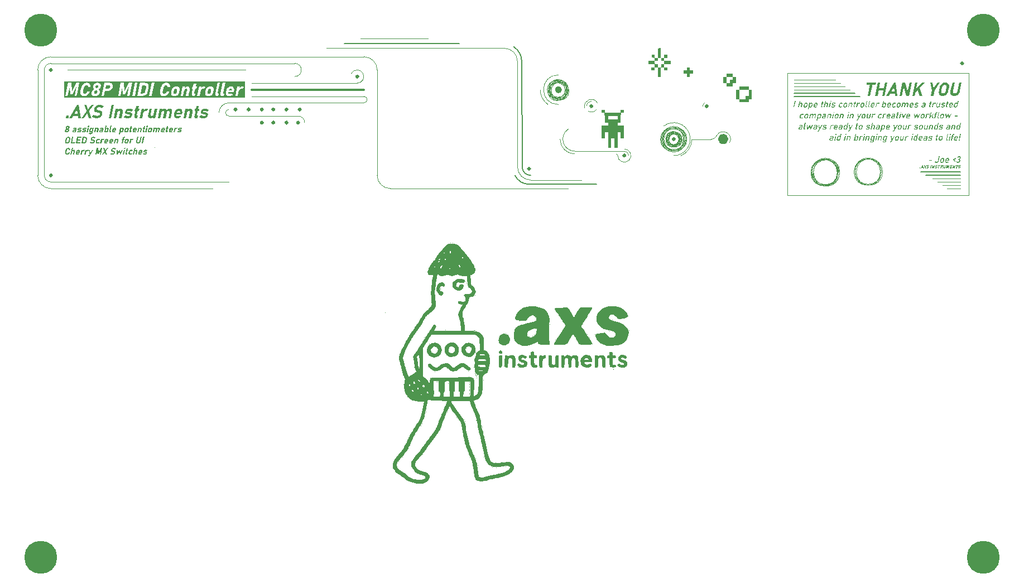
<source format=gbr>
%TF.GenerationSoftware,KiCad,Pcbnew,9.0.2*%
%TF.CreationDate,2025-08-22T18:27:14+01:00*%
%TF.ProjectId,MC8P_MIDI_CONTROLLER,4d433850-5f4d-4494-9449-5f434f4e5452,rev?*%
%TF.SameCoordinates,Original*%
%TF.FileFunction,Soldermask,Top*%
%TF.FilePolarity,Negative*%
%FSLAX46Y46*%
G04 Gerber Fmt 4.6, Leading zero omitted, Abs format (unit mm)*
G04 Created by KiCad (PCBNEW 9.0.2) date 2025-08-22 18:27:14*
%MOMM*%
%LPD*%
G01*
G04 APERTURE LIST*
%ADD10C,0.050000*%
%ADD11C,0.100000*%
%ADD12C,0.300000*%
%ADD13C,0.030000*%
%ADD14C,0.120000*%
%ADD15C,0.800000*%
%ADD16C,0.200000*%
%ADD17C,0.180000*%
%ADD18C,0.050001*%
%ADD19C,0.125000*%
%ADD20C,0.150000*%
%ADD21C,0.550000*%
%ADD22C,0.400000*%
%ADD23C,0.060000*%
%ADD24C,0.090000*%
%ADD25C,0.000000*%
%ADD26C,5.000000*%
G04 APERTURE END LIST*
D10*
X122800000Y-226410000D02*
G75*
G02*
X120800000Y-226410000I-1000000J0D01*
G01*
X120800000Y-226410000D02*
G75*
G02*
X122800000Y-226410000I1000000J0D01*
G01*
X122940000Y-226640000D02*
G75*
G02*
X120940000Y-226640000I-1000000J0D01*
G01*
X120940000Y-226640000D02*
G75*
G02*
X122940000Y-226640000I1000000J0D01*
G01*
D11*
X75000000Y-221000000D02*
X66000000Y-221000000D01*
D12*
X55670000Y-222000000D02*
G75*
G02*
X55370000Y-222000000I-150000J0D01*
G01*
X55370000Y-222000000D02*
G75*
G02*
X55670000Y-222000000I150000J0D01*
G01*
D10*
X105870000Y-219000000D02*
G75*
G02*
X103170000Y-219000000I-1350000J0D01*
G01*
X103170000Y-219000000D02*
G75*
G02*
X105870000Y-219000000I1350000J0D01*
G01*
D13*
X163520000Y-234000000D02*
X165520000Y-234000000D01*
D12*
X74150000Y-217000000D02*
G75*
G02*
X73850000Y-217000000I-150000J0D01*
G01*
X73850000Y-217000000D02*
G75*
G02*
X74150000Y-217000000I150000J0D01*
G01*
X61420000Y-224000000D02*
G75*
G02*
X61120000Y-224000000I-150000J0D01*
G01*
X61120000Y-224000000D02*
G75*
G02*
X61420000Y-224000000I150000J0D01*
G01*
D10*
X123020000Y-226500000D02*
G75*
G02*
X121020000Y-226500000I-1000000J0D01*
G01*
X121020000Y-226500000D02*
G75*
G02*
X123020000Y-226500000I1000000J0D01*
G01*
X123770000Y-226330000D02*
G75*
G02*
X120270000Y-226330000I-1750000J0D01*
G01*
X120270000Y-226330000D02*
G75*
G02*
X123770000Y-226330000I1750000J0D01*
G01*
D12*
X58020000Y-219000000D02*
X75000000Y-219000000D01*
D10*
X146970000Y-231600000D02*
G75*
G02*
X142970000Y-231600000I-2000000J0D01*
G01*
X142970000Y-231600000D02*
G75*
G02*
X146970000Y-231600000I2000000J0D01*
G01*
D14*
X161270000Y-232500000D02*
X165520000Y-232500000D01*
D11*
X114520000Y-228000000D02*
G75*
G02*
X113520000Y-229000000I0J-1000000D01*
G01*
D12*
X63420000Y-222000000D02*
G75*
G02*
X63120000Y-222000000I-150000J0D01*
G01*
X63120000Y-222000000D02*
G75*
G02*
X63420000Y-222000000I150000J0D01*
G01*
D11*
X26520000Y-216000000D02*
G75*
G02*
X27520000Y-215000000I1000000J0D01*
G01*
D10*
X122910000Y-226450000D02*
G75*
G02*
X120910000Y-226450000I-1000000J0D01*
G01*
X120910000Y-226450000D02*
G75*
G02*
X122910000Y-226450000I1000000J0D01*
G01*
X105710000Y-218890000D02*
G75*
G02*
X103010000Y-218890000I-1350000J0D01*
G01*
X103010000Y-218890000D02*
G75*
G02*
X105710000Y-218890000I1350000J0D01*
G01*
X123950000Y-226520000D02*
G75*
G02*
X120450000Y-226520000I-1750000J0D01*
G01*
X120450000Y-226520000D02*
G75*
G02*
X123950000Y-226520000I1750000J0D01*
G01*
D11*
X73105573Y-216552786D02*
G75*
G02*
X74000000Y-218000000I894427J-447214D01*
G01*
D10*
X147020000Y-231400000D02*
G75*
G02*
X143020000Y-231400000I-2000000J0D01*
G01*
X143020000Y-231400000D02*
G75*
G02*
X147020000Y-231400000I2000000J0D01*
G01*
D12*
X100212306Y-231000000D02*
G75*
G02*
X99912306Y-231000000I-150000J0D01*
G01*
X99912306Y-231000000D02*
G75*
G02*
X100212306Y-231000000I150000J0D01*
G01*
D11*
X107020000Y-228750000D02*
G75*
G02*
X104770000Y-226500000I0J2250000D01*
G01*
D15*
X129920000Y-226500000D02*
G75*
G02*
X129120000Y-226500000I-400000J0D01*
G01*
X129120000Y-226500000D02*
G75*
G02*
X129920000Y-226500000I400000J0D01*
G01*
D10*
X153520000Y-231350000D02*
G75*
G02*
X149520000Y-231350000I-2000000J0D01*
G01*
X149520000Y-231350000D02*
G75*
G02*
X153520000Y-231350000I2000000J0D01*
G01*
D11*
X27520000Y-214000000D02*
X75020000Y-214000000D01*
X77020000Y-216000000D02*
X77020000Y-232000000D01*
D16*
X98957504Y-214749166D02*
X99020000Y-230707693D01*
D11*
X54520000Y-223000000D02*
G75*
G02*
X54520000Y-222000000I0J500000D01*
G01*
D10*
X123780000Y-226720000D02*
G75*
G02*
X120280000Y-226720000I-1750000J0D01*
G01*
X120280000Y-226720000D02*
G75*
G02*
X123780000Y-226720000I1750000J0D01*
G01*
X105820000Y-218790000D02*
G75*
G02*
X103120000Y-218790000I-1350000J0D01*
G01*
X103120000Y-218790000D02*
G75*
G02*
X105820000Y-218790000I1350000J0D01*
G01*
D17*
X150270000Y-220000000D02*
X140270000Y-220000000D01*
D10*
X122960000Y-226330000D02*
G75*
G02*
X120960000Y-226330000I-1000000J0D01*
G01*
X120960000Y-226330000D02*
G75*
G02*
X122960000Y-226330000I1000000J0D01*
G01*
D18*
X43295000Y-227750000D02*
G75*
G02*
X43245000Y-227750000I-25000J0D01*
G01*
X43245000Y-227750000D02*
G75*
G02*
X43295000Y-227750000I25000J0D01*
G01*
D16*
G36*
X30170245Y-224470469D02*
G01*
X30217935Y-224481535D01*
X30258101Y-224498951D01*
X30293566Y-224523882D01*
X30320559Y-224554176D01*
X30339984Y-224590481D01*
X30350970Y-224630461D01*
X30353708Y-224675663D01*
X30347250Y-224727440D01*
X30341877Y-224753391D01*
X30329888Y-224792786D01*
X30310382Y-224830779D01*
X30282648Y-224867819D01*
X30231803Y-224914572D01*
X30172311Y-224948785D01*
X30208868Y-224975021D01*
X30237825Y-225007868D01*
X30259811Y-225048192D01*
X30273112Y-225092287D01*
X30277110Y-225138525D01*
X30271535Y-225187899D01*
X30268115Y-225204263D01*
X30252697Y-225257620D01*
X30229981Y-225305788D01*
X30199849Y-225349466D01*
X30163141Y-225387791D01*
X30120687Y-225419928D01*
X30071866Y-225446125D01*
X30019606Y-225464885D01*
X29963456Y-225476339D01*
X29902728Y-225480258D01*
X29842023Y-225476109D01*
X29790918Y-225464458D01*
X29747817Y-225446125D01*
X29709711Y-225419769D01*
X29680781Y-225387769D01*
X29660012Y-225349466D01*
X29648245Y-225307157D01*
X29645279Y-225259244D01*
X29651006Y-225213318D01*
X29837447Y-225213318D01*
X29842950Y-225242182D01*
X29856733Y-225266682D01*
X29878182Y-225284863D01*
X29905499Y-225295917D01*
X29940219Y-225299884D01*
X29975874Y-225296009D01*
X30008546Y-225284558D01*
X30037628Y-225266022D01*
X30061669Y-225241144D01*
X30079636Y-225211256D01*
X30090734Y-225176969D01*
X30092688Y-225167383D01*
X30095245Y-225135134D01*
X30089207Y-225108642D01*
X30075202Y-225086314D01*
X30053609Y-225069380D01*
X30026481Y-225059088D01*
X29991083Y-225055336D01*
X29954911Y-225058928D01*
X29922695Y-225069380D01*
X29894097Y-225086342D01*
X29870671Y-225109009D01*
X29853232Y-225136447D01*
X29842705Y-225168054D01*
X29840568Y-225178312D01*
X29837447Y-225213318D01*
X29651006Y-225213318D01*
X29652135Y-225204263D01*
X29655554Y-225187899D01*
X29669813Y-225139976D01*
X29692624Y-225093448D01*
X29724736Y-225047826D01*
X29763160Y-225007334D01*
X29805530Y-224974498D01*
X29852231Y-224948785D01*
X29820804Y-224926783D01*
X29795931Y-224899664D01*
X29777004Y-224866842D01*
X29765307Y-224830736D01*
X29761648Y-224794089D01*
X29943946Y-224794089D01*
X29948035Y-224820375D01*
X29959199Y-224842962D01*
X29976673Y-224859637D01*
X29999391Y-224869921D01*
X30028879Y-224873620D01*
X30059270Y-224870084D01*
X30086887Y-224859637D01*
X30111309Y-224842863D01*
X30131828Y-224820069D01*
X30147226Y-224792750D01*
X30157168Y-224760901D01*
X30159183Y-224751376D01*
X30162007Y-224721013D01*
X30157534Y-224696360D01*
X30146173Y-224675423D01*
X30128408Y-224659846D01*
X30105650Y-224650297D01*
X30076018Y-224646840D01*
X30045646Y-224650142D01*
X30018194Y-224659846D01*
X29993909Y-224675499D01*
X29973742Y-224696727D01*
X29958739Y-224722248D01*
X29949195Y-224752048D01*
X29947119Y-224762306D01*
X29943946Y-224794089D01*
X29761648Y-224794089D01*
X29761559Y-224793200D01*
X29765891Y-224753391D01*
X29771264Y-224727440D01*
X29785750Y-224677186D01*
X29807104Y-224631749D01*
X29835439Y-224590481D01*
X29869987Y-224554168D01*
X29909797Y-224523742D01*
X29955423Y-224498951D01*
X30004306Y-224481122D01*
X30056785Y-224470247D01*
X30113510Y-224466528D01*
X30170245Y-224470469D01*
G37*
G36*
X31251071Y-225020532D02*
G01*
X31253719Y-224988511D01*
X31247966Y-224963976D01*
X31234767Y-224944694D01*
X31215317Y-224930757D01*
X31187795Y-224921505D01*
X31149466Y-224918011D01*
X31110671Y-224921184D01*
X31069904Y-224931017D01*
X31030646Y-224946643D01*
X30994921Y-224967226D01*
X30905040Y-224853164D01*
X30961285Y-224810509D01*
X31030275Y-224777693D01*
X31105812Y-224757540D01*
X31186957Y-224750704D01*
X31246965Y-224754577D01*
X31295808Y-224765276D01*
X31335457Y-224781784D01*
X31370258Y-224805941D01*
X31396321Y-224835751D01*
X31414591Y-224871971D01*
X31424314Y-224911839D01*
X31426138Y-224958739D01*
X31418743Y-225014364D01*
X31324038Y-225470000D01*
X31157648Y-225470000D01*
X31251071Y-225020532D01*
G37*
G36*
X30962437Y-225480258D02*
G01*
X30905828Y-225476092D01*
X30862916Y-225464899D01*
X30830737Y-225448039D01*
X30807037Y-225425975D01*
X30790469Y-225398144D01*
X30780665Y-225362899D01*
X30778588Y-225318073D01*
X30786215Y-225260989D01*
X30801080Y-225209686D01*
X30821898Y-225167112D01*
X30848398Y-225131932D01*
X30880799Y-225103208D01*
X30931910Y-225075181D01*
X30996232Y-225057130D01*
X31077109Y-225050573D01*
X31250887Y-225050573D01*
X31230554Y-225193333D01*
X31048105Y-225193333D01*
X31009558Y-225197897D01*
X30982526Y-225210064D01*
X30962970Y-225230596D01*
X30951263Y-225260989D01*
X30949842Y-225283277D01*
X30955086Y-225299838D01*
X30966528Y-225312524D01*
X30993539Y-225324334D01*
X31041938Y-225329255D01*
X31110848Y-225324362D01*
X31154656Y-225312219D01*
X31178012Y-225298144D01*
X31193187Y-225280577D01*
X31201550Y-225258913D01*
X31194162Y-225362044D01*
X31176488Y-225396973D01*
X31146229Y-225426952D01*
X31107777Y-225449964D01*
X31061721Y-225466946D01*
X31012676Y-225476923D01*
X30962437Y-225480258D01*
G37*
G36*
X31783764Y-225480258D02*
G01*
X31722415Y-225477395D01*
X31665062Y-225469023D01*
X31610344Y-225454867D01*
X31561748Y-225435867D01*
X31517642Y-225411332D01*
X31481819Y-225383232D01*
X31624701Y-225239129D01*
X31669968Y-225268174D01*
X31719101Y-225289687D01*
X31770399Y-225303065D01*
X31819729Y-225307395D01*
X31880425Y-225303288D01*
X31922311Y-225292740D01*
X31953813Y-225273964D01*
X31966153Y-225252074D01*
X31966476Y-225230314D01*
X31958276Y-225215926D01*
X31943550Y-225205712D01*
X31922433Y-225198463D01*
X31856915Y-225189242D01*
X31833101Y-225186556D01*
X31808616Y-225183747D01*
X31803121Y-225182770D01*
X31797503Y-225182404D01*
X31726291Y-225170139D01*
X31678496Y-225157124D01*
X31651731Y-225144104D01*
X31629526Y-225125119D01*
X31611329Y-225099422D01*
X31600787Y-225069975D01*
X31597765Y-225029858D01*
X31604734Y-224975408D01*
X31618076Y-224929675D01*
X31637628Y-224889402D01*
X31663414Y-224853836D01*
X31694986Y-224823220D01*
X31732346Y-224797642D01*
X31776254Y-224777021D01*
X31848493Y-224757623D01*
X31935439Y-224750704D01*
X31987719Y-224753454D01*
X32038387Y-224761634D01*
X32087330Y-224775074D01*
X32132421Y-224793080D01*
X32174327Y-224815809D01*
X32211006Y-224842234D01*
X32073925Y-224978155D01*
X32032312Y-224955148D01*
X31987341Y-224937855D01*
X31940761Y-224927033D01*
X31895505Y-224923506D01*
X31842960Y-224927144D01*
X31806540Y-224936512D01*
X31779217Y-224953061D01*
X31768316Y-224972660D01*
X31769171Y-224988556D01*
X31778941Y-225000382D01*
X31794744Y-225008616D01*
X31816676Y-225014731D01*
X31885797Y-225024623D01*
X31897520Y-225025966D01*
X31909305Y-225027309D01*
X31915167Y-225028042D01*
X31921090Y-225028714D01*
X31995867Y-225040368D01*
X32047547Y-225053321D01*
X32076907Y-225066634D01*
X32101383Y-225086412D01*
X32121613Y-225113405D01*
X32133511Y-225144624D01*
X32137148Y-225187425D01*
X32129795Y-225245907D01*
X32115940Y-225293444D01*
X32095597Y-225335337D01*
X32068735Y-225372363D01*
X32035869Y-225404177D01*
X31996726Y-225430902D01*
X31950460Y-225452597D01*
X31901354Y-225467578D01*
X31846087Y-225476973D01*
X31783764Y-225480258D01*
G37*
G36*
X32509654Y-225480258D02*
G01*
X32448305Y-225477395D01*
X32390952Y-225469023D01*
X32336234Y-225454867D01*
X32287637Y-225435867D01*
X32243532Y-225411332D01*
X32207709Y-225383232D01*
X32350591Y-225239129D01*
X32395858Y-225268174D01*
X32444991Y-225289687D01*
X32496289Y-225303065D01*
X32545619Y-225307395D01*
X32606314Y-225303288D01*
X32648201Y-225292740D01*
X32679703Y-225273964D01*
X32692042Y-225252074D01*
X32692365Y-225230314D01*
X32684166Y-225215926D01*
X32669440Y-225205712D01*
X32648323Y-225198463D01*
X32582805Y-225189242D01*
X32558991Y-225186556D01*
X32534506Y-225183747D01*
X32529010Y-225182770D01*
X32523393Y-225182404D01*
X32452181Y-225170139D01*
X32404385Y-225157124D01*
X32377621Y-225144104D01*
X32355416Y-225125119D01*
X32337219Y-225099422D01*
X32326677Y-225069975D01*
X32323655Y-225029858D01*
X32330624Y-224975408D01*
X32343965Y-224929675D01*
X32363517Y-224889402D01*
X32389303Y-224853836D01*
X32420876Y-224823220D01*
X32458235Y-224797642D01*
X32502144Y-224777021D01*
X32574383Y-224757623D01*
X32661329Y-224750704D01*
X32713609Y-224753454D01*
X32764277Y-224761634D01*
X32813220Y-224775074D01*
X32858311Y-224793080D01*
X32900217Y-224815809D01*
X32936896Y-224842234D01*
X32799815Y-224978155D01*
X32758202Y-224955148D01*
X32713230Y-224937855D01*
X32666651Y-224927033D01*
X32621395Y-224923506D01*
X32568850Y-224927144D01*
X32532430Y-224936512D01*
X32505106Y-224953061D01*
X32494206Y-224972660D01*
X32495061Y-224988556D01*
X32504830Y-225000382D01*
X32520633Y-225008616D01*
X32542566Y-225014731D01*
X32611687Y-225024623D01*
X32623410Y-225025966D01*
X32635195Y-225027309D01*
X32641057Y-225028042D01*
X32646980Y-225028714D01*
X32721757Y-225040368D01*
X32773436Y-225053321D01*
X32802797Y-225066634D01*
X32827273Y-225086412D01*
X32847503Y-225113405D01*
X32859400Y-225144624D01*
X32863038Y-225187425D01*
X32855685Y-225245907D01*
X32841830Y-225293444D01*
X32821486Y-225335337D01*
X32794624Y-225372363D01*
X32761759Y-225404177D01*
X32722616Y-225430902D01*
X32676350Y-225452597D01*
X32627243Y-225467578D01*
X32571977Y-225476973D01*
X32509654Y-225480258D01*
G37*
G36*
X33168804Y-224476725D02*
G01*
X33351926Y-224476725D01*
X33313030Y-224663937D01*
X33129909Y-224663937D01*
X33168804Y-224476725D01*
G37*
G36*
X33109698Y-224760901D02*
G01*
X33292819Y-224760901D01*
X33145418Y-225470000D01*
X32962297Y-225470000D01*
X33109698Y-224760901D01*
G37*
G36*
X33509035Y-225758267D02*
G01*
X33454435Y-225754691D01*
X33407554Y-225744568D01*
X33367191Y-225728531D01*
X33331004Y-225705496D01*
X33303445Y-225677751D01*
X33283415Y-225644877D01*
X33430389Y-225529412D01*
X33451139Y-225552259D01*
X33478138Y-225569345D01*
X33509103Y-225579817D01*
X33543412Y-225583389D01*
X33580645Y-225579714D01*
X33613881Y-225569009D01*
X33643979Y-225551271D01*
X33669071Y-225527338D01*
X33687277Y-225498100D01*
X33698872Y-225462489D01*
X33844685Y-224760901D01*
X34027807Y-224760901D01*
X33884802Y-225448811D01*
X33867351Y-225512337D01*
X33843516Y-225567788D01*
X33813545Y-225616179D01*
X33776500Y-225659061D01*
X33733921Y-225694182D01*
X33685256Y-225722058D01*
X33632592Y-225741808D01*
X33574178Y-225754030D01*
X33509035Y-225758267D01*
G37*
G36*
X33534131Y-225480258D02*
G01*
X33486344Y-225475857D01*
X33447465Y-225463562D01*
X33415673Y-225444049D01*
X33389928Y-225417187D01*
X33370542Y-225382799D01*
X33357665Y-225339207D01*
X33352704Y-225293342D01*
X33354589Y-225238679D01*
X33364687Y-225173550D01*
X33388318Y-225060099D01*
X33404892Y-224996015D01*
X33425732Y-224940585D01*
X33450478Y-224892793D01*
X33481278Y-224848981D01*
X33515178Y-224814029D01*
X33552327Y-224786913D01*
X33593580Y-224766882D01*
X33637811Y-224754814D01*
X33685806Y-224750704D01*
X33721492Y-224754596D01*
X33752531Y-224765860D01*
X33779961Y-224784532D01*
X33802491Y-224809235D01*
X33820528Y-224840749D01*
X33833878Y-224880458D01*
X33787166Y-225037568D01*
X33791161Y-225002709D01*
X33787960Y-224976079D01*
X33777712Y-224953611D01*
X33760910Y-224937489D01*
X33738485Y-224927768D01*
X33707787Y-224924178D01*
X33674994Y-224928232D01*
X33646252Y-224940080D01*
X33620532Y-224960081D01*
X33599931Y-224985918D01*
X33583366Y-225018990D01*
X33571195Y-225060832D01*
X33547747Y-225173550D01*
X33542694Y-225215845D01*
X33545933Y-225247752D01*
X33555685Y-225271919D01*
X33572502Y-225290753D01*
X33595927Y-225302438D01*
X33628286Y-225306723D01*
X33659786Y-225303383D01*
X33686844Y-225293778D01*
X33710349Y-225277970D01*
X33729708Y-225256226D01*
X33744116Y-225229690D01*
X33754071Y-225196753D01*
X33729769Y-225358625D01*
X33691401Y-225410754D01*
X33645566Y-225448506D01*
X33610652Y-225466149D01*
X33573723Y-225476691D01*
X33534131Y-225480258D01*
G37*
G36*
X34224727Y-224760901D02*
G01*
X34407848Y-224760901D01*
X34260448Y-225470000D01*
X34077327Y-225470000D01*
X34224727Y-224760901D01*
G37*
G36*
X34567583Y-225040315D02*
G01*
X34570972Y-225006168D01*
X34566440Y-224980041D01*
X34555249Y-224959715D01*
X34537745Y-224944532D01*
X34513059Y-224934697D01*
X34478679Y-224931017D01*
X34445892Y-224934423D01*
X34418051Y-224944163D01*
X34394110Y-224960081D01*
X34374659Y-224981351D01*
X34359740Y-225008158D01*
X34349474Y-225041659D01*
X34368098Y-224884549D01*
X34416525Y-224824147D01*
X34464085Y-224784166D01*
X34499218Y-224765741D01*
X34537905Y-224754552D01*
X34581017Y-224750704D01*
X34634664Y-224756039D01*
X34676648Y-224770755D01*
X34709563Y-224793951D01*
X34735012Y-224826175D01*
X34751512Y-224863947D01*
X34760602Y-224910555D01*
X34761034Y-224968245D01*
X34750765Y-225039644D01*
X34661311Y-225470000D01*
X34478251Y-225470000D01*
X34567583Y-225040315D01*
G37*
G36*
X35333834Y-225020532D02*
G01*
X35336482Y-224988511D01*
X35330729Y-224963976D01*
X35317531Y-224944694D01*
X35298080Y-224930757D01*
X35270558Y-224921505D01*
X35232229Y-224918011D01*
X35193435Y-224921184D01*
X35152667Y-224931017D01*
X35113410Y-224946643D01*
X35077684Y-224967226D01*
X34987803Y-224853164D01*
X35044048Y-224810509D01*
X35113039Y-224777693D01*
X35188575Y-224757540D01*
X35269720Y-224750704D01*
X35329728Y-224754577D01*
X35378572Y-224765276D01*
X35418220Y-224781784D01*
X35453021Y-224805941D01*
X35479084Y-224835751D01*
X35497355Y-224871971D01*
X35507078Y-224911839D01*
X35508901Y-224958739D01*
X35501507Y-225014364D01*
X35406802Y-225470000D01*
X35240411Y-225470000D01*
X35333834Y-225020532D01*
G37*
G36*
X35045200Y-225480258D02*
G01*
X34988592Y-225476092D01*
X34945679Y-225464899D01*
X34913501Y-225448039D01*
X34889801Y-225425975D01*
X34873232Y-225398144D01*
X34863428Y-225362899D01*
X34861351Y-225318073D01*
X34868979Y-225260989D01*
X34883843Y-225209686D01*
X34904661Y-225167112D01*
X34931161Y-225131932D01*
X34963562Y-225103208D01*
X35014673Y-225075181D01*
X35078996Y-225057130D01*
X35159872Y-225050573D01*
X35333651Y-225050573D01*
X35313318Y-225193333D01*
X35130868Y-225193333D01*
X35092321Y-225197897D01*
X35065289Y-225210064D01*
X35045733Y-225230596D01*
X35034026Y-225260989D01*
X35032606Y-225283277D01*
X35037849Y-225299838D01*
X35049291Y-225312524D01*
X35076303Y-225324334D01*
X35124701Y-225329255D01*
X35193611Y-225324362D01*
X35237419Y-225312219D01*
X35260776Y-225298144D01*
X35275950Y-225280577D01*
X35284314Y-225258913D01*
X35276926Y-225362044D01*
X35259252Y-225396973D01*
X35228993Y-225426952D01*
X35190540Y-225449964D01*
X35144485Y-225466946D01*
X35095440Y-225476923D01*
X35045200Y-225480258D01*
G37*
G36*
X35945357Y-225480258D02*
G01*
X35905950Y-225476434D01*
X35873652Y-225465695D01*
X35846988Y-225448506D01*
X35825615Y-225425077D01*
X35809981Y-225395576D01*
X35800216Y-225358625D01*
X35843264Y-225196753D01*
X35839568Y-225230333D01*
X35842897Y-225256226D01*
X35853251Y-225278018D01*
X35870130Y-225293778D01*
X35892578Y-225303226D01*
X35923314Y-225306723D01*
X35956173Y-225302770D01*
X35984834Y-225291256D01*
X36010326Y-225271919D01*
X36030818Y-225246716D01*
X36047214Y-225214431D01*
X36059174Y-225173550D01*
X36082622Y-225060832D01*
X36087880Y-225017561D01*
X36084795Y-224984866D01*
X36075172Y-224960081D01*
X36058407Y-224940589D01*
X36035060Y-224928572D01*
X36002815Y-224924178D01*
X35971328Y-224927606D01*
X35944197Y-224937489D01*
X35920695Y-224953664D01*
X35901149Y-224976079D01*
X35886640Y-225003356D01*
X35876359Y-225037568D01*
X35894982Y-224880458D01*
X35939964Y-224824360D01*
X35988771Y-224784532D01*
X36025078Y-224765392D01*
X36060961Y-224754335D01*
X36097032Y-224750704D01*
X36144777Y-224755104D01*
X36183638Y-224767398D01*
X36215429Y-224786913D01*
X36241124Y-224813780D01*
X36260465Y-224848475D01*
X36273253Y-224892793D01*
X36278075Y-224939296D01*
X36276058Y-224994523D01*
X36265865Y-225060099D01*
X36242234Y-225173550D01*
X36225742Y-225237187D01*
X36205022Y-225292058D01*
X36180441Y-225339207D01*
X36149852Y-225382306D01*
X36116018Y-225416941D01*
X36078775Y-225444049D01*
X36037522Y-225464082D01*
X35993311Y-225476150D01*
X35945357Y-225480258D01*
G37*
G36*
X35809863Y-224476725D02*
G01*
X35992984Y-224476725D01*
X35786477Y-225470000D01*
X35603356Y-225470000D01*
X35809863Y-224476725D01*
G37*
G36*
X36596264Y-225235710D02*
G01*
X36595210Y-225259697D01*
X36602248Y-225275643D01*
X36616538Y-225285754D01*
X36640411Y-225289626D01*
X36671186Y-225289626D01*
X36633695Y-225470000D01*
X36540150Y-225470000D01*
X36486819Y-225463798D01*
X36448286Y-225447084D01*
X36420715Y-225420846D01*
X36403672Y-225386281D01*
X36397145Y-225341309D01*
X36403496Y-225282116D01*
X36570924Y-224476725D01*
X36754045Y-224476725D01*
X36596264Y-225235710D01*
G37*
G36*
X37064112Y-225480258D02*
G01*
X36998129Y-225475643D01*
X36944315Y-225462859D01*
X36900469Y-225443011D01*
X36862685Y-225414326D01*
X36834284Y-225378500D01*
X36814495Y-225334384D01*
X36804556Y-225286353D01*
X36803468Y-225229742D01*
X36812786Y-225162620D01*
X36829394Y-225082691D01*
X36847875Y-225014050D01*
X36872353Y-224954547D01*
X36902484Y-224903051D01*
X36939877Y-224856899D01*
X36982333Y-224819338D01*
X37030284Y-224789661D01*
X37082600Y-224768326D01*
X37140080Y-224755223D01*
X37203696Y-224750704D01*
X37262666Y-224756337D01*
X37310586Y-224772089D01*
X37349754Y-224797172D01*
X37381197Y-224831461D01*
X37404817Y-224875657D01*
X37420279Y-224932055D01*
X37425830Y-224991075D01*
X37422863Y-225061526D01*
X37409654Y-225145523D01*
X37400006Y-225191990D01*
X36925626Y-225191990D01*
X36951882Y-225065594D01*
X37259200Y-225065594D01*
X37260666Y-225049169D01*
X37260809Y-225008662D01*
X37254383Y-224977782D01*
X37242592Y-224954281D01*
X37224603Y-224936112D01*
X37200532Y-224924851D01*
X37168342Y-224920758D01*
X37125849Y-224925423D01*
X37089328Y-224938861D01*
X37057456Y-224961058D01*
X37031652Y-224990476D01*
X37011488Y-225027946D01*
X36997250Y-225075181D01*
X36978504Y-225165307D01*
X36973714Y-225213008D01*
X36979818Y-225249310D01*
X36994991Y-225277353D01*
X37018876Y-225298408D01*
X37052155Y-225311945D01*
X37098061Y-225316981D01*
X37134772Y-225313745D01*
X37173593Y-225303670D01*
X37211256Y-225287604D01*
X37246988Y-225265751D01*
X37344014Y-225374378D01*
X37276817Y-225419437D01*
X37206139Y-225452597D01*
X37132897Y-225473561D01*
X37064112Y-225480258D01*
G37*
G36*
X38041755Y-224760901D02*
G01*
X38224876Y-224760901D01*
X38017513Y-225758267D01*
X37834392Y-225758267D01*
X38041755Y-224760901D01*
G37*
G36*
X38236355Y-225480258D02*
G01*
X38196948Y-225476434D01*
X38164650Y-225465695D01*
X38137986Y-225448506D01*
X38116613Y-225425077D01*
X38100979Y-225395576D01*
X38091214Y-225358625D01*
X38134262Y-225196753D01*
X38130566Y-225230333D01*
X38133895Y-225256226D01*
X38144249Y-225278018D01*
X38161128Y-225293778D01*
X38183576Y-225303226D01*
X38214312Y-225306723D01*
X38247171Y-225302770D01*
X38275832Y-225291256D01*
X38301324Y-225271919D01*
X38321816Y-225246716D01*
X38338212Y-225214431D01*
X38350172Y-225173550D01*
X38373620Y-225060832D01*
X38378878Y-225017561D01*
X38375793Y-224984866D01*
X38366170Y-224960081D01*
X38349405Y-224940589D01*
X38326058Y-224928572D01*
X38293813Y-224924178D01*
X38262326Y-224927606D01*
X38235195Y-224937489D01*
X38211693Y-224953664D01*
X38192147Y-224976079D01*
X38177638Y-225003356D01*
X38167356Y-225037568D01*
X38185980Y-224880458D01*
X38230962Y-224824360D01*
X38279769Y-224784532D01*
X38316076Y-224765392D01*
X38351959Y-224754335D01*
X38388030Y-224750704D01*
X38435775Y-224755104D01*
X38474636Y-224767398D01*
X38506427Y-224786913D01*
X38532122Y-224813780D01*
X38551463Y-224848475D01*
X38564251Y-224892793D01*
X38569073Y-224939296D01*
X38567056Y-224994523D01*
X38556863Y-225060099D01*
X38533232Y-225173550D01*
X38516740Y-225237187D01*
X38496020Y-225292058D01*
X38471439Y-225339207D01*
X38440850Y-225382306D01*
X38407016Y-225416941D01*
X38369773Y-225444049D01*
X38328520Y-225464082D01*
X38284309Y-225476150D01*
X38236355Y-225480258D01*
G37*
G36*
X39146692Y-224755146D02*
G01*
X39197518Y-224767446D01*
X39238850Y-224786547D01*
X39274331Y-224814090D01*
X39300931Y-224848549D01*
X39319328Y-224891083D01*
X39328414Y-224937223D01*
X39329189Y-224991594D01*
X39320183Y-225056008D01*
X39295697Y-225173550D01*
X39278464Y-225236674D01*
X39255208Y-225291548D01*
X39226210Y-225339207D01*
X39190300Y-225381556D01*
X39149109Y-225416328D01*
X39102135Y-225444049D01*
X39051202Y-225463837D01*
X38994992Y-225476039D01*
X38932569Y-225480258D01*
X38870146Y-225475773D01*
X38819343Y-225463351D01*
X38778025Y-225444049D01*
X38742659Y-225416269D01*
X38716129Y-225381495D01*
X38697791Y-225338536D01*
X38688838Y-225291921D01*
X38688215Y-225236850D01*
X38691526Y-225213344D01*
X38875702Y-225213344D01*
X38879797Y-225243582D01*
X38890743Y-225266789D01*
X38908713Y-225284459D01*
X38934055Y-225295705D01*
X38969389Y-225299884D01*
X39005097Y-225296043D01*
X39035748Y-225284993D01*
X39062445Y-225266789D01*
X39084167Y-225242540D01*
X39100937Y-225211906D01*
X39112576Y-225173550D01*
X39137062Y-225056008D01*
X39141242Y-225016733D01*
X39136859Y-224986837D01*
X39125460Y-224963806D01*
X39107084Y-224946290D01*
X39081466Y-224935147D01*
X39046081Y-224931017D01*
X39010810Y-224934819D01*
X38980499Y-224945764D01*
X38954063Y-224963806D01*
X38932622Y-224987782D01*
X38916056Y-225018075D01*
X38904542Y-225056008D01*
X38880057Y-225173550D01*
X38875702Y-225213344D01*
X38691526Y-225213344D01*
X38697424Y-225171474D01*
X38721482Y-225056008D01*
X38738590Y-224993337D01*
X38761778Y-224938696D01*
X38790786Y-224891083D01*
X38826708Y-224848716D01*
X38867860Y-224814053D01*
X38914740Y-224786547D01*
X38965614Y-224766966D01*
X39021805Y-224754884D01*
X39084244Y-224750704D01*
X39146692Y-224755146D01*
G37*
G36*
X39610526Y-225473419D02*
G01*
X39552029Y-225467122D01*
X39512702Y-225450735D01*
X39487062Y-225425975D01*
X39472010Y-225392693D01*
X39466632Y-225347372D01*
X39473811Y-225285535D01*
X39625792Y-224554638D01*
X39808913Y-224554638D01*
X39666580Y-225239129D01*
X39664396Y-225263474D01*
X39668290Y-225279063D01*
X39678061Y-225289337D01*
X39694790Y-225293046D01*
X39740219Y-225293046D01*
X39702728Y-225473419D01*
X39610526Y-225473419D01*
G37*
G36*
X39511364Y-224760901D02*
G01*
X39850861Y-224760901D01*
X39817644Y-224920758D01*
X39478147Y-224920758D01*
X39511364Y-224760901D01*
G37*
G36*
X40168927Y-225480258D02*
G01*
X40102944Y-225475643D01*
X40049130Y-225462859D01*
X40005284Y-225443011D01*
X39967500Y-225414326D01*
X39939099Y-225378500D01*
X39919310Y-225334384D01*
X39909371Y-225286353D01*
X39908283Y-225229742D01*
X39917601Y-225162620D01*
X39934209Y-225082691D01*
X39952690Y-225014050D01*
X39977169Y-224954547D01*
X40007299Y-224903051D01*
X40044692Y-224856899D01*
X40087148Y-224819338D01*
X40135099Y-224789661D01*
X40187415Y-224768326D01*
X40244895Y-224755223D01*
X40308511Y-224750704D01*
X40367482Y-224756337D01*
X40415401Y-224772089D01*
X40454569Y-224797172D01*
X40486012Y-224831461D01*
X40509633Y-224875657D01*
X40525094Y-224932055D01*
X40530645Y-224991075D01*
X40527678Y-225061526D01*
X40514469Y-225145523D01*
X40504822Y-225191990D01*
X40030441Y-225191990D01*
X40056697Y-225065594D01*
X40364016Y-225065594D01*
X40365481Y-225049169D01*
X40365624Y-225008662D01*
X40359198Y-224977782D01*
X40347407Y-224954281D01*
X40329418Y-224936112D01*
X40305347Y-224924851D01*
X40273157Y-224920758D01*
X40230664Y-224925423D01*
X40194143Y-224938861D01*
X40162271Y-224961058D01*
X40136467Y-224990476D01*
X40116303Y-225027946D01*
X40102065Y-225075181D01*
X40083319Y-225165307D01*
X40078529Y-225213008D01*
X40084633Y-225249310D01*
X40099806Y-225277353D01*
X40123691Y-225298408D01*
X40156970Y-225311945D01*
X40202876Y-225316981D01*
X40239587Y-225313745D01*
X40278408Y-225303670D01*
X40316071Y-225287604D01*
X40351803Y-225265751D01*
X40448829Y-225374378D01*
X40381632Y-225419437D01*
X40310954Y-225452597D01*
X40237712Y-225473561D01*
X40168927Y-225480258D01*
G37*
G36*
X40771413Y-224760901D02*
G01*
X40954534Y-224760901D01*
X40807133Y-225470000D01*
X40624012Y-225470000D01*
X40771413Y-224760901D01*
G37*
G36*
X41114269Y-225040315D02*
G01*
X41117657Y-225006168D01*
X41113126Y-224980041D01*
X41101934Y-224959715D01*
X41084431Y-224944532D01*
X41059745Y-224934697D01*
X41025364Y-224931017D01*
X40992577Y-224934423D01*
X40964736Y-224944163D01*
X40940795Y-224960081D01*
X40921344Y-224981351D01*
X40906425Y-225008158D01*
X40896160Y-225041659D01*
X40914783Y-224884549D01*
X40963211Y-224824147D01*
X41010771Y-224784166D01*
X41045903Y-224765741D01*
X41084590Y-224754552D01*
X41127702Y-224750704D01*
X41181349Y-224756039D01*
X41223333Y-224770755D01*
X41256248Y-224793951D01*
X41281697Y-224826175D01*
X41298197Y-224863947D01*
X41307287Y-224910555D01*
X41307719Y-224968245D01*
X41297451Y-225039644D01*
X41207997Y-225470000D01*
X41024937Y-225470000D01*
X41114269Y-225040315D01*
G37*
G36*
X41598663Y-225473419D02*
G01*
X41540166Y-225467122D01*
X41500839Y-225450735D01*
X41475198Y-225425975D01*
X41460147Y-225392693D01*
X41454769Y-225347372D01*
X41461948Y-225285535D01*
X41613928Y-224554638D01*
X41797049Y-224554638D01*
X41654717Y-225239129D01*
X41652533Y-225263474D01*
X41656427Y-225279063D01*
X41666198Y-225289337D01*
X41682927Y-225293046D01*
X41728356Y-225293046D01*
X41690865Y-225473419D01*
X41598663Y-225473419D01*
G37*
G36*
X41499501Y-224760901D02*
G01*
X41838998Y-224760901D01*
X41805781Y-224920758D01*
X41466284Y-224920758D01*
X41499501Y-224760901D01*
G37*
G36*
X42058267Y-224476725D02*
G01*
X42241388Y-224476725D01*
X42202493Y-224663937D01*
X42019371Y-224663937D01*
X42058267Y-224476725D01*
G37*
G36*
X41999160Y-224760901D02*
G01*
X42182281Y-224760901D01*
X42034881Y-225470000D01*
X41851760Y-225470000D01*
X41999160Y-224760901D01*
G37*
G36*
X42703844Y-224755146D02*
G01*
X42754671Y-224767446D01*
X42796003Y-224786547D01*
X42831484Y-224814090D01*
X42858084Y-224848549D01*
X42876481Y-224891083D01*
X42885567Y-224937223D01*
X42886342Y-224991594D01*
X42877336Y-225056008D01*
X42852850Y-225173550D01*
X42835617Y-225236674D01*
X42812361Y-225291548D01*
X42783363Y-225339207D01*
X42747453Y-225381556D01*
X42706261Y-225416328D01*
X42659288Y-225444049D01*
X42608355Y-225463837D01*
X42552145Y-225476039D01*
X42489722Y-225480258D01*
X42427299Y-225475773D01*
X42376496Y-225463351D01*
X42335177Y-225444049D01*
X42299812Y-225416269D01*
X42273282Y-225381495D01*
X42254944Y-225338536D01*
X42245991Y-225291921D01*
X42245367Y-225236850D01*
X42248678Y-225213344D01*
X42432855Y-225213344D01*
X42436950Y-225243582D01*
X42447896Y-225266789D01*
X42465866Y-225284459D01*
X42491208Y-225295705D01*
X42526542Y-225299884D01*
X42562249Y-225296043D01*
X42592901Y-225284993D01*
X42619598Y-225266789D01*
X42641320Y-225242540D01*
X42658090Y-225211906D01*
X42669729Y-225173550D01*
X42694214Y-225056008D01*
X42698395Y-225016733D01*
X42694012Y-224986837D01*
X42682613Y-224963806D01*
X42664237Y-224946290D01*
X42638619Y-224935147D01*
X42603234Y-224931017D01*
X42567963Y-224934819D01*
X42537651Y-224945764D01*
X42511215Y-224963806D01*
X42489775Y-224987782D01*
X42473209Y-225018075D01*
X42461695Y-225056008D01*
X42437210Y-225173550D01*
X42432855Y-225213344D01*
X42248678Y-225213344D01*
X42254577Y-225171474D01*
X42278635Y-225056008D01*
X42295742Y-224993337D01*
X42318931Y-224938696D01*
X42347939Y-224891083D01*
X42383861Y-224848716D01*
X42425013Y-224814053D01*
X42471892Y-224786547D01*
X42522767Y-224766966D01*
X42578957Y-224754884D01*
X42641397Y-224750704D01*
X42703844Y-224755146D01*
G37*
G36*
X43868168Y-225060832D02*
G01*
X43872955Y-225019520D01*
X43869340Y-224988411D01*
X43859070Y-224964844D01*
X43841774Y-224946677D01*
X43817450Y-224935244D01*
X43783599Y-224931017D01*
X43749662Y-224934786D01*
X43720701Y-224945622D01*
X43695610Y-224963501D01*
X43675417Y-224987097D01*
X43659514Y-225017242D01*
X43648166Y-225055336D01*
X43648166Y-224891388D01*
X43681766Y-224848724D01*
X43717324Y-224814315D01*
X43754961Y-224787280D01*
X43796204Y-224766668D01*
X43837391Y-224754666D01*
X43879159Y-224750704D01*
X43927865Y-224755118D01*
X43967400Y-224767427D01*
X43999631Y-224786913D01*
X44025763Y-224813825D01*
X44045438Y-224848529D01*
X44058494Y-224892793D01*
X44063510Y-224939308D01*
X44061618Y-224994533D01*
X44051472Y-225060099D01*
X43966231Y-225470000D01*
X43783110Y-225470000D01*
X43868168Y-225060832D01*
G37*
G36*
X43122006Y-224760901D02*
G01*
X43305127Y-224760901D01*
X43157726Y-225470000D01*
X42974605Y-225470000D01*
X43122006Y-224760901D01*
G37*
G36*
X43463946Y-225060832D02*
G01*
X43468597Y-225019594D01*
X43464644Y-224988490D01*
X43453810Y-224964844D01*
X43435902Y-224946716D01*
X43410798Y-224935257D01*
X43375957Y-224931017D01*
X43343170Y-224934423D01*
X43315330Y-224944163D01*
X43291388Y-224960081D01*
X43271938Y-224981351D01*
X43257018Y-225008158D01*
X43246753Y-225041659D01*
X43265376Y-224884549D01*
X43313367Y-224825408D01*
X43362951Y-224784837D01*
X43399617Y-224765789D01*
X43437844Y-224754499D01*
X43478295Y-224750704D01*
X43526040Y-224755104D01*
X43564901Y-224767398D01*
X43596692Y-224786913D01*
X43622424Y-224813785D01*
X43641784Y-224848480D01*
X43654577Y-224892793D01*
X43659399Y-224939296D01*
X43657382Y-224994523D01*
X43647189Y-225060099D01*
X43561948Y-225470000D01*
X43378888Y-225470000D01*
X43463946Y-225060832D01*
G37*
G36*
X44468578Y-225480258D02*
G01*
X44402595Y-225475643D01*
X44348781Y-225462859D01*
X44304935Y-225443011D01*
X44267151Y-225414326D01*
X44238750Y-225378500D01*
X44218961Y-225334384D01*
X44209022Y-225286353D01*
X44207934Y-225229742D01*
X44217252Y-225162620D01*
X44233860Y-225082691D01*
X44252342Y-225014050D01*
X44276820Y-224954547D01*
X44306950Y-224903051D01*
X44344343Y-224856899D01*
X44386799Y-224819338D01*
X44434750Y-224789661D01*
X44487066Y-224768326D01*
X44544546Y-224755223D01*
X44608162Y-224750704D01*
X44667133Y-224756337D01*
X44715052Y-224772089D01*
X44754220Y-224797172D01*
X44785663Y-224831461D01*
X44809284Y-224875657D01*
X44824745Y-224932055D01*
X44830297Y-224991075D01*
X44827329Y-225061526D01*
X44814120Y-225145523D01*
X44804473Y-225191990D01*
X44330092Y-225191990D01*
X44356348Y-225065594D01*
X44663667Y-225065594D01*
X44665132Y-225049169D01*
X44665275Y-225008662D01*
X44658849Y-224977782D01*
X44647058Y-224954281D01*
X44629069Y-224936112D01*
X44604998Y-224924851D01*
X44572808Y-224920758D01*
X44530315Y-224925423D01*
X44493794Y-224938861D01*
X44461922Y-224961058D01*
X44436118Y-224990476D01*
X44415955Y-225027946D01*
X44401716Y-225075181D01*
X44382971Y-225165307D01*
X44378180Y-225213008D01*
X44384284Y-225249310D01*
X44399457Y-225277353D01*
X44423343Y-225298408D01*
X44456621Y-225311945D01*
X44502527Y-225316981D01*
X44539238Y-225313745D01*
X44578060Y-225303670D01*
X44615722Y-225287604D01*
X44651454Y-225265751D01*
X44748480Y-225374378D01*
X44681283Y-225419437D01*
X44610605Y-225452597D01*
X44537363Y-225473561D01*
X44468578Y-225480258D01*
G37*
G36*
X45116737Y-225473419D02*
G01*
X45058240Y-225467122D01*
X45018913Y-225450735D01*
X44993272Y-225425975D01*
X44978221Y-225392693D01*
X44972843Y-225347372D01*
X44980022Y-225285535D01*
X45132002Y-224554638D01*
X45315123Y-224554638D01*
X45172791Y-225239129D01*
X45170607Y-225263474D01*
X45174501Y-225279063D01*
X45184272Y-225289337D01*
X45201001Y-225293046D01*
X45246430Y-225293046D01*
X45208939Y-225473419D01*
X45116737Y-225473419D01*
G37*
G36*
X45017575Y-224760901D02*
G01*
X45357072Y-224760901D01*
X45323855Y-224920758D01*
X44984357Y-224920758D01*
X45017575Y-224760901D01*
G37*
G36*
X45675137Y-225480258D02*
G01*
X45609155Y-225475643D01*
X45555341Y-225462859D01*
X45511495Y-225443011D01*
X45473711Y-225414326D01*
X45445310Y-225378500D01*
X45425521Y-225334384D01*
X45415582Y-225286353D01*
X45414494Y-225229742D01*
X45423811Y-225162620D01*
X45440420Y-225082691D01*
X45458901Y-225014050D01*
X45483379Y-224954547D01*
X45513510Y-224903051D01*
X45550903Y-224856899D01*
X45593359Y-224819338D01*
X45641310Y-224789661D01*
X45693626Y-224768326D01*
X45751106Y-224755223D01*
X45814722Y-224750704D01*
X45873692Y-224756337D01*
X45921612Y-224772089D01*
X45960779Y-224797172D01*
X45992223Y-224831461D01*
X46015843Y-224875657D01*
X46031304Y-224932055D01*
X46036856Y-224991075D01*
X46033888Y-225061526D01*
X46020680Y-225145523D01*
X46011032Y-225191990D01*
X45536652Y-225191990D01*
X45562908Y-225065594D01*
X45870226Y-225065594D01*
X45871692Y-225049169D01*
X45871835Y-225008662D01*
X45865409Y-224977782D01*
X45853618Y-224954281D01*
X45835629Y-224936112D01*
X45811558Y-224924851D01*
X45779368Y-224920758D01*
X45736875Y-224925423D01*
X45700354Y-224938861D01*
X45668482Y-224961058D01*
X45642678Y-224990476D01*
X45622514Y-225027946D01*
X45608276Y-225075181D01*
X45589530Y-225165307D01*
X45584740Y-225213008D01*
X45590843Y-225249310D01*
X45606017Y-225277353D01*
X45629902Y-225298408D01*
X45663181Y-225311945D01*
X45709087Y-225316981D01*
X45745798Y-225313745D01*
X45784619Y-225303670D01*
X45822282Y-225287604D01*
X45858014Y-225265751D01*
X45955040Y-225374378D01*
X45887843Y-225419437D01*
X45817165Y-225452597D01*
X45743923Y-225473561D01*
X45675137Y-225480258D01*
G37*
G36*
X46277623Y-224760901D02*
G01*
X46474056Y-224760901D01*
X46326655Y-225470000D01*
X46130223Y-225470000D01*
X46277623Y-224760901D01*
G37*
G36*
X46626830Y-224958372D02*
G01*
X46614646Y-224946546D01*
X46598314Y-224937855D01*
X46579283Y-224932852D01*
X46554961Y-224931017D01*
X46519473Y-224935194D01*
X46488684Y-224947321D01*
X46461477Y-224967592D01*
X46439589Y-224994002D01*
X46422338Y-225027333D01*
X46410003Y-225069014D01*
X46434305Y-224884549D01*
X46480147Y-224827025D01*
X46529377Y-224785875D01*
X46565956Y-224765899D01*
X46601701Y-224754444D01*
X46637271Y-224750704D01*
X46678886Y-224754393D01*
X46712803Y-224764687D01*
X46742138Y-224782081D01*
X46765437Y-224806025D01*
X46626830Y-224958372D01*
G37*
G36*
X46990324Y-225480258D02*
G01*
X46928974Y-225477395D01*
X46871622Y-225469023D01*
X46816904Y-225454867D01*
X46768307Y-225435867D01*
X46724202Y-225411332D01*
X46688379Y-225383232D01*
X46831261Y-225239129D01*
X46876528Y-225268174D01*
X46925661Y-225289687D01*
X46976959Y-225303065D01*
X47026289Y-225307395D01*
X47086984Y-225303288D01*
X47128871Y-225292740D01*
X47160373Y-225273964D01*
X47172712Y-225252074D01*
X47173035Y-225230314D01*
X47164836Y-225215926D01*
X47150109Y-225205712D01*
X47128993Y-225198463D01*
X47063475Y-225189242D01*
X47039661Y-225186556D01*
X47015176Y-225183747D01*
X47009680Y-225182770D01*
X47004063Y-225182404D01*
X46932851Y-225170139D01*
X46885055Y-225157124D01*
X46858291Y-225144104D01*
X46836086Y-225125119D01*
X46817889Y-225099422D01*
X46807347Y-225069975D01*
X46804325Y-225029858D01*
X46811294Y-224975408D01*
X46824635Y-224929675D01*
X46844187Y-224889402D01*
X46869973Y-224853836D01*
X46901546Y-224823220D01*
X46938905Y-224797642D01*
X46982814Y-224777021D01*
X47055053Y-224757623D01*
X47141999Y-224750704D01*
X47194278Y-224753454D01*
X47244947Y-224761634D01*
X47293890Y-224775074D01*
X47338981Y-224793080D01*
X47380887Y-224815809D01*
X47417566Y-224842234D01*
X47280484Y-224978155D01*
X47238872Y-224955148D01*
X47193900Y-224937855D01*
X47147321Y-224927033D01*
X47102065Y-224923506D01*
X47049520Y-224927144D01*
X47013100Y-224936512D01*
X46985776Y-224953061D01*
X46974876Y-224972660D01*
X46975731Y-224988556D01*
X46985500Y-225000382D01*
X47001303Y-225008616D01*
X47023236Y-225014731D01*
X47092356Y-225024623D01*
X47104080Y-225025966D01*
X47115865Y-225027309D01*
X47121727Y-225028042D01*
X47127650Y-225028714D01*
X47202427Y-225040368D01*
X47254106Y-225053321D01*
X47283467Y-225066634D01*
X47307943Y-225086412D01*
X47328173Y-225113405D01*
X47340070Y-225144624D01*
X47343708Y-225187425D01*
X47336355Y-225245907D01*
X47322500Y-225293444D01*
X47302156Y-225335337D01*
X47275294Y-225372363D01*
X47242429Y-225404177D01*
X47203286Y-225430902D01*
X47157020Y-225452597D01*
X47107913Y-225467578D01*
X47052646Y-225476973D01*
X46990324Y-225480258D01*
G37*
G36*
X30239456Y-226152001D02*
G01*
X30297684Y-226167434D01*
X30346945Y-226191957D01*
X30389357Y-226226335D01*
X30421754Y-226268715D01*
X30444825Y-226320368D01*
X30456948Y-226376212D01*
X30458784Y-226439731D01*
X30448977Y-226512648D01*
X30390481Y-226794077D01*
X30370700Y-226864990D01*
X30342659Y-226928814D01*
X30306400Y-226986418D01*
X30262038Y-227037841D01*
X30211774Y-227080445D01*
X30155092Y-227114829D01*
X30093750Y-227139951D01*
X30028841Y-227155112D01*
X29959515Y-227160258D01*
X29890396Y-227154787D01*
X29832164Y-227139356D01*
X29782866Y-227114829D01*
X29740442Y-227080419D01*
X29708025Y-227038035D01*
X29684924Y-226986418D01*
X29672834Y-226930536D01*
X29671020Y-226866995D01*
X29673419Y-226849168D01*
X29864622Y-226849168D01*
X29870976Y-226890430D01*
X29888469Y-226925730D01*
X29916039Y-226951552D01*
X29951886Y-226967353D01*
X29998410Y-226973046D01*
X30046252Y-226967607D01*
X30089757Y-226951552D01*
X30128208Y-226925659D01*
X30160282Y-226890430D01*
X30184252Y-226848186D01*
X30199666Y-226798900D01*
X30260177Y-226507885D01*
X30265218Y-226457573D01*
X30258834Y-226416355D01*
X30241377Y-226381062D01*
X30213771Y-226355233D01*
X30177868Y-226339384D01*
X30131339Y-226333679D01*
X30083501Y-226339132D01*
X30039993Y-226355233D01*
X30001631Y-226381115D01*
X29969528Y-226416355D01*
X29945597Y-226458552D01*
X29930144Y-226507885D01*
X29869633Y-226798900D01*
X29864622Y-226849168D01*
X29673419Y-226849168D01*
X29680833Y-226794077D01*
X29739330Y-226512648D01*
X29759112Y-226441736D01*
X29787154Y-226377933D01*
X29823410Y-226320368D01*
X29867779Y-226268911D01*
X29918043Y-226226309D01*
X29974719Y-226191957D01*
X30036099Y-226166831D01*
X30101009Y-226151672D01*
X30170296Y-226146528D01*
X30239456Y-226152001D01*
G37*
G36*
X30723445Y-226156725D02*
G01*
X30906505Y-226156725D01*
X30699998Y-227150000D01*
X30516938Y-227150000D01*
X30723445Y-226156725D01*
G37*
G36*
X30635945Y-226969626D02*
G01*
X31205275Y-226969626D01*
X31167784Y-227150000D01*
X30598454Y-227150000D01*
X30635945Y-226969626D01*
G37*
G36*
X31525539Y-226156725D02*
G01*
X31708599Y-226156725D01*
X31502091Y-227150000D01*
X31319031Y-227150000D01*
X31525539Y-226156725D01*
G37*
G36*
X31422712Y-226969626D02*
G01*
X32007369Y-226969626D01*
X31969877Y-227150000D01*
X31385221Y-227150000D01*
X31422712Y-226969626D01*
G37*
G36*
X31506488Y-226566625D02*
G01*
X32017627Y-226566625D01*
X31980136Y-226746938D01*
X31468996Y-226746938D01*
X31506488Y-226566625D01*
G37*
G36*
X31591728Y-226156725D02*
G01*
X32176385Y-226156725D01*
X32138893Y-226337098D01*
X31554237Y-226337098D01*
X31591728Y-226156725D01*
G37*
G36*
X32285012Y-226969626D02*
G01*
X32518203Y-226969626D01*
X32576909Y-226964304D01*
X32625895Y-226949283D01*
X32667069Y-226925235D01*
X32701077Y-226892136D01*
X32726222Y-226850817D01*
X32742662Y-226799572D01*
X32803478Y-226507213D01*
X32808250Y-226454005D01*
X32799875Y-226413295D01*
X32780153Y-226381489D01*
X32750295Y-226358158D01*
X32708217Y-226342851D01*
X32649727Y-226337098D01*
X32416536Y-226337098D01*
X32454028Y-226156725D01*
X32683189Y-226156725D01*
X32763515Y-226161921D01*
X32828908Y-226176275D01*
X32882002Y-226198429D01*
X32928487Y-226230844D01*
X32963199Y-226271010D01*
X32987393Y-226320001D01*
X33000048Y-226373922D01*
X33002207Y-226437384D01*
X32992095Y-226512648D01*
X32933599Y-226794077D01*
X32914179Y-226863672D01*
X32886792Y-226925766D01*
X32851533Y-226981289D01*
X32808065Y-227030328D01*
X32756644Y-227071654D01*
X32696378Y-227105608D01*
X32631391Y-227129735D01*
X32558386Y-227144762D01*
X32476010Y-227150000D01*
X32247520Y-227150000D01*
X32285012Y-226969626D01*
G37*
G36*
X32361826Y-226156725D02*
G01*
X32544886Y-226156725D01*
X32338379Y-227150000D01*
X32155319Y-227150000D01*
X32361826Y-226156725D01*
G37*
G36*
X33752056Y-227160258D02*
G01*
X33683539Y-227156613D01*
X33619066Y-227145908D01*
X33557618Y-227128002D01*
X33502807Y-227103899D01*
X33453294Y-227073049D01*
X33412131Y-227037281D01*
X33529063Y-226882920D01*
X33580179Y-226924253D01*
X33643551Y-226955704D01*
X33713486Y-226974794D01*
X33789242Y-226981289D01*
X33848340Y-226977404D01*
X33896143Y-226966698D01*
X33934689Y-226950209D01*
X33967736Y-226925996D01*
X33989826Y-226897038D01*
X34002405Y-226862404D01*
X34002588Y-226861732D01*
X34004204Y-226824806D01*
X33993551Y-226798900D01*
X33972945Y-226779128D01*
X33943176Y-226764706D01*
X33856409Y-226744923D01*
X33852868Y-226744251D01*
X33849387Y-226743518D01*
X33835160Y-226741503D01*
X33745480Y-226722789D01*
X33681531Y-226702241D01*
X33645189Y-226682701D01*
X33614830Y-226655458D01*
X33589818Y-226619565D01*
X33575110Y-226578827D01*
X33570774Y-226524435D01*
X33579926Y-226451831D01*
X33580048Y-226451160D01*
X33597848Y-226388945D01*
X33623320Y-226334414D01*
X33656374Y-226286540D01*
X33697033Y-226244932D01*
X33744740Y-226210283D01*
X33800355Y-226182370D01*
X33859793Y-226162925D01*
X33926509Y-226150769D01*
X34001612Y-226146528D01*
X34053503Y-226149579D01*
X34105598Y-226158801D01*
X34156413Y-226173848D01*
X34204760Y-226194338D01*
X34250339Y-226220004D01*
X34292016Y-226250331D01*
X34181557Y-226408845D01*
X34131343Y-226373573D01*
X34077021Y-226347356D01*
X34020011Y-226330857D01*
X33964364Y-226325497D01*
X33908707Y-226329057D01*
X33863958Y-226338837D01*
X33828138Y-226353829D01*
X33797323Y-226375956D01*
X33776936Y-226402207D01*
X33765490Y-226433391D01*
X33765368Y-226434063D01*
X33763592Y-226474129D01*
X33775259Y-226502084D01*
X33797340Y-226523416D01*
X33827161Y-226538599D01*
X33921561Y-226563206D01*
X33926690Y-226564244D01*
X33931880Y-226565221D01*
X33939207Y-226566992D01*
X33946535Y-226568640D01*
X34030478Y-226590161D01*
X34091249Y-226613398D01*
X34125643Y-226634403D01*
X34153995Y-226662362D01*
X34176856Y-226698150D01*
X34190160Y-226738146D01*
X34193801Y-226790073D01*
X34185160Y-226857641D01*
X34184916Y-226858984D01*
X34167200Y-226920205D01*
X34141429Y-226974073D01*
X34107613Y-227021589D01*
X34066184Y-227062601D01*
X34017154Y-227096934D01*
X33959541Y-227124720D01*
X33898193Y-227143994D01*
X33829398Y-227156051D01*
X33752056Y-227160258D01*
G37*
G36*
X34588344Y-227160258D02*
G01*
X34523370Y-227155495D01*
X34470304Y-227142274D01*
X34426960Y-227121667D01*
X34389963Y-227092122D01*
X34362207Y-227055105D01*
X34343063Y-227009316D01*
X34333855Y-226959733D01*
X34333408Y-226901172D01*
X34343307Y-226831690D01*
X34359061Y-226755853D01*
X34377345Y-226688636D01*
X34401875Y-226630374D01*
X34432334Y-226579937D01*
X34470131Y-226535041D01*
X34513415Y-226498252D01*
X34562698Y-226468989D01*
X34616217Y-226448038D01*
X34675008Y-226435151D01*
X34740019Y-226430704D01*
X34795471Y-226434149D01*
X34844494Y-226444016D01*
X34889680Y-226460656D01*
X34926987Y-226482606D01*
X34958057Y-226510798D01*
X34981025Y-226544094D01*
X34838387Y-226661575D01*
X34815462Y-226640474D01*
X34786608Y-226624328D01*
X34754166Y-226614421D01*
X34717915Y-226611017D01*
X34672910Y-226615492D01*
X34634879Y-226628238D01*
X34602388Y-226648935D01*
X34575860Y-226676887D01*
X34555743Y-226712026D01*
X34542121Y-226755853D01*
X34526367Y-226831690D01*
X34521535Y-226878533D01*
X34527240Y-226914030D01*
X34541632Y-226941294D01*
X34564475Y-226961774D01*
X34596590Y-226974964D01*
X34641222Y-226979884D01*
X34678873Y-226976334D01*
X34716388Y-226965535D01*
X34751699Y-226948153D01*
X34783738Y-226924563D01*
X34876062Y-227048883D01*
X34838871Y-227081633D01*
X34796011Y-227109394D01*
X34749179Y-227131212D01*
X34697948Y-227147313D01*
X34644469Y-227156986D01*
X34588344Y-227160258D01*
G37*
G36*
X35141127Y-226440901D02*
G01*
X35337559Y-226440901D01*
X35190158Y-227150000D01*
X34993726Y-227150000D01*
X35141127Y-226440901D01*
G37*
G36*
X35490333Y-226638372D02*
G01*
X35478149Y-226626546D01*
X35461817Y-226617855D01*
X35442786Y-226612852D01*
X35418464Y-226611017D01*
X35382976Y-226615194D01*
X35352187Y-226627321D01*
X35324980Y-226647592D01*
X35303092Y-226674002D01*
X35285841Y-226707333D01*
X35273506Y-226749014D01*
X35297808Y-226564549D01*
X35343650Y-226507025D01*
X35392880Y-226465875D01*
X35429459Y-226445899D01*
X35465205Y-226434444D01*
X35500774Y-226430704D01*
X35542389Y-226434393D01*
X35576306Y-226444687D01*
X35605641Y-226462081D01*
X35628941Y-226486025D01*
X35490333Y-226638372D01*
G37*
G36*
X35872206Y-227160258D02*
G01*
X35806224Y-227155643D01*
X35752410Y-227142859D01*
X35708564Y-227123011D01*
X35670780Y-227094326D01*
X35642379Y-227058500D01*
X35622590Y-227014384D01*
X35612651Y-226966353D01*
X35611563Y-226909742D01*
X35620881Y-226842620D01*
X35637489Y-226762691D01*
X35655970Y-226694050D01*
X35680448Y-226634547D01*
X35710579Y-226583051D01*
X35747972Y-226536899D01*
X35790428Y-226499338D01*
X35838379Y-226469661D01*
X35890695Y-226448326D01*
X35948175Y-226435223D01*
X36011791Y-226430704D01*
X36070761Y-226436337D01*
X36118681Y-226452089D01*
X36157848Y-226477172D01*
X36189292Y-226511461D01*
X36212912Y-226555657D01*
X36228374Y-226612055D01*
X36233925Y-226671075D01*
X36230957Y-226741526D01*
X36217749Y-226825523D01*
X36208101Y-226871990D01*
X35733721Y-226871990D01*
X35759977Y-226745594D01*
X36067295Y-226745594D01*
X36068761Y-226729169D01*
X36068904Y-226688662D01*
X36062478Y-226657782D01*
X36050687Y-226634281D01*
X36032698Y-226616112D01*
X36008627Y-226604851D01*
X35976437Y-226600758D01*
X35933944Y-226605423D01*
X35897423Y-226618861D01*
X35865551Y-226641058D01*
X35839747Y-226670476D01*
X35819583Y-226707946D01*
X35805345Y-226755181D01*
X35786599Y-226845307D01*
X35781809Y-226893008D01*
X35787913Y-226929310D01*
X35803086Y-226957353D01*
X35826971Y-226978408D01*
X35860250Y-226991945D01*
X35906156Y-226996981D01*
X35942867Y-226993745D01*
X35981688Y-226983670D01*
X36019351Y-226967604D01*
X36055083Y-226945751D01*
X36152109Y-227054378D01*
X36084912Y-227099437D01*
X36014234Y-227132597D01*
X35940992Y-227153561D01*
X35872206Y-227160258D01*
G37*
G36*
X36622520Y-227160258D02*
G01*
X36556538Y-227155643D01*
X36502724Y-227142859D01*
X36458878Y-227123011D01*
X36421094Y-227094326D01*
X36392693Y-227058500D01*
X36372904Y-227014384D01*
X36362965Y-226966353D01*
X36361877Y-226909742D01*
X36371195Y-226842620D01*
X36387803Y-226762691D01*
X36406284Y-226694050D01*
X36430762Y-226634547D01*
X36460893Y-226583051D01*
X36498286Y-226536899D01*
X36540742Y-226499338D01*
X36588693Y-226469661D01*
X36641009Y-226448326D01*
X36698489Y-226435223D01*
X36762105Y-226430704D01*
X36821075Y-226436337D01*
X36868995Y-226452089D01*
X36908162Y-226477172D01*
X36939606Y-226511461D01*
X36963226Y-226555657D01*
X36978688Y-226612055D01*
X36984239Y-226671075D01*
X36981271Y-226741526D01*
X36968063Y-226825523D01*
X36958415Y-226871990D01*
X36484035Y-226871990D01*
X36510291Y-226745594D01*
X36817609Y-226745594D01*
X36819075Y-226729169D01*
X36819218Y-226688662D01*
X36812792Y-226657782D01*
X36801001Y-226634281D01*
X36783012Y-226616112D01*
X36758941Y-226604851D01*
X36726751Y-226600758D01*
X36684258Y-226605423D01*
X36647737Y-226618861D01*
X36615865Y-226641058D01*
X36590061Y-226670476D01*
X36569897Y-226707946D01*
X36555659Y-226755181D01*
X36536913Y-226845307D01*
X36532123Y-226893008D01*
X36538227Y-226929310D01*
X36553400Y-226957353D01*
X36577285Y-226978408D01*
X36610564Y-226991945D01*
X36656470Y-226996981D01*
X36693181Y-226993745D01*
X36732002Y-226983670D01*
X36769665Y-226967604D01*
X36805397Y-226945751D01*
X36902423Y-227054378D01*
X36835226Y-227099437D01*
X36764548Y-227132597D01*
X36691306Y-227153561D01*
X36622520Y-227160258D01*
G37*
G36*
X37225006Y-226440901D02*
G01*
X37408128Y-226440901D01*
X37260727Y-227150000D01*
X37077606Y-227150000D01*
X37225006Y-226440901D01*
G37*
G36*
X37567862Y-226720315D02*
G01*
X37571251Y-226686168D01*
X37566719Y-226660041D01*
X37555528Y-226639715D01*
X37538025Y-226624532D01*
X37513339Y-226614697D01*
X37478958Y-226611017D01*
X37446171Y-226614423D01*
X37418330Y-226624163D01*
X37394389Y-226640081D01*
X37374938Y-226661351D01*
X37360019Y-226688158D01*
X37349754Y-226721659D01*
X37368377Y-226564549D01*
X37416804Y-226504147D01*
X37464364Y-226464166D01*
X37499497Y-226445741D01*
X37538184Y-226434552D01*
X37581296Y-226430704D01*
X37634943Y-226436039D01*
X37676927Y-226450755D01*
X37709842Y-226473951D01*
X37735291Y-226506175D01*
X37751791Y-226543947D01*
X37760881Y-226590555D01*
X37761313Y-226648245D01*
X37751045Y-226719644D01*
X37661591Y-227150000D01*
X37478531Y-227150000D01*
X37567862Y-226720315D01*
G37*
G36*
X38421796Y-226344609D02*
G01*
X38439688Y-226283973D01*
X38463811Y-226237900D01*
X38493543Y-226203558D01*
X38530878Y-226178261D01*
X38576884Y-226162402D01*
X38633921Y-226156725D01*
X38760928Y-226156725D01*
X38726245Y-226323421D01*
X38648698Y-226323421D01*
X38630952Y-226327144D01*
X38616153Y-226338442D01*
X38605303Y-226355193D01*
X38598079Y-226377398D01*
X38437428Y-227150000D01*
X38254368Y-227150000D01*
X38421796Y-226344609D01*
G37*
G36*
X38328251Y-226440901D02*
G01*
X38701821Y-226440901D01*
X38668604Y-226600758D01*
X38295034Y-226600758D01*
X38328251Y-226440901D01*
G37*
G36*
X39148646Y-226435146D02*
G01*
X39199472Y-226447446D01*
X39240804Y-226466547D01*
X39276285Y-226494090D01*
X39302885Y-226528549D01*
X39321282Y-226571083D01*
X39330368Y-226617223D01*
X39331143Y-226671594D01*
X39322137Y-226736008D01*
X39297651Y-226853550D01*
X39280418Y-226916674D01*
X39257162Y-226971548D01*
X39228164Y-227019207D01*
X39192254Y-227061556D01*
X39151063Y-227096328D01*
X39104089Y-227124049D01*
X39053156Y-227143837D01*
X38996946Y-227156039D01*
X38934523Y-227160258D01*
X38872100Y-227155773D01*
X38821297Y-227143351D01*
X38779979Y-227124049D01*
X38744613Y-227096269D01*
X38718083Y-227061495D01*
X38699745Y-227018536D01*
X38690792Y-226971921D01*
X38690169Y-226916850D01*
X38693480Y-226893344D01*
X38877656Y-226893344D01*
X38881751Y-226923582D01*
X38892697Y-226946789D01*
X38910667Y-226964459D01*
X38936009Y-226975705D01*
X38971343Y-226979884D01*
X39007051Y-226976043D01*
X39037702Y-226964993D01*
X39064399Y-226946789D01*
X39086121Y-226922540D01*
X39102891Y-226891906D01*
X39114530Y-226853550D01*
X39139016Y-226736008D01*
X39143196Y-226696733D01*
X39138813Y-226666837D01*
X39127414Y-226643806D01*
X39109038Y-226626290D01*
X39083420Y-226615147D01*
X39048035Y-226611017D01*
X39012764Y-226614819D01*
X38982453Y-226625764D01*
X38956017Y-226643806D01*
X38934576Y-226667782D01*
X38918010Y-226698075D01*
X38906496Y-226736008D01*
X38882011Y-226853550D01*
X38877656Y-226893344D01*
X38693480Y-226893344D01*
X38699378Y-226851474D01*
X38723436Y-226736008D01*
X38740544Y-226673337D01*
X38763732Y-226618696D01*
X38792740Y-226571083D01*
X38828662Y-226528716D01*
X38869814Y-226494053D01*
X38916693Y-226466547D01*
X38967568Y-226446966D01*
X39023758Y-226434884D01*
X39086198Y-226430704D01*
X39148646Y-226435146D01*
G37*
G36*
X39566807Y-226440901D02*
G01*
X39763239Y-226440901D01*
X39615839Y-227150000D01*
X39419406Y-227150000D01*
X39566807Y-226440901D01*
G37*
G36*
X39916013Y-226638372D02*
G01*
X39903830Y-226626546D01*
X39887498Y-226617855D01*
X39868466Y-226612852D01*
X39844145Y-226611017D01*
X39808657Y-226615194D01*
X39777868Y-226627321D01*
X39750661Y-226647592D01*
X39728773Y-226674002D01*
X39711521Y-226707333D01*
X39699187Y-226749014D01*
X39723489Y-226564549D01*
X39769330Y-226507025D01*
X39818560Y-226465875D01*
X39855139Y-226445899D01*
X39890885Y-226434444D01*
X39926454Y-226430704D01*
X39968069Y-226434393D01*
X40001987Y-226444687D01*
X40031321Y-226462081D01*
X40054621Y-226486025D01*
X39916013Y-226638372D01*
G37*
G36*
X40743508Y-227160258D02*
G01*
X40669671Y-227154892D01*
X40609577Y-227140025D01*
X40560692Y-227116905D01*
X40518946Y-227083655D01*
X40487638Y-227042008D01*
X40466048Y-226990509D01*
X40455641Y-226934729D01*
X40455087Y-226868841D01*
X40466170Y-226790657D01*
X40598000Y-226156725D01*
X40781121Y-226156725D01*
X40648314Y-226795481D01*
X40642348Y-226851873D01*
X40648804Y-226894835D01*
X40665472Y-226927983D01*
X40692278Y-226953098D01*
X40729854Y-226969153D01*
X40781976Y-226975122D01*
X40835016Y-226969605D01*
X40880152Y-226953814D01*
X40919057Y-226927983D01*
X40950742Y-226893409D01*
X40975026Y-226849865D01*
X40991720Y-226795481D01*
X41124527Y-226156725D01*
X41307587Y-226156725D01*
X41175757Y-226790657D01*
X41155062Y-226866730D01*
X41127187Y-226932938D01*
X41092470Y-226990509D01*
X41049504Y-227041755D01*
X41000398Y-227083657D01*
X40944581Y-227116905D01*
X40883978Y-227140621D01*
X40817317Y-227155218D01*
X40743508Y-227160258D01*
G37*
G36*
X41484968Y-227150000D02*
G01*
X41295191Y-227150000D01*
X41501699Y-226156725D01*
X41691475Y-226156725D01*
X41484968Y-227150000D01*
G37*
G36*
X29956217Y-228840258D02*
G01*
X29883299Y-228834901D01*
X29823862Y-228820044D01*
X29775416Y-228796905D01*
X29734087Y-228763701D01*
X29702987Y-228722060D01*
X29681444Y-228670509D01*
X29671029Y-228614726D01*
X29670501Y-228548633D01*
X29681688Y-228469986D01*
X29738353Y-228197411D01*
X29759143Y-228120861D01*
X29786966Y-228054464D01*
X29821456Y-227996948D01*
X29864219Y-227945623D01*
X29912931Y-227903624D01*
X29968124Y-227870247D01*
X30028143Y-227846313D01*
X30094073Y-227831602D01*
X30166999Y-227826528D01*
X30226879Y-227831330D01*
X30278129Y-227844973D01*
X30322276Y-227866828D01*
X30360716Y-227897327D01*
X30392235Y-227935980D01*
X30417165Y-227984003D01*
X30433409Y-228036155D01*
X30442619Y-228097418D01*
X30443787Y-228169445D01*
X30254010Y-228169445D01*
X30249593Y-228122434D01*
X30238379Y-228085425D01*
X30219736Y-228054247D01*
X30195331Y-228032119D01*
X30165248Y-228018481D01*
X30128042Y-228013679D01*
X30078650Y-228019221D01*
X30036024Y-228035233D01*
X29999051Y-228061379D01*
X29967880Y-228098065D01*
X29944602Y-228142434D01*
X29928190Y-228197411D01*
X29871526Y-228469986D01*
X29865060Y-228525961D01*
X29869938Y-228569087D01*
X29885983Y-228605596D01*
X29912009Y-228631552D01*
X29947012Y-228647252D01*
X29995113Y-228653046D01*
X30034105Y-228648529D01*
X30071011Y-228634972D01*
X30104719Y-228613076D01*
X30136163Y-228582032D01*
X30162719Y-228544316D01*
X30185867Y-228497341D01*
X30375643Y-228497341D01*
X30344795Y-228567954D01*
X30309935Y-228629461D01*
X30271229Y-228682782D01*
X30226432Y-228730757D01*
X30178751Y-228769555D01*
X30127920Y-228799958D01*
X30073281Y-228822324D01*
X30016278Y-228835733D01*
X29956217Y-228840258D01*
G37*
G36*
X30685648Y-227836725D02*
G01*
X30868770Y-227836725D01*
X30662262Y-228830000D01*
X30479141Y-228830000D01*
X30685648Y-227836725D01*
G37*
G36*
X30969398Y-228400315D02*
G01*
X30972786Y-228366168D01*
X30968255Y-228340041D01*
X30957063Y-228319715D01*
X30939560Y-228304532D01*
X30914874Y-228294697D01*
X30880493Y-228291017D01*
X30847706Y-228294423D01*
X30819865Y-228304163D01*
X30795924Y-228320081D01*
X30776474Y-228341351D01*
X30761554Y-228368158D01*
X30751289Y-228401659D01*
X30769912Y-228244549D01*
X30818340Y-228184147D01*
X30865900Y-228144166D01*
X30901032Y-228125741D01*
X30939719Y-228114552D01*
X30982831Y-228110704D01*
X31036478Y-228116039D01*
X31078462Y-228130755D01*
X31111377Y-228153951D01*
X31136826Y-228186175D01*
X31153326Y-228223947D01*
X31162416Y-228270555D01*
X31162848Y-228328245D01*
X31152580Y-228399644D01*
X31063126Y-228830000D01*
X30880066Y-228830000D01*
X30969398Y-228400315D01*
G37*
G36*
X31555947Y-228840258D02*
G01*
X31489965Y-228835643D01*
X31436150Y-228822859D01*
X31392304Y-228803011D01*
X31354520Y-228774326D01*
X31326119Y-228738500D01*
X31306331Y-228694384D01*
X31296391Y-228646353D01*
X31295303Y-228589742D01*
X31304621Y-228522620D01*
X31321229Y-228442691D01*
X31339711Y-228374050D01*
X31364189Y-228314547D01*
X31394319Y-228263051D01*
X31431712Y-228216899D01*
X31474168Y-228179338D01*
X31522119Y-228149661D01*
X31574435Y-228128326D01*
X31631916Y-228115223D01*
X31695532Y-228110704D01*
X31754502Y-228116337D01*
X31802421Y-228132089D01*
X31841589Y-228157172D01*
X31873033Y-228191461D01*
X31896653Y-228235657D01*
X31912114Y-228292055D01*
X31917666Y-228351075D01*
X31914698Y-228421526D01*
X31901489Y-228505523D01*
X31891842Y-228551990D01*
X31417461Y-228551990D01*
X31443717Y-228425594D01*
X31751036Y-228425594D01*
X31752501Y-228409169D01*
X31752644Y-228368662D01*
X31746218Y-228337782D01*
X31734427Y-228314281D01*
X31716439Y-228296112D01*
X31692367Y-228284851D01*
X31660177Y-228280758D01*
X31617684Y-228285423D01*
X31581163Y-228298861D01*
X31549291Y-228321058D01*
X31523488Y-228350476D01*
X31503324Y-228387946D01*
X31489085Y-228435181D01*
X31470340Y-228525307D01*
X31465549Y-228573008D01*
X31471653Y-228609310D01*
X31486826Y-228637353D01*
X31510712Y-228658408D01*
X31543990Y-228671945D01*
X31589897Y-228676981D01*
X31626607Y-228673745D01*
X31665429Y-228663670D01*
X31703091Y-228647604D01*
X31738824Y-228625751D01*
X31835849Y-228734378D01*
X31768652Y-228779437D01*
X31697974Y-228812597D01*
X31624732Y-228833561D01*
X31555947Y-228840258D01*
G37*
G36*
X32158433Y-228120901D02*
G01*
X32354865Y-228120901D01*
X32207465Y-228830000D01*
X32011032Y-228830000D01*
X32158433Y-228120901D01*
G37*
G36*
X32507639Y-228318372D02*
G01*
X32495456Y-228306546D01*
X32479124Y-228297855D01*
X32460092Y-228292852D01*
X32435771Y-228291017D01*
X32400283Y-228295194D01*
X32369493Y-228307321D01*
X32342287Y-228327592D01*
X32320399Y-228354002D01*
X32303147Y-228387333D01*
X32290812Y-228429014D01*
X32315115Y-228244549D01*
X32360956Y-228187025D01*
X32410186Y-228145875D01*
X32446765Y-228125899D01*
X32482511Y-228114444D01*
X32518080Y-228110704D01*
X32559695Y-228114393D01*
X32593613Y-228124687D01*
X32622947Y-228142081D01*
X32646247Y-228166025D01*
X32507639Y-228318372D01*
G37*
G36*
X32755362Y-228120901D02*
G01*
X32951795Y-228120901D01*
X32804394Y-228830000D01*
X32607962Y-228830000D01*
X32755362Y-228120901D01*
G37*
G36*
X33104569Y-228318372D02*
G01*
X33092385Y-228306546D01*
X33076053Y-228297855D01*
X33057022Y-228292852D01*
X33032700Y-228291017D01*
X32997212Y-228295194D01*
X32966423Y-228307321D01*
X32939216Y-228327592D01*
X32917328Y-228354002D01*
X32900077Y-228387333D01*
X32887742Y-228429014D01*
X32912044Y-228244549D01*
X32957886Y-228187025D01*
X33007116Y-228145875D01*
X33043695Y-228125899D01*
X33079441Y-228114444D01*
X33115010Y-228110704D01*
X33156625Y-228114393D01*
X33190542Y-228124687D01*
X33219877Y-228142081D01*
X33243176Y-228166025D01*
X33104569Y-228318372D01*
G37*
G36*
X33919546Y-228120901D02*
G01*
X33428984Y-228996024D01*
X33399422Y-229040821D01*
X33369877Y-229072838D01*
X33336087Y-229097169D01*
X33297948Y-229113443D01*
X33255574Y-229122469D01*
X33202205Y-229125778D01*
X33161416Y-229125778D01*
X33199213Y-228944061D01*
X33240001Y-228944061D01*
X33268025Y-228940635D01*
X33291842Y-228930750D01*
X33312100Y-228913999D01*
X33330615Y-228887397D01*
X33747172Y-228120901D01*
X33919546Y-228120901D01*
G37*
G36*
X33278836Y-228120901D02*
G01*
X33451210Y-228120901D01*
X33556235Y-228737065D01*
X33409262Y-228888068D01*
X33278836Y-228120901D01*
G37*
G36*
X35087393Y-227836725D02*
G01*
X35328583Y-227836725D01*
X35122076Y-228830000D01*
X34955746Y-228830000D01*
X35116092Y-228058742D01*
X35113588Y-228102461D01*
X34799614Y-228719357D01*
X34637925Y-228719357D01*
X34577597Y-228116139D01*
X34596221Y-228058742D01*
X34435875Y-228830000D01*
X34269485Y-228830000D01*
X34475992Y-227836725D01*
X34717243Y-227836725D01*
X34763100Y-228506195D01*
X35087393Y-227836725D01*
G37*
G36*
X35685544Y-228423518D02*
G01*
X35673393Y-228391461D01*
X35467374Y-227836725D01*
X35660448Y-227836725D01*
X35800094Y-228213164D01*
X35816214Y-228257555D01*
X36029316Y-228830000D01*
X35836181Y-228830000D01*
X35685544Y-228423518D01*
G37*
G36*
X35730118Y-228218599D02*
G01*
X36028033Y-227836725D01*
X36221107Y-227836725D01*
X35782997Y-228398239D01*
X35445942Y-228830000D01*
X35252868Y-228830000D01*
X35730118Y-228218599D01*
G37*
G36*
X36832447Y-228840258D02*
G01*
X36763930Y-228836613D01*
X36699457Y-228825908D01*
X36638008Y-228808002D01*
X36583197Y-228783899D01*
X36533684Y-228753049D01*
X36492522Y-228717281D01*
X36609453Y-228562920D01*
X36660569Y-228604253D01*
X36723942Y-228635704D01*
X36793877Y-228654794D01*
X36869633Y-228661289D01*
X36928731Y-228657404D01*
X36976534Y-228646698D01*
X37015080Y-228630209D01*
X37048127Y-228605996D01*
X37070217Y-228577038D01*
X37082796Y-228542404D01*
X37082979Y-228541732D01*
X37084595Y-228504806D01*
X37073942Y-228478900D01*
X37053336Y-228459128D01*
X37023567Y-228444706D01*
X36936800Y-228424923D01*
X36933258Y-228424251D01*
X36929778Y-228423518D01*
X36915551Y-228421503D01*
X36825871Y-228402789D01*
X36761922Y-228382241D01*
X36725580Y-228362701D01*
X36695220Y-228335458D01*
X36670209Y-228299565D01*
X36655501Y-228258827D01*
X36651165Y-228204435D01*
X36660317Y-228131831D01*
X36660439Y-228131160D01*
X36678239Y-228068945D01*
X36703711Y-228014414D01*
X36736765Y-227966540D01*
X36777424Y-227924932D01*
X36825131Y-227890283D01*
X36880746Y-227862370D01*
X36940184Y-227842925D01*
X37006900Y-227830769D01*
X37082002Y-227826528D01*
X37133894Y-227829579D01*
X37185989Y-227838801D01*
X37236803Y-227853848D01*
X37285151Y-227874338D01*
X37330730Y-227900004D01*
X37372407Y-227930331D01*
X37261948Y-228088845D01*
X37211734Y-228053573D01*
X37157412Y-228027356D01*
X37100402Y-228010857D01*
X37044755Y-228005497D01*
X36989098Y-228009057D01*
X36944349Y-228018837D01*
X36908529Y-228033829D01*
X36877714Y-228055956D01*
X36857327Y-228082207D01*
X36845881Y-228113391D01*
X36845758Y-228114063D01*
X36843983Y-228154129D01*
X36855650Y-228182084D01*
X36877731Y-228203416D01*
X36907552Y-228218599D01*
X37001952Y-228243206D01*
X37007081Y-228244244D01*
X37012271Y-228245221D01*
X37019598Y-228246992D01*
X37026926Y-228248640D01*
X37110869Y-228270161D01*
X37171639Y-228293398D01*
X37206034Y-228314403D01*
X37234386Y-228342362D01*
X37257247Y-228378150D01*
X37270551Y-228418146D01*
X37274192Y-228470073D01*
X37265551Y-228537641D01*
X37265307Y-228538984D01*
X37247591Y-228600205D01*
X37221820Y-228654073D01*
X37188004Y-228701589D01*
X37146574Y-228742601D01*
X37097544Y-228776934D01*
X37039931Y-228804720D01*
X36978584Y-228823994D01*
X36909788Y-228836051D01*
X36832447Y-228840258D01*
G37*
G36*
X37464792Y-228120901D02*
G01*
X37640525Y-228120901D01*
X37672398Y-228558829D01*
X37909802Y-228120901D01*
X38018063Y-228120901D01*
X38073384Y-228558829D01*
X38287341Y-228120901D01*
X38463073Y-228120901D01*
X38101899Y-228830000D01*
X37965490Y-228830000D01*
X37912672Y-228367526D01*
X37667575Y-228830000D01*
X37531165Y-228830000D01*
X37464792Y-228120901D01*
G37*
G36*
X38656453Y-227836725D02*
G01*
X38839574Y-227836725D01*
X38800678Y-228023937D01*
X38617557Y-228023937D01*
X38656453Y-227836725D01*
G37*
G36*
X38597346Y-228120901D02*
G01*
X38780467Y-228120901D01*
X38633066Y-228830000D01*
X38449945Y-228830000D01*
X38597346Y-228120901D01*
G37*
G36*
X39003827Y-228833419D02*
G01*
X38945330Y-228827122D01*
X38906003Y-228810735D01*
X38880362Y-228785975D01*
X38865311Y-228752693D01*
X38859933Y-228707372D01*
X38867112Y-228645535D01*
X39019092Y-227914638D01*
X39202213Y-227914638D01*
X39059881Y-228599129D01*
X39057697Y-228623474D01*
X39061591Y-228639063D01*
X39071362Y-228649337D01*
X39088091Y-228653046D01*
X39133520Y-228653046D01*
X39096029Y-228833419D01*
X39003827Y-228833419D01*
G37*
G36*
X38904665Y-228120901D02*
G01*
X39244162Y-228120901D01*
X39210945Y-228280758D01*
X38871448Y-228280758D01*
X38904665Y-228120901D01*
G37*
G36*
X39558197Y-228840258D02*
G01*
X39493223Y-228835495D01*
X39440158Y-228822274D01*
X39396814Y-228801667D01*
X39359816Y-228772122D01*
X39332061Y-228735105D01*
X39312916Y-228689316D01*
X39303709Y-228639733D01*
X39303261Y-228581172D01*
X39313161Y-228511690D01*
X39328914Y-228435853D01*
X39347198Y-228368636D01*
X39371729Y-228310374D01*
X39402187Y-228259937D01*
X39439985Y-228215041D01*
X39483268Y-228178252D01*
X39532552Y-228148989D01*
X39586071Y-228128038D01*
X39644861Y-228115151D01*
X39709872Y-228110704D01*
X39765325Y-228114149D01*
X39814347Y-228124016D01*
X39859533Y-228140656D01*
X39896840Y-228162606D01*
X39927910Y-228190798D01*
X39950879Y-228224094D01*
X39808241Y-228341575D01*
X39785316Y-228320474D01*
X39756461Y-228304328D01*
X39724019Y-228294421D01*
X39687768Y-228291017D01*
X39642763Y-228295492D01*
X39604732Y-228308238D01*
X39572241Y-228328935D01*
X39545713Y-228356887D01*
X39525597Y-228392026D01*
X39511974Y-228435853D01*
X39496221Y-228511690D01*
X39491388Y-228558533D01*
X39497094Y-228594030D01*
X39511486Y-228621294D01*
X39534329Y-228641774D01*
X39566444Y-228654964D01*
X39611076Y-228659884D01*
X39648726Y-228656334D01*
X39686242Y-228645535D01*
X39721552Y-228628153D01*
X39753592Y-228604563D01*
X39845915Y-228728883D01*
X39808724Y-228761633D01*
X39765865Y-228789394D01*
X39719032Y-228811212D01*
X39667801Y-228827313D01*
X39614322Y-228836986D01*
X39558197Y-228840258D01*
G37*
G36*
X40170087Y-227836725D02*
G01*
X40353208Y-227836725D01*
X40146700Y-228830000D01*
X39963579Y-228830000D01*
X40170087Y-227836725D01*
G37*
G36*
X40453836Y-228400315D02*
G01*
X40457224Y-228366168D01*
X40452693Y-228340041D01*
X40441502Y-228319715D01*
X40423998Y-228304532D01*
X40399312Y-228294697D01*
X40364931Y-228291017D01*
X40332145Y-228294423D01*
X40304304Y-228304163D01*
X40280362Y-228320081D01*
X40260912Y-228341351D01*
X40245993Y-228368158D01*
X40235727Y-228401659D01*
X40254351Y-228244549D01*
X40302778Y-228184147D01*
X40350338Y-228144166D01*
X40385471Y-228125741D01*
X40424157Y-228114552D01*
X40467269Y-228110704D01*
X40520916Y-228116039D01*
X40562900Y-228130755D01*
X40595815Y-228153951D01*
X40621264Y-228186175D01*
X40637765Y-228223947D01*
X40646854Y-228270555D01*
X40647286Y-228328245D01*
X40637018Y-228399644D01*
X40547564Y-228830000D01*
X40364504Y-228830000D01*
X40453836Y-228400315D01*
G37*
G36*
X41040385Y-228840258D02*
G01*
X40974403Y-228835643D01*
X40920589Y-228822859D01*
X40876742Y-228803011D01*
X40838958Y-228774326D01*
X40810557Y-228738500D01*
X40790769Y-228694384D01*
X40780829Y-228646353D01*
X40779742Y-228589742D01*
X40789059Y-228522620D01*
X40805668Y-228442691D01*
X40824149Y-228374050D01*
X40848627Y-228314547D01*
X40878757Y-228263051D01*
X40916150Y-228216899D01*
X40958606Y-228179338D01*
X41006557Y-228149661D01*
X41058873Y-228128326D01*
X41116354Y-228115223D01*
X41179970Y-228110704D01*
X41238940Y-228116337D01*
X41286859Y-228132089D01*
X41326027Y-228157172D01*
X41357471Y-228191461D01*
X41381091Y-228235657D01*
X41396552Y-228292055D01*
X41402104Y-228351075D01*
X41399136Y-228421526D01*
X41385928Y-228505523D01*
X41376280Y-228551990D01*
X40901899Y-228551990D01*
X40928155Y-228425594D01*
X41235474Y-228425594D01*
X41236939Y-228409169D01*
X41237082Y-228368662D01*
X41230657Y-228337782D01*
X41218866Y-228314281D01*
X41200877Y-228296112D01*
X41176806Y-228284851D01*
X41144616Y-228280758D01*
X41102123Y-228285423D01*
X41065602Y-228298861D01*
X41033729Y-228321058D01*
X41007926Y-228350476D01*
X40987762Y-228387946D01*
X40973524Y-228435181D01*
X40954778Y-228525307D01*
X40949988Y-228573008D01*
X40956091Y-228609310D01*
X40971264Y-228637353D01*
X40995150Y-228658408D01*
X41028428Y-228671945D01*
X41074335Y-228676981D01*
X41111046Y-228673745D01*
X41149867Y-228663670D01*
X41187530Y-228647604D01*
X41223262Y-228625751D01*
X41320287Y-228734378D01*
X41253090Y-228779437D01*
X41182412Y-228812597D01*
X41109171Y-228833561D01*
X41040385Y-228840258D01*
G37*
G36*
X41758642Y-228840258D02*
G01*
X41697293Y-228837395D01*
X41639940Y-228829023D01*
X41585222Y-228814867D01*
X41536625Y-228795867D01*
X41492520Y-228771332D01*
X41456697Y-228743232D01*
X41599579Y-228599129D01*
X41644846Y-228628174D01*
X41693979Y-228649687D01*
X41745277Y-228663065D01*
X41794607Y-228667395D01*
X41855302Y-228663288D01*
X41897189Y-228652740D01*
X41928691Y-228633964D01*
X41941031Y-228612074D01*
X41941354Y-228590314D01*
X41933154Y-228575926D01*
X41918428Y-228565712D01*
X41897311Y-228558463D01*
X41831793Y-228549242D01*
X41807979Y-228546556D01*
X41783494Y-228543747D01*
X41777998Y-228542770D01*
X41772381Y-228542404D01*
X41701169Y-228530139D01*
X41653374Y-228517124D01*
X41626609Y-228504104D01*
X41604404Y-228485119D01*
X41586207Y-228459422D01*
X41575665Y-228429975D01*
X41572643Y-228389858D01*
X41579612Y-228335408D01*
X41592954Y-228289675D01*
X41612506Y-228249402D01*
X41638292Y-228213836D01*
X41669864Y-228183220D01*
X41707223Y-228157642D01*
X41751132Y-228137021D01*
X41823371Y-228117623D01*
X41910317Y-228110704D01*
X41962597Y-228113454D01*
X42013265Y-228121634D01*
X42062208Y-228135074D01*
X42107299Y-228153080D01*
X42149205Y-228175809D01*
X42185884Y-228202234D01*
X42048803Y-228338155D01*
X42007190Y-228315148D01*
X41962219Y-228297855D01*
X41915639Y-228287033D01*
X41870383Y-228283506D01*
X41817838Y-228287144D01*
X41781418Y-228296512D01*
X41754095Y-228313061D01*
X41743194Y-228332660D01*
X41744049Y-228348556D01*
X41753818Y-228360382D01*
X41769622Y-228368616D01*
X41791554Y-228374731D01*
X41860675Y-228384623D01*
X41872398Y-228385966D01*
X41884183Y-228387309D01*
X41890045Y-228388042D01*
X41895968Y-228388714D01*
X41970745Y-228400368D01*
X42022424Y-228413321D01*
X42051785Y-228426634D01*
X42076261Y-228446412D01*
X42096491Y-228473405D01*
X42108388Y-228504624D01*
X42112026Y-228547425D01*
X42104673Y-228605907D01*
X42090818Y-228653444D01*
X42070474Y-228695337D01*
X42043613Y-228732363D01*
X42010747Y-228764177D01*
X41971604Y-228790902D01*
X41925338Y-228812597D01*
X41876232Y-228827578D01*
X41820965Y-228836973D01*
X41758642Y-228840258D01*
G37*
D19*
G36*
X140291302Y-221680000D02*
G01*
X140155014Y-221680000D01*
X140361521Y-220686725D01*
X140497809Y-220686725D01*
X140291302Y-221680000D01*
G37*
G36*
X141108233Y-220686725D02*
G01*
X141244520Y-220686725D01*
X141038013Y-221680000D01*
X140901726Y-221680000D01*
X141108233Y-220686725D01*
G37*
G36*
X141412010Y-221250315D02*
G01*
X141417408Y-221200569D01*
X141412091Y-221162939D01*
X141398088Y-221134178D01*
X141375347Y-221112284D01*
X141343588Y-221098365D01*
X141299658Y-221093206D01*
X141256378Y-221097419D01*
X141219962Y-221109387D01*
X141189016Y-221128743D01*
X141163718Y-221154965D01*
X141144609Y-221187954D01*
X141131741Y-221229127D01*
X141146091Y-221092534D01*
X141195475Y-221036000D01*
X141250138Y-220995204D01*
X141290547Y-220975787D01*
X141330957Y-220964452D01*
X141371954Y-220960704D01*
X141427467Y-220966075D01*
X141470860Y-220980864D01*
X141504810Y-221004087D01*
X141531017Y-221036175D01*
X141548218Y-221074049D01*
X141557803Y-221120687D01*
X141558556Y-221178336D01*
X141548420Y-221249644D01*
X141458966Y-221680000D01*
X141322678Y-221680000D01*
X141412010Y-221250315D01*
G37*
G36*
X142157993Y-220965127D02*
G01*
X142206286Y-220977403D01*
X142245672Y-220996547D01*
X142279179Y-221023919D01*
X142304395Y-221058343D01*
X142321815Y-221101083D01*
X142330181Y-221147163D01*
X142330502Y-221201546D01*
X142321326Y-221266008D01*
X142296841Y-221383550D01*
X142279735Y-221446762D01*
X142256919Y-221501636D01*
X142228697Y-221549207D01*
X142193729Y-221591704D01*
X142153955Y-221626449D01*
X142108957Y-221654049D01*
X142059998Y-221673889D01*
X142006335Y-221686063D01*
X141947085Y-221690258D01*
X141887877Y-221685792D01*
X141839607Y-221673396D01*
X141800234Y-221654049D01*
X141766835Y-221626443D01*
X141741669Y-221591703D01*
X141724274Y-221548536D01*
X141716041Y-221501981D01*
X141715871Y-221446899D01*
X141717086Y-221438426D01*
X141854872Y-221438426D01*
X141859750Y-221480092D01*
X141873568Y-221511960D01*
X141896818Y-221536558D01*
X141929402Y-221551997D01*
X141974623Y-221557695D01*
X142020473Y-221552438D01*
X142060025Y-221537237D01*
X142094730Y-221511960D01*
X142122749Y-221478732D01*
X142144810Y-221436555D01*
X142160553Y-221383550D01*
X142185039Y-221266008D01*
X142191316Y-221211135D01*
X142186356Y-221169751D01*
X142172460Y-221138330D01*
X142149188Y-221114097D01*
X142116547Y-221098843D01*
X142071221Y-221093206D01*
X142025375Y-221098403D01*
X141985883Y-221113416D01*
X141951298Y-221138330D01*
X141923420Y-221171101D01*
X141901412Y-221213008D01*
X141885658Y-221266008D01*
X141861173Y-221383550D01*
X141854872Y-221438426D01*
X141717086Y-221438426D01*
X141725251Y-221381474D01*
X141749309Y-221266008D01*
X141766289Y-221203249D01*
X141789038Y-221148608D01*
X141817270Y-221101083D01*
X141852287Y-221058565D01*
X141892041Y-221023929D01*
X141936949Y-220996547D01*
X141985850Y-220976916D01*
X142039493Y-220964860D01*
X142098760Y-220960704D01*
X142157993Y-220965127D01*
G37*
G36*
X142592741Y-220970901D02*
G01*
X142729028Y-220970901D01*
X142521666Y-221968267D01*
X142385379Y-221968267D01*
X142592741Y-220970901D01*
G37*
G36*
X142753880Y-221690258D02*
G01*
X142711736Y-221686438D01*
X142676773Y-221675683D01*
X142647573Y-221658506D01*
X142623651Y-221634801D01*
X142606304Y-221605262D01*
X142595428Y-221568625D01*
X142635606Y-221420430D01*
X142630802Y-221464445D01*
X142635422Y-221498283D01*
X142649259Y-221526799D01*
X142671631Y-221547498D01*
X142701236Y-221559924D01*
X142741973Y-221564534D01*
X142785273Y-221559687D01*
X142822556Y-221545699D01*
X142855180Y-221522524D01*
X142881581Y-221491935D01*
X142902283Y-221453016D01*
X142916973Y-221404005D01*
X142948908Y-221250315D01*
X142954814Y-221198622D01*
X142950119Y-221159400D01*
X142936940Y-221129415D01*
X142914890Y-221106262D01*
X142884068Y-221091728D01*
X142841380Y-221086367D01*
X142799621Y-221090623D01*
X142764077Y-221102793D01*
X142733223Y-221122889D01*
X142707657Y-221150908D01*
X142688664Y-221185117D01*
X142675783Y-221227112D01*
X142690133Y-221090458D01*
X142738705Y-221034612D01*
X142792287Y-220994532D01*
X142831907Y-220975516D01*
X142871710Y-220964390D01*
X142912272Y-220960704D01*
X142960233Y-220964838D01*
X142999272Y-220976360D01*
X143031157Y-220994532D01*
X143057420Y-221019847D01*
X143077200Y-221052232D01*
X143090508Y-221093206D01*
X143096000Y-221136599D01*
X143094732Y-221188209D01*
X143085379Y-221249644D01*
X143053322Y-221404005D01*
X143037727Y-221463014D01*
X143017553Y-221514174D01*
X142993116Y-221558428D01*
X142962783Y-221598441D01*
X142928676Y-221630866D01*
X142890534Y-221656430D01*
X142848608Y-221675069D01*
X142803308Y-221686386D01*
X142753880Y-221690258D01*
G37*
G36*
X143488257Y-221690258D02*
G01*
X143424961Y-221685692D01*
X143373435Y-221673042D01*
X143331514Y-221653377D01*
X143295671Y-221625060D01*
X143268722Y-221589400D01*
X143250059Y-221545116D01*
X143241061Y-221497124D01*
X143240598Y-221440270D01*
X143250243Y-221372620D01*
X143266851Y-221292691D01*
X143285204Y-221223961D01*
X143309240Y-221164459D01*
X143338597Y-221113051D01*
X143375077Y-221066735D01*
X143416115Y-221029203D01*
X143462062Y-220999661D01*
X143512406Y-220978273D01*
X143567357Y-220965199D01*
X143627842Y-220960704D01*
X143684193Y-220966096D01*
X143729809Y-220981152D01*
X143766938Y-221005095D01*
X143796759Y-221037833D01*
X143819274Y-221079924D01*
X143834166Y-221133506D01*
X143839678Y-221189567D01*
X143837052Y-221256093D01*
X143824702Y-221335006D01*
X143814993Y-221381474D01*
X143347268Y-221381474D01*
X143370593Y-221269427D01*
X143708686Y-221269427D01*
X143712152Y-221211735D01*
X143706243Y-221167847D01*
X143692933Y-221134544D01*
X143670835Y-221108071D01*
X143641270Y-221092103D01*
X143601708Y-221086367D01*
X143552206Y-221092285D01*
X143509170Y-221109491D01*
X143471038Y-221138330D01*
X143440482Y-221175861D01*
X143415987Y-221224049D01*
X143398071Y-221285181D01*
X143379325Y-221375307D01*
X143373125Y-221433597D01*
X143379695Y-221477381D01*
X143396605Y-221510617D01*
X143423819Y-221535620D01*
X143462231Y-221551696D01*
X143515796Y-221557695D01*
X143557198Y-221553580D01*
X143601525Y-221540659D01*
X143644203Y-221520257D01*
X143684262Y-221492848D01*
X143754787Y-221584378D01*
X143690332Y-221629505D01*
X143622896Y-221662597D01*
X143553070Y-221683595D01*
X143488257Y-221690258D01*
G37*
G36*
X144511574Y-221683419D02*
G01*
X144457806Y-221677200D01*
X144421672Y-221660925D01*
X144398123Y-221635975D01*
X144384872Y-221602952D01*
X144380599Y-221557619D01*
X144388231Y-221495535D01*
X144540211Y-220764638D01*
X144676499Y-220764638D01*
X144524213Y-221496939D01*
X144522046Y-221521288D01*
X144525984Y-221536934D01*
X144535795Y-221547213D01*
X144552484Y-221550917D01*
X144618003Y-221550917D01*
X144590403Y-221683419D01*
X144511574Y-221683419D01*
G37*
G36*
X144425783Y-220970901D02*
G01*
X144738536Y-220970901D01*
X144712402Y-221096625D01*
X144399649Y-221096625D01*
X144425783Y-220970901D01*
G37*
G36*
X144994625Y-220686725D02*
G01*
X145130913Y-220686725D01*
X144924405Y-221680000D01*
X144788118Y-221680000D01*
X144994625Y-220686725D01*
G37*
G36*
X145298402Y-221250315D02*
G01*
X145303800Y-221200569D01*
X145298483Y-221162939D01*
X145284480Y-221134178D01*
X145261739Y-221112284D01*
X145229981Y-221098365D01*
X145186050Y-221093206D01*
X145142770Y-221097419D01*
X145106354Y-221109387D01*
X145075408Y-221128743D01*
X145050110Y-221154965D01*
X145031001Y-221187954D01*
X145018133Y-221229127D01*
X145032483Y-221092534D01*
X145081867Y-221036000D01*
X145136530Y-220995204D01*
X145176939Y-220975787D01*
X145217349Y-220964452D01*
X145258346Y-220960704D01*
X145313859Y-220966075D01*
X145357252Y-220980864D01*
X145391202Y-221004087D01*
X145417409Y-221036175D01*
X145434610Y-221074049D01*
X145444196Y-221120687D01*
X145444948Y-221178336D01*
X145434812Y-221249644D01*
X145345358Y-221680000D01*
X145209070Y-221680000D01*
X145298402Y-221250315D01*
G37*
G36*
X145776202Y-220686725D02*
G01*
X145912490Y-220686725D01*
X145883486Y-220826127D01*
X145747198Y-220826127D01*
X145776202Y-220686725D01*
G37*
G36*
X145717095Y-220970901D02*
G01*
X145853383Y-220970901D01*
X145705982Y-221680000D01*
X145569695Y-221680000D01*
X145717095Y-220970901D01*
G37*
G36*
X146163510Y-221690258D02*
G01*
X146103526Y-221687069D01*
X146050792Y-221677984D01*
X146001461Y-221662405D01*
X145957858Y-221641104D01*
X145918730Y-221613436D01*
X145884524Y-221579555D01*
X145986556Y-221477766D01*
X146035447Y-221516620D01*
X146084498Y-221543346D01*
X146136370Y-221559772D01*
X146189522Y-221565205D01*
X146243126Y-221561897D01*
X146284506Y-221552983D01*
X146316101Y-221539621D01*
X146342860Y-221519517D01*
X146361406Y-221494242D01*
X146372521Y-221462745D01*
X146372937Y-221431739D01*
X146361103Y-221411577D01*
X146340105Y-221397660D01*
X146311033Y-221388679D01*
X146221091Y-221378054D01*
X146209733Y-221377749D01*
X146198620Y-221376711D01*
X146193369Y-221376406D01*
X146188057Y-221376039D01*
X146124735Y-221367759D01*
X146078025Y-221355889D01*
X146051103Y-221343167D01*
X146029176Y-221325013D01*
X146011591Y-221300874D01*
X146001335Y-221273052D01*
X145998258Y-221235648D01*
X146004569Y-221185408D01*
X146018255Y-221136727D01*
X146037023Y-221095406D01*
X146060623Y-221060416D01*
X146089937Y-221030209D01*
X146124705Y-221005331D01*
X146165647Y-220985617D01*
X146233989Y-220967350D01*
X146319826Y-220960704D01*
X146372942Y-220963346D01*
X146420942Y-220970963D01*
X146466663Y-220983760D01*
X146508503Y-221001310D01*
X146547590Y-221024029D01*
X146584158Y-221052234D01*
X146480843Y-221154023D01*
X146434607Y-221123721D01*
X146388885Y-221102793D01*
X146341519Y-221089935D01*
X146293875Y-221085696D01*
X146248016Y-221088793D01*
X146212254Y-221097197D01*
X146184576Y-221109937D01*
X146161422Y-221128701D01*
X146144934Y-221152582D01*
X146134690Y-221182660D01*
X146134653Y-221208620D01*
X146145497Y-221225708D01*
X146164460Y-221237314D01*
X146191293Y-221244881D01*
X146275129Y-221253063D01*
X146283311Y-221253735D01*
X146292226Y-221254406D01*
X146296195Y-221254406D01*
X146300103Y-221255078D01*
X146368786Y-221262928D01*
X146419904Y-221274923D01*
X146449459Y-221288234D01*
X146473728Y-221307815D01*
X146493421Y-221334335D01*
X146504977Y-221365034D01*
X146508505Y-221406587D01*
X146501481Y-221462745D01*
X146487385Y-221512227D01*
X146467808Y-221554119D01*
X146442985Y-221589508D01*
X146412225Y-221619713D01*
X146375121Y-221644855D01*
X146330756Y-221664979D01*
X146283601Y-221678499D01*
X146228280Y-221687170D01*
X146163510Y-221690258D01*
G37*
G36*
X147299301Y-221690258D02*
G01*
X147236878Y-221685773D01*
X147186074Y-221673351D01*
X147144756Y-221654049D01*
X147109328Y-221626295D01*
X147082635Y-221591610D01*
X147064034Y-221548841D01*
X147054862Y-221502448D01*
X147054106Y-221447515D01*
X147063301Y-221382145D01*
X147087603Y-221265336D01*
X147104779Y-221202685D01*
X147128070Y-221148152D01*
X147157212Y-221100717D01*
X147193294Y-221058565D01*
X147234549Y-221024018D01*
X147281471Y-220996547D01*
X147332345Y-220976966D01*
X147388536Y-220964884D01*
X147450975Y-220960704D01*
X147503734Y-220964152D01*
X147550138Y-220974016D01*
X147592688Y-220990618D01*
X147627929Y-221012606D01*
X147657107Y-221040718D01*
X147678610Y-221074094D01*
X147561678Y-221164220D01*
X147535955Y-221133953D01*
X147503732Y-221111646D01*
X147466707Y-221097890D01*
X147425452Y-221093206D01*
X147374529Y-221098486D01*
X147331158Y-221113603D01*
X147293744Y-221138330D01*
X147263301Y-221171411D01*
X147239976Y-221213143D01*
X147223952Y-221265336D01*
X147199649Y-221382145D01*
X147193692Y-221437711D01*
X147199815Y-221479770D01*
X147215770Y-221511960D01*
X147241573Y-221536294D01*
X147278012Y-221551884D01*
X147328854Y-221557695D01*
X147371782Y-221552866D01*
X147415804Y-221537911D01*
X147457188Y-221514257D01*
X147495611Y-221481919D01*
X147573646Y-221578883D01*
X147537886Y-221611690D01*
X147496954Y-221639394D01*
X147452112Y-221661234D01*
X147403226Y-221677313D01*
X147352194Y-221687001D01*
X147299301Y-221690258D01*
G37*
G36*
X148192745Y-220965127D02*
G01*
X148241038Y-220977403D01*
X148280424Y-220996547D01*
X148313932Y-221023919D01*
X148339147Y-221058343D01*
X148356567Y-221101083D01*
X148364933Y-221147163D01*
X148365255Y-221201546D01*
X148356078Y-221266008D01*
X148331593Y-221383550D01*
X148314487Y-221446762D01*
X148291671Y-221501636D01*
X148263449Y-221549207D01*
X148228481Y-221591704D01*
X148188707Y-221626449D01*
X148143709Y-221654049D01*
X148094750Y-221673889D01*
X148041087Y-221686063D01*
X147981837Y-221690258D01*
X147922629Y-221685792D01*
X147874359Y-221673396D01*
X147834986Y-221654049D01*
X147801587Y-221626443D01*
X147776421Y-221591703D01*
X147759027Y-221548536D01*
X147750793Y-221501981D01*
X147750623Y-221446899D01*
X147751838Y-221438426D01*
X147889624Y-221438426D01*
X147894503Y-221480092D01*
X147908320Y-221511960D01*
X147931571Y-221536558D01*
X147964154Y-221551997D01*
X148009376Y-221557695D01*
X148055225Y-221552438D01*
X148094777Y-221537237D01*
X148129482Y-221511960D01*
X148157501Y-221478732D01*
X148179562Y-221436555D01*
X148195305Y-221383550D01*
X148219791Y-221266008D01*
X148226068Y-221211135D01*
X148221108Y-221169751D01*
X148207212Y-221138330D01*
X148183940Y-221114097D01*
X148151299Y-221098843D01*
X148105974Y-221093206D01*
X148060127Y-221098403D01*
X148020635Y-221113416D01*
X147986050Y-221138330D01*
X147958172Y-221171101D01*
X147936165Y-221213008D01*
X147920410Y-221266008D01*
X147895925Y-221383550D01*
X147889624Y-221438426D01*
X147751838Y-221438426D01*
X147760004Y-221381474D01*
X147784062Y-221266008D01*
X147801041Y-221203249D01*
X147823790Y-221148608D01*
X147852022Y-221101083D01*
X147887039Y-221058565D01*
X147926794Y-221023929D01*
X147971701Y-220996547D01*
X148020602Y-220976916D01*
X148074245Y-220964860D01*
X148133512Y-220960704D01*
X148192745Y-220965127D01*
G37*
G36*
X148627493Y-220970901D02*
G01*
X148763781Y-220970901D01*
X148616380Y-221680000D01*
X148480093Y-221680000D01*
X148627493Y-220970901D01*
G37*
G36*
X148990377Y-221250315D02*
G01*
X148995775Y-221200569D01*
X148990458Y-221162939D01*
X148976455Y-221134178D01*
X148953714Y-221112284D01*
X148921956Y-221098365D01*
X148878025Y-221093206D01*
X148834788Y-221097487D01*
X148798330Y-221109666D01*
X148767261Y-221129415D01*
X148741850Y-221156107D01*
X148722637Y-221189568D01*
X148709681Y-221231203D01*
X148724030Y-221094549D01*
X148773743Y-221036872D01*
X148828444Y-220995570D01*
X148868913Y-220975938D01*
X148909340Y-220964487D01*
X148950321Y-220960704D01*
X149005834Y-220966075D01*
X149049227Y-220980864D01*
X149083177Y-221004087D01*
X149109384Y-221036175D01*
X149126585Y-221074049D01*
X149136170Y-221120687D01*
X149136923Y-221178336D01*
X149126787Y-221249644D01*
X149037333Y-221680000D01*
X148901045Y-221680000D01*
X148990377Y-221250315D01*
G37*
G36*
X149441371Y-221683419D02*
G01*
X149387603Y-221677200D01*
X149351469Y-221660925D01*
X149327921Y-221635975D01*
X149314669Y-221602952D01*
X149310396Y-221557619D01*
X149318029Y-221495535D01*
X149470009Y-220764638D01*
X149606296Y-220764638D01*
X149454011Y-221496939D01*
X149451844Y-221521288D01*
X149455782Y-221536934D01*
X149465593Y-221547213D01*
X149482282Y-221550917D01*
X149547800Y-221550917D01*
X149520201Y-221683419D01*
X149441371Y-221683419D01*
G37*
G36*
X149355581Y-220970901D02*
G01*
X149668334Y-220970901D01*
X149642200Y-221096625D01*
X149329447Y-221096625D01*
X149355581Y-220970901D01*
G37*
G36*
X149865316Y-220970901D02*
G01*
X150001603Y-220970901D01*
X149854203Y-221680000D01*
X149717915Y-221680000D01*
X149865316Y-220970901D01*
G37*
G36*
X150211897Y-221138941D02*
G01*
X150195791Y-221119250D01*
X150173611Y-221104808D01*
X150146917Y-221096311D01*
X150112551Y-221093206D01*
X150070660Y-221097495D01*
X150035031Y-221109758D01*
X150004351Y-221129781D01*
X149979267Y-221156594D01*
X149960300Y-221189956D01*
X149947504Y-221231203D01*
X149961853Y-221094549D01*
X150011242Y-221037282D01*
X150065229Y-220995875D01*
X150105114Y-220976037D01*
X150144784Y-220964505D01*
X150184847Y-220960704D01*
X150230403Y-220964394D01*
X150267767Y-220974687D01*
X150300424Y-220992178D01*
X150326385Y-221016025D01*
X150211897Y-221138941D01*
G37*
G36*
X150775857Y-220965127D02*
G01*
X150824150Y-220977403D01*
X150863536Y-220996547D01*
X150897044Y-221023919D01*
X150922259Y-221058343D01*
X150939679Y-221101083D01*
X150948045Y-221147163D01*
X150948367Y-221201546D01*
X150939191Y-221266008D01*
X150914705Y-221383550D01*
X150897599Y-221446762D01*
X150874784Y-221501636D01*
X150846562Y-221549207D01*
X150811593Y-221591704D01*
X150771820Y-221626449D01*
X150726821Y-221654049D01*
X150677862Y-221673889D01*
X150624200Y-221686063D01*
X150564950Y-221690258D01*
X150505742Y-221685792D01*
X150457472Y-221673396D01*
X150418099Y-221654049D01*
X150384699Y-221626443D01*
X150359534Y-221591703D01*
X150342139Y-221548536D01*
X150333905Y-221501981D01*
X150333736Y-221446899D01*
X150334951Y-221438426D01*
X150472736Y-221438426D01*
X150477615Y-221480092D01*
X150491432Y-221511960D01*
X150514683Y-221536558D01*
X150547267Y-221551997D01*
X150592488Y-221557695D01*
X150638338Y-221552438D01*
X150677890Y-221537237D01*
X150712594Y-221511960D01*
X150740613Y-221478732D01*
X150762675Y-221436555D01*
X150778418Y-221383550D01*
X150802903Y-221266008D01*
X150809180Y-221211135D01*
X150804221Y-221169751D01*
X150790325Y-221138330D01*
X150767052Y-221114097D01*
X150734412Y-221098843D01*
X150689086Y-221093206D01*
X150643239Y-221098403D01*
X150603748Y-221113416D01*
X150569163Y-221138330D01*
X150541284Y-221171101D01*
X150519277Y-221213008D01*
X150503522Y-221266008D01*
X150479037Y-221383550D01*
X150472736Y-221438426D01*
X150334951Y-221438426D01*
X150343116Y-221381474D01*
X150367174Y-221266008D01*
X150384154Y-221203249D01*
X150406903Y-221148608D01*
X150435134Y-221101083D01*
X150470151Y-221058565D01*
X150509906Y-221023929D01*
X150554813Y-220996547D01*
X150603714Y-220976916D01*
X150657358Y-220964860D01*
X150716624Y-220960704D01*
X150775857Y-220965127D01*
G37*
G36*
X151237533Y-221496939D02*
G01*
X151235638Y-221521213D01*
X151240281Y-221536934D01*
X151250974Y-221547209D01*
X151268491Y-221550917D01*
X151332605Y-221550917D01*
X151305005Y-221683419D01*
X151224833Y-221683419D01*
X151175737Y-221677286D01*
X151140357Y-221660678D01*
X151115107Y-221634265D01*
X151100064Y-221599979D01*
X151094725Y-221554989D01*
X151101551Y-221495535D01*
X151269712Y-220686725D01*
X151406000Y-220686725D01*
X151237533Y-221496939D01*
G37*
G36*
X151641999Y-221496939D02*
G01*
X151640104Y-221521213D01*
X151644747Y-221536934D01*
X151655440Y-221547209D01*
X151672957Y-221550917D01*
X151737071Y-221550917D01*
X151709472Y-221683419D01*
X151629299Y-221683419D01*
X151580204Y-221677286D01*
X151544823Y-221660678D01*
X151519573Y-221634265D01*
X151504531Y-221599979D01*
X151499191Y-221554989D01*
X151506017Y-221495535D01*
X151674178Y-220686725D01*
X151810466Y-220686725D01*
X151641999Y-221496939D01*
G37*
G36*
X152153994Y-221690258D02*
G01*
X152090698Y-221685692D01*
X152039171Y-221673042D01*
X151997251Y-221653377D01*
X151961407Y-221625060D01*
X151934458Y-221589400D01*
X151915796Y-221545116D01*
X151906798Y-221497124D01*
X151906334Y-221440270D01*
X151915979Y-221372620D01*
X151932587Y-221292691D01*
X151950940Y-221223961D01*
X151974976Y-221164459D01*
X152004334Y-221113051D01*
X152040813Y-221066735D01*
X152081851Y-221029203D01*
X152127798Y-220999661D01*
X152178142Y-220978273D01*
X152233094Y-220965199D01*
X152293578Y-220960704D01*
X152349929Y-220966096D01*
X152395546Y-220981152D01*
X152432675Y-221005095D01*
X152462496Y-221037833D01*
X152485010Y-221079924D01*
X152499902Y-221133506D01*
X152505414Y-221189567D01*
X152502788Y-221256093D01*
X152490438Y-221335006D01*
X152480729Y-221381474D01*
X152013004Y-221381474D01*
X152036330Y-221269427D01*
X152374423Y-221269427D01*
X152377888Y-221211735D01*
X152371980Y-221167847D01*
X152358669Y-221134544D01*
X152336571Y-221108071D01*
X152307006Y-221092103D01*
X152267444Y-221086367D01*
X152217942Y-221092285D01*
X152174906Y-221109491D01*
X152136774Y-221138330D01*
X152106218Y-221175861D01*
X152081724Y-221224049D01*
X152063807Y-221285181D01*
X152045061Y-221375307D01*
X152038862Y-221433597D01*
X152045431Y-221477381D01*
X152062341Y-221510617D01*
X152089555Y-221535620D01*
X152127967Y-221551696D01*
X152181532Y-221557695D01*
X152222935Y-221553580D01*
X152267261Y-221540659D01*
X152309939Y-221520257D01*
X152349998Y-221492848D01*
X152420524Y-221584378D01*
X152356068Y-221629505D01*
X152288632Y-221662597D01*
X152218806Y-221683595D01*
X152153994Y-221690258D01*
G37*
G36*
X152769852Y-220970901D02*
G01*
X152906139Y-220970901D01*
X152758739Y-221680000D01*
X152622451Y-221680000D01*
X152769852Y-220970901D01*
G37*
G36*
X153116432Y-221138941D02*
G01*
X153100327Y-221119250D01*
X153078147Y-221104808D01*
X153051453Y-221096311D01*
X153017087Y-221093206D01*
X152975196Y-221097495D01*
X152939567Y-221109758D01*
X152908887Y-221129781D01*
X152883803Y-221156594D01*
X152864836Y-221189956D01*
X152852040Y-221231203D01*
X152866389Y-221094549D01*
X152915778Y-221037282D01*
X152969765Y-220995875D01*
X153009650Y-220976037D01*
X153049319Y-220964505D01*
X153089383Y-220960704D01*
X153134939Y-220964394D01*
X153172303Y-220974687D01*
X153204960Y-220992178D01*
X153230921Y-221016025D01*
X153116432Y-221138941D01*
G37*
G36*
X153903078Y-221690258D02*
G01*
X153860934Y-221686438D01*
X153825971Y-221675683D01*
X153796771Y-221658506D01*
X153772848Y-221634801D01*
X153755502Y-221605262D01*
X153744625Y-221568625D01*
X153784803Y-221420430D01*
X153779999Y-221464445D01*
X153784620Y-221498283D01*
X153798457Y-221526799D01*
X153820829Y-221547498D01*
X153850433Y-221559924D01*
X153891171Y-221564534D01*
X153934470Y-221559687D01*
X153971754Y-221545699D01*
X154004377Y-221522524D01*
X154030778Y-221491935D01*
X154051481Y-221453016D01*
X154066171Y-221404005D01*
X154098106Y-221250315D01*
X154104011Y-221198622D01*
X154099317Y-221159400D01*
X154086138Y-221129415D01*
X154064087Y-221106262D01*
X154033266Y-221091728D01*
X153990578Y-221086367D01*
X153948818Y-221090623D01*
X153913275Y-221102793D01*
X153882421Y-221122889D01*
X153856855Y-221150908D01*
X153837862Y-221185117D01*
X153824981Y-221227112D01*
X153839330Y-221090458D01*
X153887903Y-221034612D01*
X153941485Y-220994532D01*
X153981104Y-220975516D01*
X154020907Y-220964390D01*
X154061469Y-220960704D01*
X154109430Y-220964838D01*
X154148469Y-220976360D01*
X154180354Y-220994532D01*
X154206617Y-221019847D01*
X154226398Y-221052232D01*
X154239705Y-221093206D01*
X154245198Y-221136599D01*
X154243929Y-221188209D01*
X154234576Y-221249644D01*
X154202519Y-221404005D01*
X154186924Y-221463014D01*
X154166750Y-221514174D01*
X154142313Y-221558428D01*
X154111980Y-221598441D01*
X154077874Y-221630866D01*
X154039731Y-221656430D01*
X153997806Y-221675069D01*
X153952505Y-221686386D01*
X153903078Y-221690258D01*
G37*
G36*
X153801045Y-220686725D02*
G01*
X153937333Y-220686725D01*
X153730825Y-221680000D01*
X153594538Y-221680000D01*
X153801045Y-220686725D01*
G37*
G36*
X154637455Y-221690258D02*
G01*
X154574159Y-221685692D01*
X154522633Y-221673042D01*
X154480712Y-221653377D01*
X154444869Y-221625060D01*
X154417919Y-221589400D01*
X154399257Y-221545116D01*
X154390259Y-221497124D01*
X154389795Y-221440270D01*
X154399440Y-221372620D01*
X154416049Y-221292691D01*
X154434401Y-221223961D01*
X154458437Y-221164459D01*
X154487795Y-221113051D01*
X154524275Y-221066735D01*
X154565312Y-221029203D01*
X154611260Y-220999661D01*
X154661603Y-220978273D01*
X154716555Y-220965199D01*
X154777040Y-220960704D01*
X154833390Y-220966096D01*
X154879007Y-220981152D01*
X154916136Y-221005095D01*
X154945957Y-221037833D01*
X154968472Y-221079924D01*
X154983364Y-221133506D01*
X154988875Y-221189567D01*
X154986249Y-221256093D01*
X154973899Y-221335006D01*
X154964191Y-221381474D01*
X154496466Y-221381474D01*
X154519791Y-221269427D01*
X154857884Y-221269427D01*
X154861350Y-221211735D01*
X154855441Y-221167847D01*
X154842130Y-221134544D01*
X154820032Y-221108071D01*
X154790467Y-221092103D01*
X154750906Y-221086367D01*
X154701403Y-221092285D01*
X154658367Y-221109491D01*
X154620236Y-221138330D01*
X154589679Y-221175861D01*
X154565185Y-221224049D01*
X154547268Y-221285181D01*
X154528522Y-221375307D01*
X154522323Y-221433597D01*
X154528892Y-221477381D01*
X154545803Y-221510617D01*
X154573016Y-221535620D01*
X154611429Y-221551696D01*
X154664993Y-221557695D01*
X154706396Y-221553580D01*
X154750722Y-221540659D01*
X154793400Y-221520257D01*
X154833460Y-221492848D01*
X154903985Y-221584378D01*
X154839530Y-221629505D01*
X154772094Y-221662597D01*
X154702268Y-221683595D01*
X154637455Y-221690258D01*
G37*
G36*
X155383739Y-221690258D02*
G01*
X155321316Y-221685773D01*
X155270512Y-221673351D01*
X155229194Y-221654049D01*
X155193767Y-221626295D01*
X155167073Y-221591610D01*
X155148472Y-221548841D01*
X155139300Y-221502448D01*
X155138544Y-221447515D01*
X155147739Y-221382145D01*
X155172041Y-221265336D01*
X155189217Y-221202685D01*
X155212508Y-221148152D01*
X155241651Y-221100717D01*
X155277732Y-221058565D01*
X155318987Y-221024018D01*
X155365909Y-220996547D01*
X155416784Y-220976966D01*
X155472974Y-220964884D01*
X155535414Y-220960704D01*
X155588173Y-220964152D01*
X155634576Y-220974016D01*
X155677126Y-220990618D01*
X155712368Y-221012606D01*
X155741545Y-221040718D01*
X155763048Y-221074094D01*
X155646117Y-221164220D01*
X155620394Y-221133953D01*
X155588170Y-221111646D01*
X155551146Y-221097890D01*
X155509890Y-221093206D01*
X155458967Y-221098486D01*
X155415597Y-221113603D01*
X155378182Y-221138330D01*
X155347740Y-221171411D01*
X155324414Y-221213143D01*
X155308390Y-221265336D01*
X155284088Y-221382145D01*
X155278130Y-221437711D01*
X155284254Y-221479770D01*
X155300208Y-221511960D01*
X155326011Y-221536294D01*
X155362450Y-221551884D01*
X155413292Y-221557695D01*
X155456221Y-221552866D01*
X155500243Y-221537911D01*
X155541626Y-221514257D01*
X155580049Y-221481919D01*
X155658085Y-221578883D01*
X155622324Y-221611690D01*
X155581392Y-221639394D01*
X155536551Y-221661234D01*
X155487664Y-221677313D01*
X155436632Y-221687001D01*
X155383739Y-221690258D01*
G37*
G36*
X156277183Y-220965127D02*
G01*
X156325476Y-220977403D01*
X156364862Y-220996547D01*
X156398370Y-221023919D01*
X156423585Y-221058343D01*
X156441005Y-221101083D01*
X156449371Y-221147163D01*
X156449693Y-221201546D01*
X156440517Y-221266008D01*
X156416031Y-221383550D01*
X156398925Y-221446762D01*
X156376109Y-221501636D01*
X156347887Y-221549207D01*
X156312919Y-221591704D01*
X156273145Y-221626449D01*
X156228147Y-221654049D01*
X156179188Y-221673889D01*
X156125526Y-221686063D01*
X156066275Y-221690258D01*
X156007068Y-221685792D01*
X155958797Y-221673396D01*
X155919424Y-221654049D01*
X155886025Y-221626443D01*
X155860859Y-221591703D01*
X155843465Y-221548536D01*
X155835231Y-221501981D01*
X155835062Y-221446899D01*
X155836277Y-221438426D01*
X155974062Y-221438426D01*
X155978941Y-221480092D01*
X155992758Y-221511960D01*
X156016009Y-221536558D01*
X156048592Y-221551997D01*
X156093814Y-221557695D01*
X156139663Y-221552438D01*
X156179216Y-221537237D01*
X156213920Y-221511960D01*
X156241939Y-221478732D01*
X156264001Y-221436555D01*
X156279744Y-221383550D01*
X156304229Y-221266008D01*
X156310506Y-221211135D01*
X156305547Y-221169751D01*
X156291651Y-221138330D01*
X156268378Y-221114097D01*
X156235738Y-221098843D01*
X156190412Y-221093206D01*
X156144565Y-221098403D01*
X156105073Y-221113416D01*
X156070489Y-221138330D01*
X156042610Y-221171101D01*
X156020603Y-221213008D01*
X156004848Y-221266008D01*
X155980363Y-221383550D01*
X155974062Y-221438426D01*
X155836277Y-221438426D01*
X155844442Y-221381474D01*
X155868500Y-221266008D01*
X155885479Y-221203249D01*
X155908228Y-221148608D01*
X155936460Y-221101083D01*
X155971477Y-221058565D01*
X156011232Y-221023929D01*
X156056139Y-220996547D01*
X156105040Y-220976916D01*
X156158683Y-220964860D01*
X156217950Y-220960704D01*
X156277183Y-220965127D01*
G37*
G36*
X157482457Y-221250315D02*
G01*
X157487847Y-221200574D01*
X157482510Y-221162944D01*
X157468474Y-221134178D01*
X157445700Y-221112275D01*
X157413954Y-221098360D01*
X157370105Y-221093206D01*
X157329323Y-221097780D01*
X157294256Y-221110976D01*
X157263615Y-221132834D01*
X157238885Y-221161676D01*
X157219444Y-221198461D01*
X157205607Y-221244881D01*
X157206584Y-221108227D01*
X157240672Y-221063796D01*
X157277004Y-221027782D01*
X157315700Y-220999295D01*
X157358203Y-220977472D01*
X157400188Y-220964850D01*
X157442340Y-220960704D01*
X157491220Y-220964848D01*
X157530938Y-220976382D01*
X157563301Y-220994532D01*
X157589998Y-221019891D01*
X157610092Y-221052284D01*
X157623629Y-221093206D01*
X157629316Y-221136613D01*
X157628172Y-221188220D01*
X157618866Y-221249644D01*
X157529412Y-221680000D01*
X157393125Y-221680000D01*
X157482457Y-221250315D01*
G37*
G36*
X156711931Y-220970901D02*
G01*
X156848219Y-220970901D01*
X156700818Y-221680000D01*
X156564531Y-221680000D01*
X156711931Y-220970901D01*
G37*
G36*
X157068099Y-221250315D02*
G01*
X157073759Y-221200424D01*
X157069094Y-221162785D01*
X157056192Y-221134178D01*
X157034709Y-221112221D01*
X157004499Y-221098345D01*
X156962464Y-221093206D01*
X156919226Y-221097487D01*
X156882768Y-221109666D01*
X156851699Y-221129415D01*
X156826288Y-221156107D01*
X156807075Y-221189568D01*
X156794119Y-221231203D01*
X156808468Y-221094549D01*
X156858181Y-221036872D01*
X156912882Y-220995570D01*
X156953351Y-220975938D01*
X156993778Y-220964487D01*
X157034759Y-220960704D01*
X157082256Y-220964846D01*
X157120731Y-220976372D01*
X157151996Y-220994532D01*
X157177636Y-221019781D01*
X157196986Y-221052155D01*
X157210004Y-221093206D01*
X157215334Y-221136587D01*
X157213961Y-221188200D01*
X157204569Y-221249644D01*
X157115115Y-221680000D01*
X156978767Y-221680000D01*
X157068099Y-221250315D01*
G37*
G36*
X158045131Y-221690258D02*
G01*
X157981835Y-221685692D01*
X157930309Y-221673042D01*
X157888388Y-221653377D01*
X157852545Y-221625060D01*
X157825595Y-221589400D01*
X157806933Y-221545116D01*
X157797935Y-221497124D01*
X157797471Y-221440270D01*
X157807116Y-221372620D01*
X157823725Y-221292691D01*
X157842077Y-221223961D01*
X157866114Y-221164459D01*
X157895471Y-221113051D01*
X157931951Y-221066735D01*
X157972989Y-221029203D01*
X158018936Y-220999661D01*
X158069280Y-220978273D01*
X158124231Y-220965199D01*
X158184716Y-220960704D01*
X158241067Y-220966096D01*
X158286683Y-220981152D01*
X158323812Y-221005095D01*
X158353633Y-221037833D01*
X158376148Y-221079924D01*
X158391040Y-221133506D01*
X158396552Y-221189567D01*
X158393926Y-221256093D01*
X158381576Y-221335006D01*
X158371867Y-221381474D01*
X157904142Y-221381474D01*
X157927467Y-221269427D01*
X158265560Y-221269427D01*
X158269026Y-221211735D01*
X158263117Y-221167847D01*
X158249806Y-221134544D01*
X158227708Y-221108071D01*
X158198143Y-221092103D01*
X158158582Y-221086367D01*
X158109080Y-221092285D01*
X158066044Y-221109491D01*
X158027912Y-221138330D01*
X157997355Y-221175861D01*
X157972861Y-221224049D01*
X157954944Y-221285181D01*
X157936199Y-221375307D01*
X157929999Y-221433597D01*
X157936568Y-221477381D01*
X157953479Y-221510617D01*
X157980692Y-221535620D01*
X158019105Y-221551696D01*
X158072669Y-221557695D01*
X158114072Y-221553580D01*
X158158399Y-221540659D01*
X158201076Y-221520257D01*
X158241136Y-221492848D01*
X158311661Y-221584378D01*
X158247206Y-221629505D01*
X158179770Y-221662597D01*
X158109944Y-221683595D01*
X158045131Y-221690258D01*
G37*
G36*
X158756671Y-221690258D02*
G01*
X158696688Y-221687069D01*
X158643953Y-221677984D01*
X158594622Y-221662405D01*
X158551019Y-221641104D01*
X158511891Y-221613436D01*
X158477685Y-221579555D01*
X158579718Y-221477766D01*
X158628609Y-221516620D01*
X158677659Y-221543346D01*
X158729531Y-221559772D01*
X158782683Y-221565205D01*
X158836287Y-221561897D01*
X158877667Y-221552983D01*
X158909262Y-221539621D01*
X158936021Y-221519517D01*
X158954567Y-221494242D01*
X158965682Y-221462745D01*
X158966098Y-221431739D01*
X158954264Y-221411577D01*
X158933267Y-221397660D01*
X158904194Y-221388679D01*
X158814252Y-221378054D01*
X158802894Y-221377749D01*
X158791781Y-221376711D01*
X158786530Y-221376406D01*
X158781218Y-221376039D01*
X158717896Y-221367759D01*
X158671186Y-221355889D01*
X158644264Y-221343167D01*
X158622337Y-221325013D01*
X158604752Y-221300874D01*
X158594496Y-221273052D01*
X158591420Y-221235648D01*
X158597730Y-221185408D01*
X158611416Y-221136727D01*
X158630184Y-221095406D01*
X158653784Y-221060416D01*
X158683098Y-221030209D01*
X158717866Y-221005331D01*
X158758809Y-220985617D01*
X158827150Y-220967350D01*
X158912987Y-220960704D01*
X158966104Y-220963346D01*
X159014103Y-220970963D01*
X159059824Y-220983760D01*
X159101664Y-221001310D01*
X159140751Y-221024029D01*
X159177319Y-221052234D01*
X159074004Y-221154023D01*
X159027768Y-221123721D01*
X158982047Y-221102793D01*
X158934680Y-221089935D01*
X158887036Y-221085696D01*
X158841177Y-221088793D01*
X158805415Y-221097197D01*
X158777737Y-221109937D01*
X158754584Y-221128701D01*
X158738096Y-221152582D01*
X158727851Y-221182660D01*
X158727815Y-221208620D01*
X158738659Y-221225708D01*
X158757621Y-221237314D01*
X158784454Y-221244881D01*
X158868290Y-221253063D01*
X158876473Y-221253735D01*
X158885387Y-221254406D01*
X158889356Y-221254406D01*
X158893264Y-221255078D01*
X158961947Y-221262928D01*
X159013065Y-221274923D01*
X159042621Y-221288234D01*
X159066889Y-221307815D01*
X159086582Y-221334335D01*
X159098138Y-221365034D01*
X159101666Y-221406587D01*
X159094643Y-221462745D01*
X159080546Y-221512227D01*
X159060969Y-221554119D01*
X159036146Y-221589508D01*
X159005386Y-221619713D01*
X158968283Y-221644855D01*
X158923917Y-221664979D01*
X158876762Y-221678499D01*
X158821442Y-221687170D01*
X158756671Y-221690258D01*
G37*
G36*
X160099641Y-221230532D02*
G01*
X160104535Y-221184460D01*
X160099294Y-221149333D01*
X160085719Y-221122210D01*
X160063922Y-221101659D01*
X160033254Y-221088513D01*
X159990586Y-221083620D01*
X159949221Y-221086816D01*
X159906628Y-221096625D01*
X159865701Y-221112243D01*
X159828592Y-221132834D01*
X159743535Y-221063164D01*
X159797567Y-221020396D01*
X159863092Y-220987693D01*
X159934944Y-220967532D01*
X160012080Y-220960704D01*
X160068916Y-220964557D01*
X160115358Y-220975232D01*
X160153252Y-220991784D01*
X160186225Y-221015815D01*
X160210892Y-221045592D01*
X160228051Y-221081971D01*
X160236852Y-221121755D01*
X160238104Y-221168669D01*
X160230494Y-221224364D01*
X160135789Y-221680000D01*
X160006218Y-221680000D01*
X160099641Y-221230532D01*
G37*
G36*
X159834332Y-221690258D02*
G01*
X159768566Y-221686018D01*
X159718665Y-221674663D01*
X159681310Y-221657732D01*
X159653837Y-221635975D01*
X159633601Y-221607562D01*
X159621352Y-221572110D01*
X159617736Y-221527500D01*
X159624711Y-221470989D01*
X159645577Y-221404284D01*
X159675971Y-221352624D01*
X159715630Y-221313208D01*
X159764332Y-221285107D01*
X159825464Y-221267100D01*
X159902231Y-221260573D01*
X160099397Y-221260573D01*
X160085475Y-221372620D01*
X159879639Y-221372620D01*
X159830081Y-221379156D01*
X159794765Y-221396861D01*
X159769314Y-221426317D01*
X159752999Y-221470989D01*
X159750187Y-221505981D01*
X159756727Y-221531663D01*
X159771378Y-221550917D01*
X159792907Y-221564134D01*
X159825306Y-221573304D01*
X159872556Y-221576868D01*
X159946024Y-221571953D01*
X159992785Y-221559771D01*
X160017887Y-221545524D01*
X160033810Y-221527932D01*
X160042305Y-221506465D01*
X160035527Y-221606238D01*
X160009792Y-221632529D01*
X159981305Y-221653377D01*
X159949731Y-221669401D01*
X159914383Y-221681038D01*
X159876751Y-221687871D01*
X159834332Y-221690258D01*
G37*
G36*
X160913946Y-221683419D02*
G01*
X160860178Y-221677200D01*
X160824044Y-221660925D01*
X160800496Y-221635975D01*
X160787244Y-221602952D01*
X160782971Y-221557619D01*
X160790604Y-221495535D01*
X160942584Y-220764638D01*
X161078871Y-220764638D01*
X160926586Y-221496939D01*
X160924419Y-221521288D01*
X160928357Y-221536934D01*
X160938168Y-221547213D01*
X160954857Y-221550917D01*
X161020375Y-221550917D01*
X160992776Y-221683419D01*
X160913946Y-221683419D01*
G37*
G36*
X160828156Y-220970901D02*
G01*
X161140909Y-220970901D01*
X161114775Y-221096625D01*
X160802022Y-221096625D01*
X160828156Y-220970901D01*
G37*
G36*
X161337891Y-220970901D02*
G01*
X161474178Y-220970901D01*
X161326778Y-221680000D01*
X161190490Y-221680000D01*
X161337891Y-220970901D01*
G37*
G36*
X161684472Y-221138941D02*
G01*
X161668366Y-221119250D01*
X161646186Y-221104808D01*
X161619492Y-221096311D01*
X161585126Y-221093206D01*
X161543235Y-221097495D01*
X161507606Y-221109758D01*
X161476926Y-221129781D01*
X161451842Y-221156594D01*
X161432875Y-221189956D01*
X161420079Y-221231203D01*
X161434428Y-221094549D01*
X161483817Y-221037282D01*
X161537804Y-220995875D01*
X161577689Y-220976037D01*
X161617359Y-220964505D01*
X161657422Y-220960704D01*
X161702978Y-220964394D01*
X161740342Y-220974687D01*
X161772999Y-220992178D01*
X161798960Y-221016025D01*
X161684472Y-221138941D01*
G37*
G36*
X162353086Y-220970901D02*
G01*
X162488702Y-220970901D01*
X162341302Y-221680000D01*
X162205686Y-221680000D01*
X162353086Y-220970901D01*
G37*
G36*
X161981532Y-221401990D02*
G01*
X161976087Y-221451297D01*
X161981138Y-221488599D01*
X161994660Y-221517090D01*
X162016793Y-221538803D01*
X162047789Y-221552586D01*
X162090770Y-221557695D01*
X162134058Y-221553426D01*
X162170644Y-221541270D01*
X162201900Y-221521547D01*
X162227443Y-221494796D01*
X162246876Y-221460903D01*
X162260091Y-221418354D01*
X162238597Y-221566610D01*
X162200849Y-221614568D01*
X162150792Y-221654720D01*
X162112459Y-221674346D01*
X162070852Y-221686203D01*
X162025129Y-221690258D01*
X161968548Y-221684862D01*
X161924404Y-221670028D01*
X161889957Y-221646793D01*
X161863440Y-221614787D01*
X161845929Y-221576831D01*
X161836130Y-221530252D01*
X161835224Y-221472842D01*
X161845244Y-221401990D01*
X161934820Y-220970901D01*
X162071108Y-220970901D01*
X161981532Y-221401990D01*
G37*
G36*
X162808172Y-221690258D02*
G01*
X162748188Y-221687069D01*
X162695454Y-221677984D01*
X162646123Y-221662405D01*
X162602519Y-221641104D01*
X162563392Y-221613436D01*
X162529185Y-221579555D01*
X162631218Y-221477766D01*
X162680109Y-221516620D01*
X162729159Y-221543346D01*
X162781031Y-221559772D01*
X162834184Y-221565205D01*
X162887788Y-221561897D01*
X162929167Y-221552983D01*
X162960763Y-221539621D01*
X162987521Y-221519517D01*
X163006067Y-221494242D01*
X163017183Y-221462745D01*
X163017598Y-221431739D01*
X163005764Y-221411577D01*
X162984767Y-221397660D01*
X162955694Y-221388679D01*
X162865752Y-221378054D01*
X162854395Y-221377749D01*
X162843282Y-221376711D01*
X162838031Y-221376406D01*
X162832718Y-221376039D01*
X162769397Y-221367759D01*
X162722687Y-221355889D01*
X162695765Y-221343167D01*
X162673838Y-221325013D01*
X162656253Y-221300874D01*
X162645997Y-221273052D01*
X162642920Y-221235648D01*
X162649231Y-221185408D01*
X162662916Y-221136727D01*
X162681685Y-221095406D01*
X162705285Y-221060416D01*
X162734598Y-221030209D01*
X162769367Y-221005331D01*
X162810309Y-220985617D01*
X162878650Y-220967350D01*
X162964487Y-220960704D01*
X163017604Y-220963346D01*
X163065604Y-220970963D01*
X163111324Y-220983760D01*
X163153165Y-221001310D01*
X163192252Y-221024029D01*
X163228819Y-221052234D01*
X163125504Y-221154023D01*
X163079268Y-221123721D01*
X163033547Y-221102793D01*
X162986181Y-221089935D01*
X162938536Y-221085696D01*
X162892678Y-221088793D01*
X162856915Y-221097197D01*
X162829238Y-221109937D01*
X162806084Y-221128701D01*
X162789596Y-221152582D01*
X162779351Y-221182660D01*
X162779315Y-221208620D01*
X162790159Y-221225708D01*
X162809122Y-221237314D01*
X162835954Y-221244881D01*
X162919791Y-221253063D01*
X162927973Y-221253735D01*
X162936888Y-221254406D01*
X162940857Y-221254406D01*
X162944765Y-221255078D01*
X163013448Y-221262928D01*
X163064566Y-221274923D01*
X163094121Y-221288234D01*
X163118390Y-221307815D01*
X163138083Y-221334335D01*
X163149639Y-221365034D01*
X163153167Y-221406587D01*
X163146143Y-221462745D01*
X163132047Y-221512227D01*
X163112470Y-221554119D01*
X163087647Y-221589508D01*
X163056887Y-221619713D01*
X163019783Y-221644855D01*
X162975417Y-221664979D01*
X162928262Y-221678499D01*
X162872942Y-221687170D01*
X162808172Y-221690258D01*
G37*
G36*
X163470681Y-221683419D02*
G01*
X163416912Y-221677200D01*
X163380778Y-221660925D01*
X163357230Y-221635975D01*
X163343979Y-221602952D01*
X163339705Y-221557619D01*
X163347338Y-221495535D01*
X163499318Y-220764638D01*
X163635606Y-220764638D01*
X163483320Y-221496939D01*
X163481153Y-221521288D01*
X163485091Y-221536934D01*
X163494902Y-221547213D01*
X163511591Y-221550917D01*
X163577109Y-221550917D01*
X163549510Y-221683419D01*
X163470681Y-221683419D01*
G37*
G36*
X163384890Y-220970901D02*
G01*
X163697643Y-220970901D01*
X163671509Y-221096625D01*
X163358756Y-221096625D01*
X163384890Y-220970901D01*
G37*
G36*
X164029081Y-221690258D02*
G01*
X163965785Y-221685692D01*
X163914259Y-221673042D01*
X163872338Y-221653377D01*
X163836495Y-221625060D01*
X163809545Y-221589400D01*
X163790883Y-221545116D01*
X163781885Y-221497124D01*
X163781421Y-221440270D01*
X163791066Y-221372620D01*
X163807675Y-221292691D01*
X163826027Y-221223961D01*
X163850063Y-221164459D01*
X163879421Y-221113051D01*
X163915901Y-221066735D01*
X163956938Y-221029203D01*
X164002886Y-220999661D01*
X164053229Y-220978273D01*
X164108181Y-220965199D01*
X164168666Y-220960704D01*
X164225016Y-220966096D01*
X164270633Y-220981152D01*
X164307762Y-221005095D01*
X164337583Y-221037833D01*
X164360098Y-221079924D01*
X164374990Y-221133506D01*
X164380501Y-221189567D01*
X164377875Y-221256093D01*
X164365525Y-221335006D01*
X164355817Y-221381474D01*
X163888092Y-221381474D01*
X163911417Y-221269427D01*
X164249510Y-221269427D01*
X164252976Y-221211735D01*
X164247067Y-221167847D01*
X164233756Y-221134544D01*
X164211658Y-221108071D01*
X164182093Y-221092103D01*
X164142532Y-221086367D01*
X164093029Y-221092285D01*
X164049993Y-221109491D01*
X164011862Y-221138330D01*
X163981305Y-221175861D01*
X163956811Y-221224049D01*
X163938894Y-221285181D01*
X163920148Y-221375307D01*
X163913949Y-221433597D01*
X163920518Y-221477381D01*
X163937429Y-221510617D01*
X163964642Y-221535620D01*
X164003055Y-221551696D01*
X164056619Y-221557695D01*
X164098022Y-221553580D01*
X164142348Y-221540659D01*
X164185026Y-221520257D01*
X164225086Y-221492848D01*
X164295611Y-221584378D01*
X164231156Y-221629505D01*
X164163720Y-221662597D01*
X164093894Y-221683595D01*
X164029081Y-221690258D01*
G37*
G36*
X165098315Y-220686725D02*
G01*
X165234602Y-220686725D01*
X165028095Y-221680000D01*
X164891808Y-221680000D01*
X165098315Y-220686725D01*
G37*
G36*
X164714793Y-221692273D02*
G01*
X164664988Y-221688124D01*
X164624614Y-221676598D01*
X164591816Y-221658506D01*
X164564713Y-221633073D01*
X164544305Y-221600649D01*
X164530511Y-221559771D01*
X164524646Y-221516352D01*
X164525657Y-221464954D01*
X164534847Y-221404005D01*
X164567331Y-221247568D01*
X164583073Y-221187604D01*
X164603172Y-221135806D01*
X164627293Y-221091191D01*
X164657292Y-221050607D01*
X164690683Y-221017970D01*
X164727676Y-220992456D01*
X164768484Y-220973804D01*
X164812563Y-220962495D01*
X164860667Y-220958628D01*
X164900529Y-220962432D01*
X164935450Y-220973412D01*
X164966424Y-220991418D01*
X164992758Y-221015761D01*
X165013848Y-221046152D01*
X165029805Y-221083620D01*
X164985658Y-221228456D01*
X164990352Y-221185040D01*
X164985658Y-221151275D01*
X164971795Y-221122837D01*
X164949388Y-221102426D01*
X164919800Y-221090231D01*
X164878985Y-221085696D01*
X164835707Y-221090641D01*
X164798322Y-221104950D01*
X164765473Y-221128743D01*
X164739003Y-221159963D01*
X164718149Y-221199667D01*
X164703252Y-221249644D01*
X164671195Y-221404005D01*
X164665386Y-221455231D01*
X164670192Y-221493856D01*
X164683468Y-221523196D01*
X164705540Y-221545732D01*
X164736437Y-221559949D01*
X164779273Y-221565205D01*
X164821047Y-221560711D01*
X164856759Y-221547803D01*
X164887831Y-221526695D01*
X164913667Y-221497611D01*
X164932904Y-221462336D01*
X164946091Y-221419026D01*
X164924231Y-221568625D01*
X164887183Y-221616671D01*
X164838074Y-221656796D01*
X164800422Y-221676404D01*
X164759607Y-221688232D01*
X164714793Y-221692273D01*
G37*
G36*
X141378854Y-223370258D02*
G01*
X141316431Y-223365773D01*
X141265628Y-223353351D01*
X141224309Y-223334049D01*
X141188882Y-223306295D01*
X141162189Y-223271610D01*
X141143587Y-223228841D01*
X141134416Y-223182448D01*
X141133660Y-223127515D01*
X141142854Y-223062145D01*
X141167157Y-222945336D01*
X141184332Y-222882685D01*
X141207624Y-222828152D01*
X141236766Y-222780717D01*
X141272847Y-222738565D01*
X141314103Y-222704018D01*
X141361024Y-222676547D01*
X141411899Y-222656966D01*
X141468089Y-222644884D01*
X141530529Y-222640704D01*
X141583288Y-222644152D01*
X141629691Y-222654016D01*
X141672241Y-222670618D01*
X141707483Y-222692606D01*
X141736661Y-222720718D01*
X141758163Y-222754094D01*
X141641232Y-222844220D01*
X141615509Y-222813953D01*
X141583285Y-222791646D01*
X141546261Y-222777890D01*
X141505005Y-222773206D01*
X141454082Y-222778486D01*
X141410712Y-222793603D01*
X141373298Y-222818330D01*
X141342855Y-222851411D01*
X141319529Y-222893143D01*
X141303505Y-222945336D01*
X141279203Y-223062145D01*
X141273245Y-223117711D01*
X141279369Y-223159770D01*
X141295323Y-223191960D01*
X141321127Y-223216294D01*
X141357565Y-223231884D01*
X141408407Y-223237695D01*
X141451336Y-223232866D01*
X141495358Y-223217911D01*
X141536741Y-223194257D01*
X141575164Y-223161919D01*
X141653200Y-223258883D01*
X141617439Y-223291690D01*
X141576508Y-223319394D01*
X141531666Y-223341234D01*
X141482779Y-223357313D01*
X141431747Y-223367001D01*
X141378854Y-223370258D01*
G37*
G36*
X142272298Y-222645127D02*
G01*
X142320591Y-222657403D01*
X142359978Y-222676547D01*
X142393485Y-222703919D01*
X142418701Y-222738343D01*
X142436120Y-222781083D01*
X142444487Y-222827163D01*
X142444808Y-222881546D01*
X142435632Y-222946008D01*
X142411146Y-223063550D01*
X142394041Y-223126762D01*
X142371225Y-223181636D01*
X142343003Y-223229207D01*
X142308035Y-223271704D01*
X142268261Y-223306449D01*
X142223263Y-223334049D01*
X142174303Y-223353889D01*
X142120641Y-223366063D01*
X142061391Y-223370258D01*
X142002183Y-223365792D01*
X141953913Y-223353396D01*
X141914540Y-223334049D01*
X141881140Y-223306443D01*
X141855975Y-223271703D01*
X141838580Y-223228536D01*
X141830346Y-223181981D01*
X141830177Y-223126899D01*
X141831392Y-223118426D01*
X141969178Y-223118426D01*
X141974056Y-223160092D01*
X141987874Y-223191960D01*
X142011124Y-223216558D01*
X142043708Y-223231997D01*
X142088929Y-223237695D01*
X142134779Y-223232438D01*
X142174331Y-223217237D01*
X142209035Y-223191960D01*
X142237054Y-223158732D01*
X142259116Y-223116555D01*
X142274859Y-223063550D01*
X142299344Y-222946008D01*
X142305621Y-222891135D01*
X142300662Y-222849751D01*
X142286766Y-222818330D01*
X142263493Y-222794097D01*
X142230853Y-222778843D01*
X142185527Y-222773206D01*
X142139681Y-222778403D01*
X142100189Y-222793416D01*
X142065604Y-222818330D01*
X142037725Y-222851101D01*
X142015718Y-222893008D01*
X141999964Y-222946008D01*
X141975478Y-223063550D01*
X141969178Y-223118426D01*
X141831392Y-223118426D01*
X141839557Y-223061474D01*
X141863615Y-222946008D01*
X141880595Y-222883249D01*
X141903344Y-222828608D01*
X141931576Y-222781083D01*
X141966592Y-222738565D01*
X142006347Y-222703929D01*
X142051255Y-222676547D01*
X142100155Y-222656916D01*
X142153799Y-222644860D01*
X142213065Y-222640704D01*
X142272298Y-222645127D01*
G37*
G36*
X143477572Y-222930315D02*
G01*
X143482962Y-222880574D01*
X143477625Y-222842944D01*
X143463589Y-222814178D01*
X143440815Y-222792275D01*
X143409069Y-222778360D01*
X143365220Y-222773206D01*
X143324438Y-222777780D01*
X143289371Y-222790976D01*
X143258730Y-222812834D01*
X143234000Y-222841676D01*
X143214559Y-222878461D01*
X143200723Y-222924881D01*
X143201699Y-222788227D01*
X143235787Y-222743796D01*
X143272120Y-222707782D01*
X143310815Y-222679295D01*
X143353319Y-222657472D01*
X143395303Y-222644850D01*
X143437455Y-222640704D01*
X143486336Y-222644848D01*
X143526053Y-222656382D01*
X143558416Y-222674532D01*
X143585114Y-222699891D01*
X143605207Y-222732284D01*
X143618744Y-222773206D01*
X143624431Y-222816613D01*
X143623288Y-222868220D01*
X143613981Y-222929644D01*
X143524527Y-223360000D01*
X143388240Y-223360000D01*
X143477572Y-222930315D01*
G37*
G36*
X142707047Y-222650901D02*
G01*
X142843334Y-222650901D01*
X142695934Y-223360000D01*
X142559646Y-223360000D01*
X142707047Y-222650901D01*
G37*
G36*
X143063214Y-222930315D02*
G01*
X143068874Y-222880424D01*
X143064210Y-222842785D01*
X143051307Y-222814178D01*
X143029825Y-222792221D01*
X142999614Y-222778345D01*
X142957579Y-222773206D01*
X142914341Y-222777487D01*
X142877884Y-222789666D01*
X142846815Y-222809415D01*
X142821403Y-222836107D01*
X142802190Y-222869568D01*
X142789234Y-222911203D01*
X142803584Y-222774549D01*
X142853296Y-222716872D01*
X142907997Y-222675570D01*
X142948466Y-222655938D01*
X142988893Y-222644487D01*
X143029875Y-222640704D01*
X143077371Y-222644846D01*
X143115846Y-222656372D01*
X143147111Y-222674532D01*
X143172751Y-222699781D01*
X143192101Y-222732155D01*
X143205119Y-222773206D01*
X143210449Y-222816587D01*
X143209077Y-222868200D01*
X143199684Y-222929644D01*
X143110231Y-223360000D01*
X142973882Y-223360000D01*
X143063214Y-222930315D01*
G37*
G36*
X143905791Y-222650901D02*
G01*
X144042078Y-222650901D01*
X143834716Y-223648267D01*
X143698428Y-223648267D01*
X143905791Y-222650901D01*
G37*
G36*
X144066930Y-223370258D02*
G01*
X144024786Y-223366438D01*
X143989823Y-223355683D01*
X143960623Y-223338506D01*
X143936700Y-223314801D01*
X143919354Y-223285262D01*
X143908477Y-223248625D01*
X143948655Y-223100430D01*
X143943852Y-223144445D01*
X143948472Y-223178283D01*
X143962309Y-223206799D01*
X143984681Y-223227498D01*
X144014285Y-223239924D01*
X144055023Y-223244534D01*
X144098322Y-223239687D01*
X144135606Y-223225699D01*
X144168229Y-223202524D01*
X144194630Y-223171935D01*
X144215333Y-223133016D01*
X144230023Y-223084005D01*
X144261958Y-222930315D01*
X144267863Y-222878622D01*
X144263169Y-222839400D01*
X144249990Y-222809415D01*
X144227940Y-222786262D01*
X144197118Y-222771728D01*
X144154430Y-222766367D01*
X144112670Y-222770623D01*
X144077127Y-222782793D01*
X144046273Y-222802889D01*
X144020707Y-222830908D01*
X144001714Y-222865117D01*
X143988833Y-222907112D01*
X144003182Y-222770458D01*
X144051755Y-222714612D01*
X144105337Y-222674532D01*
X144144956Y-222655516D01*
X144184759Y-222644390D01*
X144225321Y-222640704D01*
X144273282Y-222644838D01*
X144312321Y-222656360D01*
X144344206Y-222674532D01*
X144370470Y-222699847D01*
X144390250Y-222732232D01*
X144403557Y-222773206D01*
X144409050Y-222816599D01*
X144407781Y-222868209D01*
X144398428Y-222929644D01*
X144366371Y-223084005D01*
X144350776Y-223143014D01*
X144330603Y-223194174D01*
X144306166Y-223238428D01*
X144275832Y-223278441D01*
X144241726Y-223310866D01*
X144203584Y-223336430D01*
X144161658Y-223355069D01*
X144116357Y-223366386D01*
X144066930Y-223370258D01*
G37*
G36*
X145004456Y-222910532D02*
G01*
X145009350Y-222864460D01*
X145004109Y-222829333D01*
X144990534Y-222802210D01*
X144968737Y-222781659D01*
X144938069Y-222768513D01*
X144895401Y-222763620D01*
X144854036Y-222766816D01*
X144811443Y-222776625D01*
X144770516Y-222792243D01*
X144733407Y-222812834D01*
X144648350Y-222743164D01*
X144702383Y-222700396D01*
X144767907Y-222667693D01*
X144839760Y-222647532D01*
X144916895Y-222640704D01*
X144973732Y-222644557D01*
X145020173Y-222655232D01*
X145058067Y-222671784D01*
X145091040Y-222695815D01*
X145115707Y-222725592D01*
X145132867Y-222761971D01*
X145141668Y-222801755D01*
X145142919Y-222848669D01*
X145135309Y-222904364D01*
X145040604Y-223360000D01*
X144911033Y-223360000D01*
X145004456Y-222910532D01*
G37*
G36*
X144739147Y-223370258D02*
G01*
X144673381Y-223366018D01*
X144623480Y-223354663D01*
X144586125Y-223337732D01*
X144558652Y-223315975D01*
X144538416Y-223287562D01*
X144526167Y-223252110D01*
X144522551Y-223207500D01*
X144529526Y-223150989D01*
X144550392Y-223084284D01*
X144580786Y-223032624D01*
X144620445Y-222993208D01*
X144669147Y-222965107D01*
X144730279Y-222947100D01*
X144807047Y-222940573D01*
X145004212Y-222940573D01*
X144990290Y-223052620D01*
X144784454Y-223052620D01*
X144734896Y-223059156D01*
X144699580Y-223076861D01*
X144674129Y-223106317D01*
X144657814Y-223150989D01*
X144655003Y-223185981D01*
X144661543Y-223211663D01*
X144676194Y-223230917D01*
X144697722Y-223244134D01*
X144730121Y-223253304D01*
X144777371Y-223256868D01*
X144850840Y-223251953D01*
X144897600Y-223239771D01*
X144922703Y-223225524D01*
X144938625Y-223207932D01*
X144947120Y-223186465D01*
X144940342Y-223286238D01*
X144914608Y-223312529D01*
X144886120Y-223333377D01*
X144854547Y-223349401D01*
X144819198Y-223361038D01*
X144781566Y-223367871D01*
X144739147Y-223370258D01*
G37*
G36*
X145411303Y-222650901D02*
G01*
X145547591Y-222650901D01*
X145400190Y-223360000D01*
X145263903Y-223360000D01*
X145411303Y-222650901D01*
G37*
G36*
X145774187Y-222930315D02*
G01*
X145779585Y-222880569D01*
X145774268Y-222842939D01*
X145760265Y-222814178D01*
X145737524Y-222792284D01*
X145705766Y-222778365D01*
X145661836Y-222773206D01*
X145618598Y-222777487D01*
X145582140Y-222789666D01*
X145551071Y-222809415D01*
X145525660Y-222836107D01*
X145506447Y-222869568D01*
X145493491Y-222911203D01*
X145507840Y-222774549D01*
X145557553Y-222716872D01*
X145612254Y-222675570D01*
X145652723Y-222655938D01*
X145693150Y-222644487D01*
X145734131Y-222640704D01*
X145789644Y-222646075D01*
X145833038Y-222660864D01*
X145866987Y-222684087D01*
X145893195Y-222716175D01*
X145910395Y-222754049D01*
X145919981Y-222800687D01*
X145920734Y-222858336D01*
X145910597Y-222929644D01*
X145821143Y-223360000D01*
X145684855Y-223360000D01*
X145774187Y-222930315D01*
G37*
G36*
X146251987Y-222366725D02*
G01*
X146388275Y-222366725D01*
X146359271Y-222506127D01*
X146222983Y-222506127D01*
X146251987Y-222366725D01*
G37*
G36*
X146192881Y-222650901D02*
G01*
X146329168Y-222650901D01*
X146181768Y-223360000D01*
X146045480Y-223360000D01*
X146192881Y-222650901D01*
G37*
G36*
X146870903Y-222645127D02*
G01*
X146919196Y-222657403D01*
X146958582Y-222676547D01*
X146992089Y-222703919D01*
X147017305Y-222738343D01*
X147034725Y-222781083D01*
X147043091Y-222827163D01*
X147043412Y-222881546D01*
X147034236Y-222946008D01*
X147009751Y-223063550D01*
X146992645Y-223126762D01*
X146969829Y-223181636D01*
X146941607Y-223229207D01*
X146906639Y-223271704D01*
X146866865Y-223306449D01*
X146821867Y-223334049D01*
X146772908Y-223353889D01*
X146719245Y-223366063D01*
X146659995Y-223370258D01*
X146600787Y-223365792D01*
X146552517Y-223353396D01*
X146513144Y-223334049D01*
X146479745Y-223306443D01*
X146454579Y-223271703D01*
X146437184Y-223228536D01*
X146428951Y-223181981D01*
X146428781Y-223126899D01*
X146429996Y-223118426D01*
X146567782Y-223118426D01*
X146572661Y-223160092D01*
X146586478Y-223191960D01*
X146609728Y-223216558D01*
X146642312Y-223231997D01*
X146687533Y-223237695D01*
X146733383Y-223232438D01*
X146772935Y-223217237D01*
X146807640Y-223191960D01*
X146835659Y-223158732D01*
X146857720Y-223116555D01*
X146873463Y-223063550D01*
X146897949Y-222946008D01*
X146904226Y-222891135D01*
X146899266Y-222849751D01*
X146885370Y-222818330D01*
X146862098Y-222794097D01*
X146829457Y-222778843D01*
X146784131Y-222773206D01*
X146738285Y-222778403D01*
X146698793Y-222793416D01*
X146664208Y-222818330D01*
X146636330Y-222851101D01*
X146614322Y-222893008D01*
X146598568Y-222946008D01*
X146574083Y-223063550D01*
X146567782Y-223118426D01*
X146429996Y-223118426D01*
X146438161Y-223061474D01*
X146462219Y-222946008D01*
X146479199Y-222883249D01*
X146501948Y-222828608D01*
X146530180Y-222781083D01*
X146565197Y-222738565D01*
X146604951Y-222703929D01*
X146649859Y-222676547D01*
X146698760Y-222656916D01*
X146752403Y-222644860D01*
X146811670Y-222640704D01*
X146870903Y-222645127D01*
G37*
G36*
X147305651Y-222650901D02*
G01*
X147441938Y-222650901D01*
X147294538Y-223360000D01*
X147158250Y-223360000D01*
X147305651Y-222650901D01*
G37*
G36*
X147668535Y-222930315D02*
G01*
X147673933Y-222880569D01*
X147668616Y-222842939D01*
X147654613Y-222814178D01*
X147631872Y-222792284D01*
X147600113Y-222778365D01*
X147556183Y-222773206D01*
X147512946Y-222777487D01*
X147476488Y-222789666D01*
X147445419Y-222809415D01*
X147420007Y-222836107D01*
X147400795Y-222869568D01*
X147387839Y-222911203D01*
X147402188Y-222774549D01*
X147451901Y-222716872D01*
X147506602Y-222675570D01*
X147547071Y-222655938D01*
X147587498Y-222644487D01*
X147628479Y-222640704D01*
X147683991Y-222646075D01*
X147727385Y-222660864D01*
X147761335Y-222684087D01*
X147787542Y-222716175D01*
X147804743Y-222754049D01*
X147814328Y-222800687D01*
X147815081Y-222858336D01*
X147804944Y-222929644D01*
X147715490Y-223360000D01*
X147579203Y-223360000D01*
X147668535Y-222930315D01*
G37*
G36*
X148521492Y-222366725D02*
G01*
X148657779Y-222366725D01*
X148628776Y-222506127D01*
X148492488Y-222506127D01*
X148521492Y-222366725D01*
G37*
G36*
X148462385Y-222650901D02*
G01*
X148598673Y-222650901D01*
X148451272Y-223360000D01*
X148314985Y-223360000D01*
X148462385Y-222650901D01*
G37*
G36*
X148813118Y-222650901D02*
G01*
X148949405Y-222650901D01*
X148802005Y-223360000D01*
X148665717Y-223360000D01*
X148813118Y-222650901D01*
G37*
G36*
X149176002Y-222930315D02*
G01*
X149181400Y-222880569D01*
X149176082Y-222842939D01*
X149162080Y-222814178D01*
X149139339Y-222792284D01*
X149107580Y-222778365D01*
X149063650Y-222773206D01*
X149020412Y-222777487D01*
X148983955Y-222789666D01*
X148952886Y-222809415D01*
X148927474Y-222836107D01*
X148908261Y-222869568D01*
X148895306Y-222911203D01*
X148909655Y-222774549D01*
X148959367Y-222716872D01*
X149014069Y-222675570D01*
X149054537Y-222655938D01*
X149094965Y-222644487D01*
X149135946Y-222640704D01*
X149191458Y-222646075D01*
X149234852Y-222660864D01*
X149268802Y-222684087D01*
X149295009Y-222716175D01*
X149312210Y-222754049D01*
X149321795Y-222800687D01*
X149322548Y-222858336D01*
X149312411Y-222929644D01*
X149222957Y-223360000D01*
X149086670Y-223360000D01*
X149176002Y-222930315D01*
G37*
G36*
X150510422Y-222650901D02*
G01*
X150033172Y-223526024D01*
X150004632Y-223570725D01*
X149975103Y-223602838D01*
X149940963Y-223627168D01*
X149902502Y-223643443D01*
X149859806Y-223652476D01*
X149806392Y-223655778D01*
X149778976Y-223655778D01*
X149806820Y-223521871D01*
X149834236Y-223521871D01*
X149870129Y-223517710D01*
X149897922Y-223506179D01*
X149921994Y-223486294D01*
X149948298Y-223452201D01*
X150371448Y-222650901D01*
X150510422Y-222650901D01*
G37*
G36*
X149896335Y-222650901D02*
G01*
X150035309Y-222650901D01*
X150120367Y-223267065D01*
X150013449Y-223418068D01*
X149896335Y-222650901D01*
G37*
G36*
X150959528Y-222645127D02*
G01*
X151007821Y-222657403D01*
X151047207Y-222676547D01*
X151080715Y-222703919D01*
X151105930Y-222738343D01*
X151123350Y-222781083D01*
X151131716Y-222827163D01*
X151132038Y-222881546D01*
X151122861Y-222946008D01*
X151098376Y-223063550D01*
X151081270Y-223126762D01*
X151058454Y-223181636D01*
X151030232Y-223229207D01*
X150995264Y-223271704D01*
X150955490Y-223306449D01*
X150910492Y-223334049D01*
X150861533Y-223353889D01*
X150807870Y-223366063D01*
X150748620Y-223370258D01*
X150689412Y-223365792D01*
X150641142Y-223353396D01*
X150601769Y-223334049D01*
X150568370Y-223306443D01*
X150543204Y-223271703D01*
X150525810Y-223228536D01*
X150517576Y-223181981D01*
X150517406Y-223126899D01*
X150518621Y-223118426D01*
X150656407Y-223118426D01*
X150661286Y-223160092D01*
X150675103Y-223191960D01*
X150698354Y-223216558D01*
X150730937Y-223231997D01*
X150776159Y-223237695D01*
X150822008Y-223232438D01*
X150861560Y-223217237D01*
X150896265Y-223191960D01*
X150924284Y-223158732D01*
X150946345Y-223116555D01*
X150962089Y-223063550D01*
X150986574Y-222946008D01*
X150992851Y-222891135D01*
X150987891Y-222849751D01*
X150973995Y-222818330D01*
X150950723Y-222794097D01*
X150918083Y-222778843D01*
X150872757Y-222773206D01*
X150826910Y-222778403D01*
X150787418Y-222793416D01*
X150752833Y-222818330D01*
X150724955Y-222851101D01*
X150702948Y-222893008D01*
X150687193Y-222946008D01*
X150662708Y-223063550D01*
X150656407Y-223118426D01*
X150518621Y-223118426D01*
X150526787Y-223061474D01*
X150550845Y-222946008D01*
X150567824Y-222883249D01*
X150590573Y-222828608D01*
X150618805Y-222781083D01*
X150653822Y-222738565D01*
X150693577Y-222703929D01*
X150738484Y-222676547D01*
X150787385Y-222656916D01*
X150841028Y-222644860D01*
X150900295Y-222640704D01*
X150959528Y-222645127D01*
G37*
G36*
X151795934Y-222650901D02*
G01*
X151931549Y-222650901D01*
X151784149Y-223360000D01*
X151648533Y-223360000D01*
X151795934Y-222650901D01*
G37*
G36*
X151424379Y-223081990D02*
G01*
X151418934Y-223131297D01*
X151423985Y-223168599D01*
X151437507Y-223197090D01*
X151459640Y-223218803D01*
X151490637Y-223232586D01*
X151533617Y-223237695D01*
X151576905Y-223233426D01*
X151613492Y-223221270D01*
X151644747Y-223201547D01*
X151670291Y-223174796D01*
X151689723Y-223140903D01*
X151702938Y-223098354D01*
X151681445Y-223246610D01*
X151643697Y-223294568D01*
X151593639Y-223334720D01*
X151555306Y-223354346D01*
X151513699Y-223366203D01*
X151467977Y-223370258D01*
X151411395Y-223364862D01*
X151367251Y-223350028D01*
X151332804Y-223326793D01*
X151306288Y-223294787D01*
X151288776Y-223256831D01*
X151278977Y-223210252D01*
X151278071Y-223152842D01*
X151288092Y-223081990D01*
X151377668Y-222650901D01*
X151513955Y-222650901D01*
X151424379Y-223081990D01*
G37*
G36*
X152155337Y-222650901D02*
G01*
X152291624Y-222650901D01*
X152144224Y-223360000D01*
X152007936Y-223360000D01*
X152155337Y-222650901D01*
G37*
G36*
X152501918Y-222818941D02*
G01*
X152485812Y-222799250D01*
X152463632Y-222784808D01*
X152436938Y-222776311D01*
X152402572Y-222773206D01*
X152360681Y-222777495D01*
X152325052Y-222789758D01*
X152294372Y-222809781D01*
X152269288Y-222836594D01*
X152250321Y-222869956D01*
X152237525Y-222911203D01*
X152251874Y-222774549D01*
X152301263Y-222717282D01*
X152355250Y-222675875D01*
X152395135Y-222656037D01*
X152434805Y-222644505D01*
X152474868Y-222640704D01*
X152520424Y-222644394D01*
X152557788Y-222654687D01*
X152590445Y-222672178D01*
X152616406Y-222696025D01*
X152501918Y-222818941D01*
G37*
G36*
X153257849Y-223370258D02*
G01*
X153195426Y-223365773D01*
X153144623Y-223353351D01*
X153103304Y-223334049D01*
X153067877Y-223306295D01*
X153041184Y-223271610D01*
X153022582Y-223228841D01*
X153013411Y-223182448D01*
X153012655Y-223127515D01*
X153021850Y-223062145D01*
X153046152Y-222945336D01*
X153063327Y-222882685D01*
X153086619Y-222828152D01*
X153115761Y-222780717D01*
X153151842Y-222738565D01*
X153193098Y-222704018D01*
X153240019Y-222676547D01*
X153290894Y-222656966D01*
X153347084Y-222644884D01*
X153409524Y-222640704D01*
X153462283Y-222644152D01*
X153508687Y-222654016D01*
X153551236Y-222670618D01*
X153586478Y-222692606D01*
X153615656Y-222720718D01*
X153637158Y-222754094D01*
X153520227Y-222844220D01*
X153494504Y-222813953D01*
X153462280Y-222791646D01*
X153425256Y-222777890D01*
X153384001Y-222773206D01*
X153333077Y-222778486D01*
X153289707Y-222793603D01*
X153252293Y-222818330D01*
X153221850Y-222851411D01*
X153198525Y-222893143D01*
X153182500Y-222945336D01*
X153158198Y-223062145D01*
X153152240Y-223117711D01*
X153158364Y-223159770D01*
X153174318Y-223191960D01*
X153200122Y-223216294D01*
X153236560Y-223231884D01*
X153287403Y-223237695D01*
X153330331Y-223232866D01*
X153374353Y-223217911D01*
X153415736Y-223194257D01*
X153454159Y-223161919D01*
X153532195Y-223258883D01*
X153496435Y-223291690D01*
X153455503Y-223319394D01*
X153410661Y-223341234D01*
X153361774Y-223357313D01*
X153310742Y-223367001D01*
X153257849Y-223370258D01*
G37*
G36*
X153824004Y-222650901D02*
G01*
X153960292Y-222650901D01*
X153812891Y-223360000D01*
X153676604Y-223360000D01*
X153824004Y-222650901D01*
G37*
G36*
X154170585Y-222818941D02*
G01*
X154154479Y-222799250D01*
X154132300Y-222784808D01*
X154105605Y-222776311D01*
X154071239Y-222773206D01*
X154029348Y-222777495D01*
X153993719Y-222789758D01*
X153963039Y-222809781D01*
X153937955Y-222836594D01*
X153918988Y-222869956D01*
X153906192Y-222911203D01*
X153920541Y-222774549D01*
X153969930Y-222717282D01*
X154023917Y-222675875D01*
X154063803Y-222656037D01*
X154103472Y-222644505D01*
X154143535Y-222640704D01*
X154189091Y-222644394D01*
X154226455Y-222654687D01*
X154259112Y-222672178D01*
X154285074Y-222696025D01*
X154170585Y-222818941D01*
G37*
G36*
X154541712Y-223370258D02*
G01*
X154478416Y-223365692D01*
X154426889Y-223353042D01*
X154384969Y-223333377D01*
X154349126Y-223305060D01*
X154322176Y-223269400D01*
X154303514Y-223225116D01*
X154294516Y-223177124D01*
X154294052Y-223120270D01*
X154303697Y-223052620D01*
X154320306Y-222972691D01*
X154338658Y-222903961D01*
X154362694Y-222844459D01*
X154392052Y-222793051D01*
X154428532Y-222746735D01*
X154469569Y-222709203D01*
X154515517Y-222679661D01*
X154565860Y-222658273D01*
X154620812Y-222645199D01*
X154681296Y-222640704D01*
X154737647Y-222646096D01*
X154783264Y-222661152D01*
X154820393Y-222685095D01*
X154850214Y-222717833D01*
X154872729Y-222759924D01*
X154887621Y-222813506D01*
X154893132Y-222869567D01*
X154890506Y-222936093D01*
X154878156Y-223015006D01*
X154868448Y-223061474D01*
X154400723Y-223061474D01*
X154424048Y-222949427D01*
X154762141Y-222949427D01*
X154765607Y-222891735D01*
X154759698Y-222847847D01*
X154746387Y-222814544D01*
X154724289Y-222788071D01*
X154694724Y-222772103D01*
X154655162Y-222766367D01*
X154605660Y-222772285D01*
X154562624Y-222789491D01*
X154524493Y-222818330D01*
X154493936Y-222855861D01*
X154469442Y-222904049D01*
X154451525Y-222965181D01*
X154432779Y-223055307D01*
X154426580Y-223113597D01*
X154433149Y-223157381D01*
X154450060Y-223190617D01*
X154477273Y-223215620D01*
X154515686Y-223231696D01*
X154569250Y-223237695D01*
X154610653Y-223233580D01*
X154654979Y-223220659D01*
X154697657Y-223200257D01*
X154737717Y-223172848D01*
X154808242Y-223264378D01*
X154743787Y-223309505D01*
X154676351Y-223342597D01*
X154606524Y-223363595D01*
X154541712Y-223370258D01*
G37*
G36*
X155495175Y-222910532D02*
G01*
X155500069Y-222864460D01*
X155494828Y-222829333D01*
X155481253Y-222802210D01*
X155459456Y-222781659D01*
X155428787Y-222768513D01*
X155386120Y-222763620D01*
X155344755Y-222766816D01*
X155302162Y-222776625D01*
X155261235Y-222792243D01*
X155224126Y-222812834D01*
X155139069Y-222743164D01*
X155193101Y-222700396D01*
X155258626Y-222667693D01*
X155330478Y-222647532D01*
X155407614Y-222640704D01*
X155464450Y-222644557D01*
X155510891Y-222655232D01*
X155548786Y-222671784D01*
X155581759Y-222695815D01*
X155606426Y-222725592D01*
X155623585Y-222761971D01*
X155632386Y-222801755D01*
X155633638Y-222848669D01*
X155626028Y-222904364D01*
X155531323Y-223360000D01*
X155401752Y-223360000D01*
X155495175Y-222910532D01*
G37*
G36*
X155229866Y-223370258D02*
G01*
X155164100Y-223366018D01*
X155114199Y-223354663D01*
X155076844Y-223337732D01*
X155049370Y-223315975D01*
X155029135Y-223287562D01*
X155016886Y-223252110D01*
X155013270Y-223207500D01*
X155020244Y-223150989D01*
X155041111Y-223084284D01*
X155071505Y-223032624D01*
X155111164Y-222993208D01*
X155159866Y-222965107D01*
X155220998Y-222947100D01*
X155297765Y-222940573D01*
X155494930Y-222940573D01*
X155481009Y-223052620D01*
X155275173Y-223052620D01*
X155225615Y-223059156D01*
X155190299Y-223076861D01*
X155164848Y-223106317D01*
X155148533Y-223150989D01*
X155145721Y-223185981D01*
X155152261Y-223211663D01*
X155166912Y-223230917D01*
X155188441Y-223244134D01*
X155220840Y-223253304D01*
X155268090Y-223256868D01*
X155341558Y-223251953D01*
X155388318Y-223239771D01*
X155413421Y-223225524D01*
X155429344Y-223207932D01*
X155437839Y-223186465D01*
X155431061Y-223286238D01*
X155405326Y-223312529D01*
X155376839Y-223333377D01*
X155345265Y-223349401D01*
X155309917Y-223361038D01*
X155272285Y-223367871D01*
X155229866Y-223370258D01*
G37*
G36*
X155934323Y-223363419D02*
G01*
X155880555Y-223357200D01*
X155844421Y-223340925D01*
X155820873Y-223315975D01*
X155807621Y-223282952D01*
X155803348Y-223237619D01*
X155810981Y-223175535D01*
X155962961Y-222444638D01*
X156099248Y-222444638D01*
X155946963Y-223176939D01*
X155944796Y-223201288D01*
X155948734Y-223216934D01*
X155958545Y-223227213D01*
X155975234Y-223230917D01*
X156040752Y-223230917D01*
X156013153Y-223363419D01*
X155934323Y-223363419D01*
G37*
G36*
X155848533Y-222650901D02*
G01*
X156161286Y-222650901D01*
X156135152Y-222776625D01*
X155822399Y-222776625D01*
X155848533Y-222650901D01*
G37*
G36*
X156417375Y-222366725D02*
G01*
X156553662Y-222366725D01*
X156524658Y-222506127D01*
X156388371Y-222506127D01*
X156417375Y-222366725D01*
G37*
G36*
X156358268Y-222650901D02*
G01*
X156494555Y-222650901D01*
X156347155Y-223360000D01*
X156210867Y-223360000D01*
X156358268Y-222650901D01*
G37*
G36*
X157117253Y-222650901D02*
G01*
X157259585Y-222650901D01*
X156851577Y-223360000D01*
X156748690Y-223360000D01*
X156635483Y-222650901D01*
X156777816Y-222650901D01*
X156842357Y-223157095D01*
X157117253Y-222650901D01*
G37*
G36*
X157529290Y-223370258D02*
G01*
X157465994Y-223365692D01*
X157414468Y-223353042D01*
X157372547Y-223333377D01*
X157336704Y-223305060D01*
X157309755Y-223269400D01*
X157291092Y-223225116D01*
X157282094Y-223177124D01*
X157281631Y-223120270D01*
X157291276Y-223052620D01*
X157307884Y-222972691D01*
X157326237Y-222903961D01*
X157350273Y-222844459D01*
X157379630Y-222793051D01*
X157416110Y-222746735D01*
X157457148Y-222709203D01*
X157503095Y-222679661D01*
X157553439Y-222658273D01*
X157608390Y-222645199D01*
X157668875Y-222640704D01*
X157725226Y-222646096D01*
X157770842Y-222661152D01*
X157807971Y-222685095D01*
X157837792Y-222717833D01*
X157860307Y-222759924D01*
X157875199Y-222813506D01*
X157880711Y-222869567D01*
X157878085Y-222936093D01*
X157865735Y-223015006D01*
X157856026Y-223061474D01*
X157388301Y-223061474D01*
X157411626Y-222949427D01*
X157749719Y-222949427D01*
X157753185Y-222891735D01*
X157747276Y-222847847D01*
X157733966Y-222814544D01*
X157711868Y-222788071D01*
X157682303Y-222772103D01*
X157642741Y-222766367D01*
X157593239Y-222772285D01*
X157550203Y-222789491D01*
X157512071Y-222818330D01*
X157481514Y-222855861D01*
X157457020Y-222904049D01*
X157439104Y-222965181D01*
X157420358Y-223055307D01*
X157414158Y-223113597D01*
X157420727Y-223157381D01*
X157437638Y-223190617D01*
X157464852Y-223215620D01*
X157503264Y-223231696D01*
X157556829Y-223237695D01*
X157598231Y-223233580D01*
X157642558Y-223220659D01*
X157685236Y-223200257D01*
X157725295Y-223172848D01*
X157795820Y-223264378D01*
X157731365Y-223309505D01*
X157663929Y-223342597D01*
X157594103Y-223363595D01*
X157529290Y-223370258D01*
G37*
G36*
X158460161Y-222650901D02*
G01*
X158602493Y-222650901D01*
X158620262Y-223157095D01*
X158898455Y-222650901D01*
X158993404Y-222650901D01*
X159061181Y-223157095D01*
X159289365Y-222650901D01*
X159431698Y-222650901D01*
X159070463Y-223360000D01*
X158967575Y-223360000D01*
X158900347Y-222870232D01*
X158629482Y-223360000D01*
X158526595Y-223360000D01*
X158460161Y-222650901D01*
G37*
G36*
X159916402Y-222645127D02*
G01*
X159964695Y-222657403D01*
X160004081Y-222676547D01*
X160037588Y-222703919D01*
X160062804Y-222738343D01*
X160080224Y-222781083D01*
X160088590Y-222827163D01*
X160088911Y-222881546D01*
X160079735Y-222946008D01*
X160055250Y-223063550D01*
X160038144Y-223126762D01*
X160015328Y-223181636D01*
X159987106Y-223229207D01*
X159952138Y-223271704D01*
X159912364Y-223306449D01*
X159867366Y-223334049D01*
X159818407Y-223353889D01*
X159764744Y-223366063D01*
X159705494Y-223370258D01*
X159646286Y-223365792D01*
X159598016Y-223353396D01*
X159558643Y-223334049D01*
X159525244Y-223306443D01*
X159500078Y-223271703D01*
X159482683Y-223228536D01*
X159474450Y-223181981D01*
X159474280Y-223126899D01*
X159475495Y-223118426D01*
X159613281Y-223118426D01*
X159618160Y-223160092D01*
X159631977Y-223191960D01*
X159655227Y-223216558D01*
X159687811Y-223231997D01*
X159733032Y-223237695D01*
X159778882Y-223232438D01*
X159818434Y-223217237D01*
X159853139Y-223191960D01*
X159881158Y-223158732D01*
X159903219Y-223116555D01*
X159918962Y-223063550D01*
X159943448Y-222946008D01*
X159949725Y-222891135D01*
X159944765Y-222849751D01*
X159930869Y-222818330D01*
X159907597Y-222794097D01*
X159874956Y-222778843D01*
X159829630Y-222773206D01*
X159783784Y-222778403D01*
X159744292Y-222793416D01*
X159709707Y-222818330D01*
X159681829Y-222851101D01*
X159659821Y-222893008D01*
X159644067Y-222946008D01*
X159619582Y-223063550D01*
X159613281Y-223118426D01*
X159475495Y-223118426D01*
X159483660Y-223061474D01*
X159507718Y-222946008D01*
X159524698Y-222883249D01*
X159547447Y-222828608D01*
X159575679Y-222781083D01*
X159610696Y-222738565D01*
X159650450Y-222703929D01*
X159695358Y-222676547D01*
X159744259Y-222656916D01*
X159797902Y-222644860D01*
X159857169Y-222640704D01*
X159916402Y-222645127D01*
G37*
G36*
X160351150Y-222650901D02*
G01*
X160487437Y-222650901D01*
X160340037Y-223360000D01*
X160203749Y-223360000D01*
X160351150Y-222650901D01*
G37*
G36*
X160697731Y-222818941D02*
G01*
X160681625Y-222799250D01*
X160659445Y-222784808D01*
X160632751Y-222776311D01*
X160598385Y-222773206D01*
X160556494Y-222777495D01*
X160520865Y-222789758D01*
X160490185Y-222809781D01*
X160465101Y-222836594D01*
X160446134Y-222869956D01*
X160433338Y-222911203D01*
X160447687Y-222774549D01*
X160497076Y-222717282D01*
X160551063Y-222675875D01*
X160590948Y-222656037D01*
X160630618Y-222644505D01*
X160670681Y-222640704D01*
X160716237Y-222644394D01*
X160753601Y-222654687D01*
X160786258Y-222672178D01*
X160812219Y-222696025D01*
X160697731Y-222818941D01*
G37*
G36*
X160915412Y-223090844D02*
G01*
X161363720Y-222650901D01*
X161524065Y-222650901D01*
X160872425Y-223256135D01*
X160915412Y-223090844D01*
G37*
G36*
X161007186Y-222366725D02*
G01*
X161143474Y-222366725D01*
X160936966Y-223360000D01*
X160800679Y-223360000D01*
X161007186Y-222366725D01*
G37*
G36*
X161105555Y-222950832D02*
G01*
X161212411Y-222857897D01*
X161410736Y-223360000D01*
X161262420Y-223360000D01*
X161105555Y-222950832D01*
G37*
G36*
X161727764Y-222554609D02*
G01*
X161745650Y-222493967D01*
X161769753Y-222447895D01*
X161799449Y-222413558D01*
X161836747Y-222388266D01*
X161882749Y-222372405D01*
X161939828Y-222366725D01*
X162040028Y-222366725D01*
X162012490Y-222499288D01*
X161914976Y-222499288D01*
X161897230Y-222503011D01*
X161882430Y-222514309D01*
X161871581Y-222531060D01*
X161864356Y-222553265D01*
X161696623Y-223360000D01*
X161560335Y-223360000D01*
X161727764Y-222554609D01*
G37*
G36*
X161634158Y-222650901D02*
G01*
X161980921Y-222650901D01*
X161956253Y-222769787D01*
X161609489Y-222769787D01*
X161634158Y-222650901D01*
G37*
G36*
X162158120Y-223176939D02*
G01*
X162156225Y-223201213D01*
X162160867Y-223216934D01*
X162171560Y-223227209D01*
X162189077Y-223230917D01*
X162253191Y-223230917D01*
X162225592Y-223363419D01*
X162145419Y-223363419D01*
X162096324Y-223357286D01*
X162060943Y-223340678D01*
X162035693Y-223314265D01*
X162020651Y-223279979D01*
X162015312Y-223234989D01*
X162022137Y-223175535D01*
X162190299Y-222366725D01*
X162326586Y-222366725D01*
X162158120Y-223176939D01*
G37*
G36*
X162862947Y-222645127D02*
G01*
X162911240Y-222657403D01*
X162950627Y-222676547D01*
X162984134Y-222703919D01*
X163009350Y-222738343D01*
X163026769Y-222781083D01*
X163035136Y-222827163D01*
X163035457Y-222881546D01*
X163026281Y-222946008D01*
X163001795Y-223063550D01*
X162984689Y-223126762D01*
X162961874Y-223181636D01*
X162933652Y-223229207D01*
X162898684Y-223271704D01*
X162858910Y-223306449D01*
X162813912Y-223334049D01*
X162764952Y-223353889D01*
X162711290Y-223366063D01*
X162652040Y-223370258D01*
X162592832Y-223365792D01*
X162544562Y-223353396D01*
X162505189Y-223334049D01*
X162471789Y-223306443D01*
X162446624Y-223271703D01*
X162429229Y-223228536D01*
X162420995Y-223181981D01*
X162420826Y-223126899D01*
X162422041Y-223118426D01*
X162559827Y-223118426D01*
X162564705Y-223160092D01*
X162578523Y-223191960D01*
X162601773Y-223216558D01*
X162634357Y-223231997D01*
X162679578Y-223237695D01*
X162725428Y-223232438D01*
X162764980Y-223217237D01*
X162799684Y-223191960D01*
X162827703Y-223158732D01*
X162849765Y-223116555D01*
X162865508Y-223063550D01*
X162889993Y-222946008D01*
X162896270Y-222891135D01*
X162891311Y-222849751D01*
X162877415Y-222818330D01*
X162854142Y-222794097D01*
X162821502Y-222778843D01*
X162776176Y-222773206D01*
X162730330Y-222778403D01*
X162690838Y-222793416D01*
X162656253Y-222818330D01*
X162628374Y-222851101D01*
X162606367Y-222893008D01*
X162590613Y-222946008D01*
X162566127Y-223063550D01*
X162559827Y-223118426D01*
X162422041Y-223118426D01*
X162430206Y-223061474D01*
X162454264Y-222946008D01*
X162471244Y-222883249D01*
X162493993Y-222828608D01*
X162522225Y-222781083D01*
X162557241Y-222738565D01*
X162596996Y-222703929D01*
X162641904Y-222676547D01*
X162690804Y-222656916D01*
X162744448Y-222644860D01*
X162803714Y-222640704D01*
X162862947Y-222645127D01*
G37*
G36*
X163210196Y-222650901D02*
G01*
X163352528Y-222650901D01*
X163370297Y-223157095D01*
X163648489Y-222650901D01*
X163743439Y-222650901D01*
X163811216Y-223157095D01*
X164039400Y-222650901D01*
X164181733Y-222650901D01*
X163820497Y-223360000D01*
X163717610Y-223360000D01*
X163650382Y-222870232D01*
X163379517Y-223360000D01*
X163276630Y-223360000D01*
X163210196Y-222650901D01*
G37*
G36*
X165117305Y-222937826D02*
G01*
X165089766Y-223070327D01*
X164640787Y-223070327D01*
X164668325Y-222937826D01*
X165117305Y-222937826D01*
G37*
G36*
X141440464Y-224590532D02*
G01*
X141445358Y-224544460D01*
X141440117Y-224509333D01*
X141426542Y-224482210D01*
X141404745Y-224461659D01*
X141374077Y-224448513D01*
X141331410Y-224443620D01*
X141290044Y-224446816D01*
X141247451Y-224456625D01*
X141206524Y-224472243D01*
X141169416Y-224492834D01*
X141084358Y-224423164D01*
X141138391Y-224380396D01*
X141203915Y-224347693D01*
X141275768Y-224327532D01*
X141352903Y-224320704D01*
X141409740Y-224324557D01*
X141456181Y-224335232D01*
X141494075Y-224351784D01*
X141527048Y-224375815D01*
X141551715Y-224405592D01*
X141568875Y-224441971D01*
X141577676Y-224481755D01*
X141578927Y-224528669D01*
X141571317Y-224584364D01*
X141476612Y-225040000D01*
X141347041Y-225040000D01*
X141440464Y-224590532D01*
G37*
G36*
X141175155Y-225050258D02*
G01*
X141109389Y-225046018D01*
X141059488Y-225034663D01*
X141022133Y-225017732D01*
X140994660Y-224995975D01*
X140974424Y-224967562D01*
X140962175Y-224932110D01*
X140958559Y-224887500D01*
X140965534Y-224830989D01*
X140986400Y-224764284D01*
X141016794Y-224712624D01*
X141056453Y-224673208D01*
X141105155Y-224645107D01*
X141166288Y-224627100D01*
X141243055Y-224620573D01*
X141440220Y-224620573D01*
X141426298Y-224732620D01*
X141220462Y-224732620D01*
X141170904Y-224739156D01*
X141135588Y-224756861D01*
X141110138Y-224786317D01*
X141093822Y-224830989D01*
X141091011Y-224865981D01*
X141097551Y-224891663D01*
X141112202Y-224910917D01*
X141133730Y-224924134D01*
X141166129Y-224933304D01*
X141213379Y-224936868D01*
X141286848Y-224931953D01*
X141333608Y-224919771D01*
X141358711Y-224905524D01*
X141374633Y-224887932D01*
X141383128Y-224866465D01*
X141376350Y-224966238D01*
X141350616Y-224992529D01*
X141322128Y-225013377D01*
X141290555Y-225029401D01*
X141255206Y-225041038D01*
X141217574Y-225047871D01*
X141175155Y-225050258D01*
G37*
G36*
X141874239Y-224856939D02*
G01*
X141872344Y-224881213D01*
X141876987Y-224896934D01*
X141887680Y-224907209D01*
X141905197Y-224910917D01*
X141969311Y-224910917D01*
X141941711Y-225043419D01*
X141861539Y-225043419D01*
X141812443Y-225037286D01*
X141777063Y-225020678D01*
X141751813Y-224994265D01*
X141736770Y-224959979D01*
X141731431Y-224914989D01*
X141738257Y-224855535D01*
X141906418Y-224046725D01*
X142042706Y-224046725D01*
X141874239Y-224856939D01*
G37*
G36*
X142191633Y-224330901D02*
G01*
X142333965Y-224330901D01*
X142351734Y-224837095D01*
X142629927Y-224330901D01*
X142724876Y-224330901D01*
X142792654Y-224837095D01*
X143020837Y-224330901D01*
X143163170Y-224330901D01*
X142801935Y-225040000D01*
X142699047Y-225040000D01*
X142631820Y-224550232D01*
X142360954Y-225040000D01*
X142258067Y-225040000D01*
X142191633Y-224330901D01*
G37*
G36*
X143671867Y-224590532D02*
G01*
X143676761Y-224544460D01*
X143671520Y-224509333D01*
X143657945Y-224482210D01*
X143636148Y-224461659D01*
X143605479Y-224448513D01*
X143562812Y-224443620D01*
X143521447Y-224446816D01*
X143478854Y-224456625D01*
X143437927Y-224472243D01*
X143400818Y-224492834D01*
X143315761Y-224423164D01*
X143369793Y-224380396D01*
X143435317Y-224347693D01*
X143507170Y-224327532D01*
X143584306Y-224320704D01*
X143641142Y-224324557D01*
X143687583Y-224335232D01*
X143725478Y-224351784D01*
X143758451Y-224375815D01*
X143783118Y-224405592D01*
X143800277Y-224441971D01*
X143809078Y-224481755D01*
X143810330Y-224528669D01*
X143802720Y-224584364D01*
X143708015Y-225040000D01*
X143578444Y-225040000D01*
X143671867Y-224590532D01*
G37*
G36*
X143406558Y-225050258D02*
G01*
X143340792Y-225046018D01*
X143290891Y-225034663D01*
X143253536Y-225017732D01*
X143226062Y-224995975D01*
X143205827Y-224967562D01*
X143193578Y-224932110D01*
X143189962Y-224887500D01*
X143196936Y-224830989D01*
X143217803Y-224764284D01*
X143248197Y-224712624D01*
X143287856Y-224673208D01*
X143336558Y-224645107D01*
X143397690Y-224627100D01*
X143474457Y-224620573D01*
X143671622Y-224620573D01*
X143657701Y-224732620D01*
X143451865Y-224732620D01*
X143402307Y-224739156D01*
X143366991Y-224756861D01*
X143341540Y-224786317D01*
X143325225Y-224830989D01*
X143322413Y-224865981D01*
X143328953Y-224891663D01*
X143343604Y-224910917D01*
X143365132Y-224924134D01*
X143397532Y-224933304D01*
X143444782Y-224936868D01*
X143518250Y-224931953D01*
X143565010Y-224919771D01*
X143590113Y-224905524D01*
X143606036Y-224887932D01*
X143614531Y-224866465D01*
X143607753Y-224966238D01*
X143582018Y-224992529D01*
X143553531Y-225013377D01*
X143521957Y-225029401D01*
X143486608Y-225041038D01*
X143448977Y-225047871D01*
X143406558Y-225050258D01*
G37*
G36*
X144598768Y-224330901D02*
G01*
X144121518Y-225206024D01*
X144092978Y-225250725D01*
X144063449Y-225282838D01*
X144029309Y-225307168D01*
X143990848Y-225323443D01*
X143948152Y-225332476D01*
X143894738Y-225335778D01*
X143867322Y-225335778D01*
X143895166Y-225201871D01*
X143922582Y-225201871D01*
X143958475Y-225197710D01*
X143986268Y-225186179D01*
X144010340Y-225166294D01*
X144036643Y-225132201D01*
X144459794Y-224330901D01*
X144598768Y-224330901D01*
G37*
G36*
X143984681Y-224330901D02*
G01*
X144123655Y-224330901D01*
X144208712Y-224947065D01*
X144101795Y-225098068D01*
X143984681Y-224330901D01*
G37*
G36*
X144829944Y-225050258D02*
G01*
X144769960Y-225047069D01*
X144717226Y-225037984D01*
X144667895Y-225022405D01*
X144624292Y-225001104D01*
X144585164Y-224973436D01*
X144550958Y-224939555D01*
X144652990Y-224837766D01*
X144701881Y-224876620D01*
X144750932Y-224903346D01*
X144802803Y-224919772D01*
X144855956Y-224925205D01*
X144909560Y-224921897D01*
X144950939Y-224912983D01*
X144982535Y-224899621D01*
X145009293Y-224879517D01*
X145027839Y-224854242D01*
X145038955Y-224822745D01*
X145039371Y-224791739D01*
X145027537Y-224771577D01*
X145006539Y-224757660D01*
X144977467Y-224748679D01*
X144887524Y-224738054D01*
X144876167Y-224737749D01*
X144865054Y-224736711D01*
X144859803Y-224736406D01*
X144854491Y-224736039D01*
X144791169Y-224727759D01*
X144744459Y-224715889D01*
X144717537Y-224703167D01*
X144695610Y-224685013D01*
X144678025Y-224660874D01*
X144667769Y-224633052D01*
X144664692Y-224595648D01*
X144671003Y-224545408D01*
X144684689Y-224496727D01*
X144703457Y-224455406D01*
X144727057Y-224420416D01*
X144756371Y-224390209D01*
X144791139Y-224365331D01*
X144832081Y-224345617D01*
X144900423Y-224327350D01*
X144986260Y-224320704D01*
X145039376Y-224323346D01*
X145087376Y-224330963D01*
X145133096Y-224343760D01*
X145174937Y-224361310D01*
X145214024Y-224384029D01*
X145250591Y-224412234D01*
X145147277Y-224514023D01*
X145101041Y-224483721D01*
X145055319Y-224462793D01*
X145007953Y-224449935D01*
X144960309Y-224445696D01*
X144914450Y-224448793D01*
X144878688Y-224457197D01*
X144851010Y-224469937D01*
X144827856Y-224488701D01*
X144811368Y-224512582D01*
X144801123Y-224542660D01*
X144801087Y-224568620D01*
X144811931Y-224585708D01*
X144830894Y-224597314D01*
X144857727Y-224604881D01*
X144941563Y-224613063D01*
X144949745Y-224613735D01*
X144958660Y-224614406D01*
X144962629Y-224614406D01*
X144966537Y-224615078D01*
X145035220Y-224622928D01*
X145086338Y-224634923D01*
X145115893Y-224648234D01*
X145140162Y-224667815D01*
X145159855Y-224694335D01*
X145171411Y-224725034D01*
X145174939Y-224766587D01*
X145167915Y-224822745D01*
X145153819Y-224872227D01*
X145134242Y-224914119D01*
X145109419Y-224949508D01*
X145078659Y-224979713D01*
X145041555Y-225004855D01*
X144997189Y-225024979D01*
X144950035Y-225038499D01*
X144894714Y-225047170D01*
X144829944Y-225050258D01*
G37*
G36*
X145835309Y-224330901D02*
G01*
X145971596Y-224330901D01*
X145824196Y-225040000D01*
X145687908Y-225040000D01*
X145835309Y-224330901D01*
G37*
G36*
X146181889Y-224498941D02*
G01*
X146165784Y-224479250D01*
X146143604Y-224464808D01*
X146116910Y-224456311D01*
X146082544Y-224453206D01*
X146040653Y-224457495D01*
X146005024Y-224469758D01*
X145974344Y-224489781D01*
X145949260Y-224516594D01*
X145930293Y-224549956D01*
X145917496Y-224591203D01*
X145931846Y-224454549D01*
X145981234Y-224397282D01*
X146035222Y-224355875D01*
X146075107Y-224336037D01*
X146114776Y-224324505D01*
X146154839Y-224320704D01*
X146200396Y-224324394D01*
X146237760Y-224334687D01*
X146270417Y-224352178D01*
X146296378Y-224376025D01*
X146181889Y-224498941D01*
G37*
G36*
X146553016Y-225050258D02*
G01*
X146489720Y-225045692D01*
X146438194Y-225033042D01*
X146396274Y-225013377D01*
X146360430Y-224985060D01*
X146333481Y-224949400D01*
X146314819Y-224905116D01*
X146305820Y-224857124D01*
X146305357Y-224800270D01*
X146315002Y-224732620D01*
X146331610Y-224652691D01*
X146349963Y-224583961D01*
X146373999Y-224524459D01*
X146403357Y-224473051D01*
X146439836Y-224426735D01*
X146480874Y-224389203D01*
X146526821Y-224359661D01*
X146577165Y-224338273D01*
X146632116Y-224325199D01*
X146692601Y-224320704D01*
X146748952Y-224326096D01*
X146794568Y-224341152D01*
X146831697Y-224365095D01*
X146861519Y-224397833D01*
X146884033Y-224439924D01*
X146898925Y-224493506D01*
X146904437Y-224549567D01*
X146901811Y-224616093D01*
X146889461Y-224695006D01*
X146879752Y-224741474D01*
X146412027Y-224741474D01*
X146435352Y-224629427D01*
X146773446Y-224629427D01*
X146776911Y-224571735D01*
X146771002Y-224527847D01*
X146757692Y-224494544D01*
X146735594Y-224468071D01*
X146706029Y-224452103D01*
X146666467Y-224446367D01*
X146616965Y-224452285D01*
X146573929Y-224469491D01*
X146535797Y-224498330D01*
X146505241Y-224535861D01*
X146480746Y-224584049D01*
X146462830Y-224645181D01*
X146444084Y-224735307D01*
X146437884Y-224793597D01*
X146444454Y-224837381D01*
X146461364Y-224870617D01*
X146488578Y-224895620D01*
X146526990Y-224911696D01*
X146580555Y-224917695D01*
X146621958Y-224913580D01*
X146666284Y-224900659D01*
X146708962Y-224880257D01*
X146749021Y-224852848D01*
X146819546Y-224944378D01*
X146755091Y-224989505D01*
X146687655Y-225022597D01*
X146617829Y-225043595D01*
X146553016Y-225050258D01*
G37*
G36*
X147506479Y-224590532D02*
G01*
X147511373Y-224544460D01*
X147506132Y-224509333D01*
X147492558Y-224482210D01*
X147470761Y-224461659D01*
X147440092Y-224448513D01*
X147397425Y-224443620D01*
X147356059Y-224446816D01*
X147313466Y-224456625D01*
X147272540Y-224472243D01*
X147235431Y-224492834D01*
X147150373Y-224423164D01*
X147204406Y-224380396D01*
X147269930Y-224347693D01*
X147341783Y-224327532D01*
X147418918Y-224320704D01*
X147475755Y-224324557D01*
X147522196Y-224335232D01*
X147560091Y-224351784D01*
X147593063Y-224375815D01*
X147617731Y-224405592D01*
X147634890Y-224441971D01*
X147643691Y-224481755D01*
X147644942Y-224528669D01*
X147637332Y-224584364D01*
X147542627Y-225040000D01*
X147413057Y-225040000D01*
X147506479Y-224590532D01*
G37*
G36*
X147241171Y-225050258D02*
G01*
X147175405Y-225046018D01*
X147125504Y-225034663D01*
X147088148Y-225017732D01*
X147060675Y-224995975D01*
X147040440Y-224967562D01*
X147028191Y-224932110D01*
X147024575Y-224887500D01*
X147031549Y-224830989D01*
X147052415Y-224764284D01*
X147082809Y-224712624D01*
X147122469Y-224673208D01*
X147171171Y-224645107D01*
X147232303Y-224627100D01*
X147309070Y-224620573D01*
X147506235Y-224620573D01*
X147492313Y-224732620D01*
X147286478Y-224732620D01*
X147236919Y-224739156D01*
X147201603Y-224756861D01*
X147176153Y-224786317D01*
X147159838Y-224830989D01*
X147157026Y-224865981D01*
X147163566Y-224891663D01*
X147178217Y-224910917D01*
X147199745Y-224924134D01*
X147232144Y-224933304D01*
X147279395Y-224936868D01*
X147352863Y-224931953D01*
X147399623Y-224919771D01*
X147424726Y-224905524D01*
X147440649Y-224887932D01*
X147449143Y-224866465D01*
X147442366Y-224966238D01*
X147416631Y-224992529D01*
X147388144Y-225013377D01*
X147356570Y-225029401D01*
X147321221Y-225041038D01*
X147283590Y-225047871D01*
X147241171Y-225050258D01*
G37*
G36*
X148366703Y-224046725D02*
G01*
X148502990Y-224046725D01*
X148296483Y-225040000D01*
X148160195Y-225040000D01*
X148366703Y-224046725D01*
G37*
G36*
X147983180Y-225052273D02*
G01*
X147933376Y-225048124D01*
X147893002Y-225036598D01*
X147860204Y-225018506D01*
X147833101Y-224993073D01*
X147812693Y-224960649D01*
X147798899Y-224919771D01*
X147793034Y-224876352D01*
X147794045Y-224824954D01*
X147803234Y-224764005D01*
X147835719Y-224607568D01*
X147851460Y-224547604D01*
X147871560Y-224495806D01*
X147895680Y-224451191D01*
X147925680Y-224410607D01*
X147959071Y-224377970D01*
X147996064Y-224352456D01*
X148036872Y-224333804D01*
X148080950Y-224322495D01*
X148129054Y-224318628D01*
X148168917Y-224322432D01*
X148203837Y-224333412D01*
X148234812Y-224351418D01*
X148261145Y-224375761D01*
X148282236Y-224406152D01*
X148298193Y-224443620D01*
X148254046Y-224588456D01*
X148258739Y-224545040D01*
X148254046Y-224511275D01*
X148240183Y-224482837D01*
X148217776Y-224462426D01*
X148188188Y-224450231D01*
X148147373Y-224445696D01*
X148104095Y-224450641D01*
X148066710Y-224464950D01*
X148033861Y-224488743D01*
X148007391Y-224519963D01*
X147986537Y-224559667D01*
X147971640Y-224609644D01*
X147939583Y-224764005D01*
X147933774Y-224815231D01*
X147938580Y-224853856D01*
X147951856Y-224883196D01*
X147973928Y-224905732D01*
X148004825Y-224919949D01*
X148047660Y-224925205D01*
X148089434Y-224920711D01*
X148125147Y-224907803D01*
X148156219Y-224886695D01*
X148182055Y-224857611D01*
X148201292Y-224822336D01*
X148214478Y-224779026D01*
X148192619Y-224928625D01*
X148155571Y-224976671D01*
X148106462Y-225016796D01*
X148068810Y-225036404D01*
X148027995Y-225048232D01*
X147983180Y-225052273D01*
G37*
G36*
X149208119Y-224330901D02*
G01*
X148730869Y-225206024D01*
X148702329Y-225250725D01*
X148672800Y-225282838D01*
X148638660Y-225307168D01*
X148600199Y-225323443D01*
X148557503Y-225332476D01*
X148504089Y-225335778D01*
X148476673Y-225335778D01*
X148504517Y-225201871D01*
X148531933Y-225201871D01*
X148567826Y-225197710D01*
X148595619Y-225186179D01*
X148619691Y-225166294D01*
X148645994Y-225132201D01*
X149069145Y-224330901D01*
X149208119Y-224330901D01*
G37*
G36*
X148594032Y-224330901D02*
G01*
X148733006Y-224330901D01*
X148818063Y-224947065D01*
X148711146Y-225098068D01*
X148594032Y-224330901D01*
G37*
G36*
X149751071Y-225043419D02*
G01*
X149697303Y-225037200D01*
X149661169Y-225020925D01*
X149637620Y-224995975D01*
X149624369Y-224962952D01*
X149620096Y-224917619D01*
X149627729Y-224855535D01*
X149779709Y-224124638D01*
X149915996Y-224124638D01*
X149763711Y-224856939D01*
X149761543Y-224881288D01*
X149765481Y-224896934D01*
X149775293Y-224907213D01*
X149791982Y-224910917D01*
X149857500Y-224910917D01*
X149829901Y-225043419D01*
X149751071Y-225043419D01*
G37*
G36*
X149665281Y-224330901D02*
G01*
X149978034Y-224330901D01*
X149951900Y-224456625D01*
X149639147Y-224456625D01*
X149665281Y-224330901D01*
G37*
G36*
X150502305Y-224325127D02*
G01*
X150550598Y-224337403D01*
X150589984Y-224356547D01*
X150623492Y-224383919D01*
X150648707Y-224418343D01*
X150666127Y-224461083D01*
X150674493Y-224507163D01*
X150674815Y-224561546D01*
X150665638Y-224626008D01*
X150641153Y-224743550D01*
X150624047Y-224806762D01*
X150601231Y-224861636D01*
X150573009Y-224909207D01*
X150538041Y-224951704D01*
X150498267Y-224986449D01*
X150453269Y-225014049D01*
X150404310Y-225033889D01*
X150350647Y-225046063D01*
X150291397Y-225050258D01*
X150232190Y-225045792D01*
X150183919Y-225033396D01*
X150144546Y-225014049D01*
X150111147Y-224986443D01*
X150085981Y-224951703D01*
X150068587Y-224908536D01*
X150060353Y-224861981D01*
X150060183Y-224806899D01*
X150061398Y-224798426D01*
X150199184Y-224798426D01*
X150204063Y-224840092D01*
X150217880Y-224871960D01*
X150241131Y-224896558D01*
X150273714Y-224911997D01*
X150318936Y-224917695D01*
X150364785Y-224912438D01*
X150404338Y-224897237D01*
X150439042Y-224871960D01*
X150467061Y-224838732D01*
X150489123Y-224796555D01*
X150504866Y-224743550D01*
X150529351Y-224626008D01*
X150535628Y-224571135D01*
X150530669Y-224529751D01*
X150516772Y-224498330D01*
X150493500Y-224474097D01*
X150460860Y-224458843D01*
X150415534Y-224453206D01*
X150369687Y-224458403D01*
X150330195Y-224473416D01*
X150295611Y-224498330D01*
X150267732Y-224531101D01*
X150245725Y-224573008D01*
X150229970Y-224626008D01*
X150205485Y-224743550D01*
X150199184Y-224798426D01*
X150061398Y-224798426D01*
X150069564Y-224741474D01*
X150093622Y-224626008D01*
X150110601Y-224563249D01*
X150133350Y-224508608D01*
X150161582Y-224461083D01*
X150196599Y-224418565D01*
X150236354Y-224383929D01*
X150281261Y-224356547D01*
X150330162Y-224336916D01*
X150383805Y-224324860D01*
X150443072Y-224320704D01*
X150502305Y-224325127D01*
G37*
G36*
X151407893Y-225050258D02*
G01*
X151347909Y-225047069D01*
X151295174Y-225037984D01*
X151245843Y-225022405D01*
X151202240Y-225001104D01*
X151163112Y-224973436D01*
X151128906Y-224939555D01*
X151230939Y-224837766D01*
X151279830Y-224876620D01*
X151328880Y-224903346D01*
X151380752Y-224919772D01*
X151433904Y-224925205D01*
X151487508Y-224921897D01*
X151528888Y-224912983D01*
X151560483Y-224899621D01*
X151587242Y-224879517D01*
X151605788Y-224854242D01*
X151616903Y-224822745D01*
X151617319Y-224791739D01*
X151605485Y-224771577D01*
X151584488Y-224757660D01*
X151555415Y-224748679D01*
X151465473Y-224738054D01*
X151454115Y-224737749D01*
X151443002Y-224736711D01*
X151437751Y-224736406D01*
X151432439Y-224736039D01*
X151369117Y-224727759D01*
X151322408Y-224715889D01*
X151295485Y-224703167D01*
X151273558Y-224685013D01*
X151255973Y-224660874D01*
X151245717Y-224633052D01*
X151242641Y-224595648D01*
X151248951Y-224545408D01*
X151262637Y-224496727D01*
X151281405Y-224455406D01*
X151305005Y-224420416D01*
X151334319Y-224390209D01*
X151369088Y-224365331D01*
X151410030Y-224345617D01*
X151478371Y-224327350D01*
X151564208Y-224320704D01*
X151617325Y-224323346D01*
X151665324Y-224330963D01*
X151711045Y-224343760D01*
X151752886Y-224361310D01*
X151791972Y-224384029D01*
X151828540Y-224412234D01*
X151725225Y-224514023D01*
X151678989Y-224483721D01*
X151633268Y-224462793D01*
X151585901Y-224449935D01*
X151538257Y-224445696D01*
X151492398Y-224448793D01*
X151456636Y-224457197D01*
X151428958Y-224469937D01*
X151405805Y-224488701D01*
X151389317Y-224512582D01*
X151379072Y-224542660D01*
X151379036Y-224568620D01*
X151389880Y-224585708D01*
X151408842Y-224597314D01*
X151435675Y-224604881D01*
X151519511Y-224613063D01*
X151527694Y-224613735D01*
X151536608Y-224614406D01*
X151540577Y-224614406D01*
X151544485Y-224615078D01*
X151613168Y-224622928D01*
X151664286Y-224634923D01*
X151693842Y-224648234D01*
X151718110Y-224667815D01*
X151737804Y-224694335D01*
X151749359Y-224725034D01*
X151752888Y-224766587D01*
X151745864Y-224822745D01*
X151731767Y-224872227D01*
X151712191Y-224914119D01*
X151687367Y-224949508D01*
X151656607Y-224979713D01*
X151619504Y-225004855D01*
X151575138Y-225024979D01*
X151527983Y-225038499D01*
X151472663Y-225047170D01*
X151407893Y-225050258D01*
G37*
G36*
X152097207Y-224046725D02*
G01*
X152233494Y-224046725D01*
X152026987Y-225040000D01*
X151890700Y-225040000D01*
X152097207Y-224046725D01*
G37*
G36*
X152400984Y-224610315D02*
G01*
X152406382Y-224560569D01*
X152401065Y-224522939D01*
X152387062Y-224494178D01*
X152364321Y-224472284D01*
X152332562Y-224458365D01*
X152288632Y-224453206D01*
X152245352Y-224457419D01*
X152208936Y-224469387D01*
X152177990Y-224488743D01*
X152152692Y-224514965D01*
X152133583Y-224547954D01*
X152120715Y-224589127D01*
X152135065Y-224452534D01*
X152184449Y-224396000D01*
X152239112Y-224355204D01*
X152279521Y-224335787D01*
X152319931Y-224324452D01*
X152360928Y-224320704D01*
X152416441Y-224326075D01*
X152459834Y-224340864D01*
X152493784Y-224364087D01*
X152519991Y-224396175D01*
X152537192Y-224434049D01*
X152546777Y-224480687D01*
X152547530Y-224538336D01*
X152537394Y-224609644D01*
X152447940Y-225040000D01*
X152311652Y-225040000D01*
X152400984Y-224610315D01*
G37*
G36*
X153157282Y-224590532D02*
G01*
X153162176Y-224544460D01*
X153156935Y-224509333D01*
X153143360Y-224482210D01*
X153121563Y-224461659D01*
X153090895Y-224448513D01*
X153048227Y-224443620D01*
X153006862Y-224446816D01*
X152964269Y-224456625D01*
X152923342Y-224472243D01*
X152886233Y-224492834D01*
X152801176Y-224423164D01*
X152855209Y-224380396D01*
X152920733Y-224347693D01*
X152992586Y-224327532D01*
X153069721Y-224320704D01*
X153126558Y-224324557D01*
X153172999Y-224335232D01*
X153210893Y-224351784D01*
X153243866Y-224375815D01*
X153268533Y-224405592D01*
X153285693Y-224441971D01*
X153294494Y-224481755D01*
X153295745Y-224528669D01*
X153288135Y-224584364D01*
X153193430Y-225040000D01*
X153063859Y-225040000D01*
X153157282Y-224590532D01*
G37*
G36*
X152891973Y-225050258D02*
G01*
X152826207Y-225046018D01*
X152776306Y-225034663D01*
X152738951Y-225017732D01*
X152711478Y-224995975D01*
X152691242Y-224967562D01*
X152678993Y-224932110D01*
X152675377Y-224887500D01*
X152682352Y-224830989D01*
X152703218Y-224764284D01*
X152733612Y-224712624D01*
X152773271Y-224673208D01*
X152821973Y-224645107D01*
X152883105Y-224627100D01*
X152959873Y-224620573D01*
X153157038Y-224620573D01*
X153143116Y-224732620D01*
X152937280Y-224732620D01*
X152887722Y-224739156D01*
X152852406Y-224756861D01*
X152826955Y-224786317D01*
X152810640Y-224830989D01*
X152807829Y-224865981D01*
X152814369Y-224891663D01*
X152829020Y-224910917D01*
X152850548Y-224924134D01*
X152882947Y-224933304D01*
X152930197Y-224936868D01*
X153003665Y-224931953D01*
X153050426Y-224919771D01*
X153075529Y-224905524D01*
X153091451Y-224887932D01*
X153099946Y-224866465D01*
X153093168Y-224966238D01*
X153067434Y-224992529D01*
X153038946Y-225013377D01*
X153007373Y-225029401D01*
X152972024Y-225041038D01*
X152934392Y-225047871D01*
X152891973Y-225050258D01*
G37*
G36*
X153564129Y-224330901D02*
G01*
X153700417Y-224330901D01*
X153493055Y-225328267D01*
X153356767Y-225328267D01*
X153564129Y-224330901D01*
G37*
G36*
X153725269Y-225050258D02*
G01*
X153683125Y-225046438D01*
X153648162Y-225035683D01*
X153618962Y-225018506D01*
X153595039Y-224994801D01*
X153577693Y-224965262D01*
X153566816Y-224928625D01*
X153606994Y-224780430D01*
X153602190Y-224824445D01*
X153606811Y-224858283D01*
X153620648Y-224886799D01*
X153643020Y-224907498D01*
X153672624Y-224919924D01*
X153713362Y-224924534D01*
X153756661Y-224919687D01*
X153793945Y-224905699D01*
X153826568Y-224882524D01*
X153852969Y-224851935D01*
X153873672Y-224813016D01*
X153888362Y-224764005D01*
X153920297Y-224610315D01*
X153926202Y-224558622D01*
X153921508Y-224519400D01*
X153908329Y-224489415D01*
X153886278Y-224466262D01*
X153855457Y-224451728D01*
X153812769Y-224446367D01*
X153771009Y-224450623D01*
X153735466Y-224462793D01*
X153704612Y-224482889D01*
X153679046Y-224510908D01*
X153660053Y-224545117D01*
X153647172Y-224587112D01*
X153661521Y-224450458D01*
X153710094Y-224394612D01*
X153763676Y-224354532D01*
X153803295Y-224335516D01*
X153843098Y-224324390D01*
X153883660Y-224320704D01*
X153931621Y-224324838D01*
X153970660Y-224336360D01*
X154002545Y-224354532D01*
X154028808Y-224379847D01*
X154048589Y-224412232D01*
X154061896Y-224453206D01*
X154067389Y-224496599D01*
X154066120Y-224548209D01*
X154056767Y-224609644D01*
X154024710Y-224764005D01*
X154009115Y-224823014D01*
X153988941Y-224874174D01*
X153964505Y-224918428D01*
X153934171Y-224958441D01*
X153900065Y-224990866D01*
X153861923Y-225016430D01*
X153819997Y-225035069D01*
X153774696Y-225046386D01*
X153725269Y-225050258D01*
G37*
G36*
X154459646Y-225050258D02*
G01*
X154396350Y-225045692D01*
X154344824Y-225033042D01*
X154302903Y-225013377D01*
X154267060Y-224985060D01*
X154240110Y-224949400D01*
X154221448Y-224905116D01*
X154212450Y-224857124D01*
X154211986Y-224800270D01*
X154221631Y-224732620D01*
X154238240Y-224652691D01*
X154256592Y-224583961D01*
X154280628Y-224524459D01*
X154309986Y-224473051D01*
X154346466Y-224426735D01*
X154387503Y-224389203D01*
X154433451Y-224359661D01*
X154483794Y-224338273D01*
X154538746Y-224325199D01*
X154599231Y-224320704D01*
X154655581Y-224326096D01*
X154701198Y-224341152D01*
X154738327Y-224365095D01*
X154768148Y-224397833D01*
X154790663Y-224439924D01*
X154805555Y-224493506D01*
X154811066Y-224549567D01*
X154808440Y-224616093D01*
X154796090Y-224695006D01*
X154786382Y-224741474D01*
X154318657Y-224741474D01*
X154341982Y-224629427D01*
X154680075Y-224629427D01*
X154683541Y-224571735D01*
X154677632Y-224527847D01*
X154664321Y-224494544D01*
X154642223Y-224468071D01*
X154612658Y-224452103D01*
X154573097Y-224446367D01*
X154523594Y-224452285D01*
X154480558Y-224469491D01*
X154442427Y-224498330D01*
X154411870Y-224535861D01*
X154387376Y-224584049D01*
X154369459Y-224645181D01*
X154350714Y-224735307D01*
X154344514Y-224793597D01*
X154351083Y-224837381D01*
X154367994Y-224870617D01*
X154395207Y-224895620D01*
X154433620Y-224911696D01*
X154487184Y-224917695D01*
X154528587Y-224913580D01*
X154572913Y-224900659D01*
X154615591Y-224880257D01*
X154655651Y-224852848D01*
X154726176Y-224944378D01*
X154661721Y-224989505D01*
X154594285Y-225022597D01*
X154524459Y-225043595D01*
X154459646Y-225050258D01*
G37*
G36*
X155991232Y-224330901D02*
G01*
X155513981Y-225206024D01*
X155485441Y-225250725D01*
X155455912Y-225282838D01*
X155421773Y-225307168D01*
X155383311Y-225323443D01*
X155340615Y-225332476D01*
X155287202Y-225335778D01*
X155259785Y-225335778D01*
X155287629Y-225201871D01*
X155315045Y-225201871D01*
X155350939Y-225197710D01*
X155378732Y-225186179D01*
X155402804Y-225166294D01*
X155429107Y-225132201D01*
X155852257Y-224330901D01*
X155991232Y-224330901D01*
G37*
G36*
X155377144Y-224330901D02*
G01*
X155516118Y-224330901D01*
X155601176Y-224947065D01*
X155494259Y-225098068D01*
X155377144Y-224330901D01*
G37*
G36*
X156440337Y-224325127D02*
G01*
X156488630Y-224337403D01*
X156528016Y-224356547D01*
X156561524Y-224383919D01*
X156586739Y-224418343D01*
X156604159Y-224461083D01*
X156612525Y-224507163D01*
X156612847Y-224561546D01*
X156603671Y-224626008D01*
X156579185Y-224743550D01*
X156562079Y-224806762D01*
X156539264Y-224861636D01*
X156511042Y-224909207D01*
X156476073Y-224951704D01*
X156436300Y-224986449D01*
X156391301Y-225014049D01*
X156342342Y-225033889D01*
X156288680Y-225046063D01*
X156229429Y-225050258D01*
X156170222Y-225045792D01*
X156121952Y-225033396D01*
X156082578Y-225014049D01*
X156049179Y-224986443D01*
X156024013Y-224951703D01*
X156006619Y-224908536D01*
X155998385Y-224861981D01*
X155998216Y-224806899D01*
X155999431Y-224798426D01*
X156137216Y-224798426D01*
X156142095Y-224840092D01*
X156155912Y-224871960D01*
X156179163Y-224896558D01*
X156211747Y-224911997D01*
X156256968Y-224917695D01*
X156302817Y-224912438D01*
X156342370Y-224897237D01*
X156377074Y-224871960D01*
X156405093Y-224838732D01*
X156427155Y-224796555D01*
X156442898Y-224743550D01*
X156467383Y-224626008D01*
X156473660Y-224571135D01*
X156468701Y-224529751D01*
X156454805Y-224498330D01*
X156431532Y-224474097D01*
X156398892Y-224458843D01*
X156353566Y-224453206D01*
X156307719Y-224458403D01*
X156268227Y-224473416D01*
X156233643Y-224498330D01*
X156205764Y-224531101D01*
X156183757Y-224573008D01*
X156168002Y-224626008D01*
X156143517Y-224743550D01*
X156137216Y-224798426D01*
X155999431Y-224798426D01*
X156007596Y-224741474D01*
X156031654Y-224626008D01*
X156048633Y-224563249D01*
X156071383Y-224508608D01*
X156099614Y-224461083D01*
X156134631Y-224418565D01*
X156174386Y-224383929D01*
X156219293Y-224356547D01*
X156268194Y-224336916D01*
X156321838Y-224324860D01*
X156381104Y-224320704D01*
X156440337Y-224325127D01*
G37*
G36*
X157276743Y-224330901D02*
G01*
X157412359Y-224330901D01*
X157264958Y-225040000D01*
X157129342Y-225040000D01*
X157276743Y-224330901D01*
G37*
G36*
X156905188Y-224761990D02*
G01*
X156899744Y-224811297D01*
X156904794Y-224848599D01*
X156918316Y-224877090D01*
X156940449Y-224898803D01*
X156971446Y-224912586D01*
X157014426Y-224917695D01*
X157057714Y-224913426D01*
X157094301Y-224901270D01*
X157125557Y-224881547D01*
X157151100Y-224854796D01*
X157170532Y-224820903D01*
X157183747Y-224778354D01*
X157162254Y-224926610D01*
X157124506Y-224974568D01*
X157074449Y-225014720D01*
X157036115Y-225034346D01*
X156994508Y-225046203D01*
X156948786Y-225050258D01*
X156892205Y-225044862D01*
X156848060Y-225030028D01*
X156813614Y-225006793D01*
X156787097Y-224974787D01*
X156769585Y-224936831D01*
X156759787Y-224890252D01*
X156758880Y-224832842D01*
X156768901Y-224761990D01*
X156858477Y-224330901D01*
X156994764Y-224330901D01*
X156905188Y-224761990D01*
G37*
G36*
X157636146Y-224330901D02*
G01*
X157772434Y-224330901D01*
X157625033Y-225040000D01*
X157488746Y-225040000D01*
X157636146Y-224330901D01*
G37*
G36*
X157982727Y-224498941D02*
G01*
X157966621Y-224479250D01*
X157944442Y-224464808D01*
X157917747Y-224456311D01*
X157883381Y-224453206D01*
X157841490Y-224457495D01*
X157805861Y-224469758D01*
X157775181Y-224489781D01*
X157750097Y-224516594D01*
X157731130Y-224549956D01*
X157718334Y-224591203D01*
X157732683Y-224454549D01*
X157782072Y-224397282D01*
X157836059Y-224355875D01*
X157875945Y-224336037D01*
X157915614Y-224324505D01*
X157955677Y-224320704D01*
X158001233Y-224324394D01*
X158038597Y-224334687D01*
X158071254Y-224352178D01*
X158097216Y-224376025D01*
X157982727Y-224498941D01*
G37*
G36*
X158703915Y-225050258D02*
G01*
X158643931Y-225047069D01*
X158591197Y-225037984D01*
X158541866Y-225022405D01*
X158498262Y-225001104D01*
X158459135Y-224973436D01*
X158424928Y-224939555D01*
X158526961Y-224837766D01*
X158575852Y-224876620D01*
X158624902Y-224903346D01*
X158676774Y-224919772D01*
X158729927Y-224925205D01*
X158783531Y-224921897D01*
X158824910Y-224912983D01*
X158856506Y-224899621D01*
X158883264Y-224879517D01*
X158901810Y-224854242D01*
X158912926Y-224822745D01*
X158913341Y-224791739D01*
X158901507Y-224771577D01*
X158880510Y-224757660D01*
X158851438Y-224748679D01*
X158761495Y-224738054D01*
X158750138Y-224737749D01*
X158739025Y-224736711D01*
X158733774Y-224736406D01*
X158728461Y-224736039D01*
X158665140Y-224727759D01*
X158618430Y-224715889D01*
X158591508Y-224703167D01*
X158569581Y-224685013D01*
X158551996Y-224660874D01*
X158541740Y-224633052D01*
X158538663Y-224595648D01*
X158544974Y-224545408D01*
X158558659Y-224496727D01*
X158577428Y-224455406D01*
X158601028Y-224420416D01*
X158630341Y-224390209D01*
X158665110Y-224365331D01*
X158706052Y-224345617D01*
X158774393Y-224327350D01*
X158860230Y-224320704D01*
X158913347Y-224323346D01*
X158961347Y-224330963D01*
X159007067Y-224343760D01*
X159048908Y-224361310D01*
X159087995Y-224384029D01*
X159124562Y-224412234D01*
X159021247Y-224514023D01*
X158975011Y-224483721D01*
X158929290Y-224462793D01*
X158881924Y-224449935D01*
X158834279Y-224445696D01*
X158788421Y-224448793D01*
X158752658Y-224457197D01*
X158724981Y-224469937D01*
X158701827Y-224488701D01*
X158685339Y-224512582D01*
X158675094Y-224542660D01*
X158675058Y-224568620D01*
X158685902Y-224585708D01*
X158704865Y-224597314D01*
X158731697Y-224604881D01*
X158815534Y-224613063D01*
X158823716Y-224613735D01*
X158832631Y-224614406D01*
X158836600Y-224614406D01*
X158840508Y-224615078D01*
X158909191Y-224622928D01*
X158960309Y-224634923D01*
X158989864Y-224648234D01*
X159014133Y-224667815D01*
X159033826Y-224694335D01*
X159045382Y-224725034D01*
X159048910Y-224766587D01*
X159041886Y-224822745D01*
X159027790Y-224872227D01*
X159008213Y-224914119D01*
X158983390Y-224949508D01*
X158952630Y-224979713D01*
X158915526Y-225004855D01*
X158871160Y-225024979D01*
X158824005Y-225038499D01*
X158768685Y-225047170D01*
X158703915Y-225050258D01*
G37*
G36*
X159661412Y-224325127D02*
G01*
X159709705Y-224337403D01*
X159749091Y-224356547D01*
X159782598Y-224383919D01*
X159807814Y-224418343D01*
X159825234Y-224461083D01*
X159833600Y-224507163D01*
X159833921Y-224561546D01*
X159824745Y-224626008D01*
X159800260Y-224743550D01*
X159783154Y-224806762D01*
X159760338Y-224861636D01*
X159732116Y-224909207D01*
X159697148Y-224951704D01*
X159657374Y-224986449D01*
X159612376Y-225014049D01*
X159563417Y-225033889D01*
X159509754Y-225046063D01*
X159450504Y-225050258D01*
X159391296Y-225045792D01*
X159343026Y-225033396D01*
X159303653Y-225014049D01*
X159270254Y-224986443D01*
X159245088Y-224951703D01*
X159227694Y-224908536D01*
X159219460Y-224861981D01*
X159219290Y-224806899D01*
X159220505Y-224798426D01*
X159358291Y-224798426D01*
X159363170Y-224840092D01*
X159376987Y-224871960D01*
X159400238Y-224896558D01*
X159432821Y-224911997D01*
X159478043Y-224917695D01*
X159523892Y-224912438D01*
X159563444Y-224897237D01*
X159598149Y-224871960D01*
X159626168Y-224838732D01*
X159648229Y-224796555D01*
X159663972Y-224743550D01*
X159688458Y-224626008D01*
X159694735Y-224571135D01*
X159689775Y-224529751D01*
X159675879Y-224498330D01*
X159652607Y-224474097D01*
X159619966Y-224458843D01*
X159574641Y-224453206D01*
X159528794Y-224458403D01*
X159489302Y-224473416D01*
X159454717Y-224498330D01*
X159426839Y-224531101D01*
X159404832Y-224573008D01*
X159389077Y-224626008D01*
X159364592Y-224743550D01*
X159358291Y-224798426D01*
X159220505Y-224798426D01*
X159228671Y-224741474D01*
X159252729Y-224626008D01*
X159269708Y-224563249D01*
X159292457Y-224508608D01*
X159320689Y-224461083D01*
X159355706Y-224418565D01*
X159395461Y-224383929D01*
X159440368Y-224356547D01*
X159489269Y-224336916D01*
X159542912Y-224324860D01*
X159602179Y-224320704D01*
X159661412Y-224325127D01*
G37*
G36*
X160497817Y-224330901D02*
G01*
X160633433Y-224330901D01*
X160486033Y-225040000D01*
X160350417Y-225040000D01*
X160497817Y-224330901D01*
G37*
G36*
X160126263Y-224761990D02*
G01*
X160120818Y-224811297D01*
X160125869Y-224848599D01*
X160139391Y-224877090D01*
X160161524Y-224898803D01*
X160192521Y-224912586D01*
X160235501Y-224917695D01*
X160278789Y-224913426D01*
X160315376Y-224901270D01*
X160346631Y-224881547D01*
X160372175Y-224854796D01*
X160391607Y-224820903D01*
X160404822Y-224778354D01*
X160383329Y-224926610D01*
X160345581Y-224974568D01*
X160295523Y-225014720D01*
X160257190Y-225034346D01*
X160215583Y-225046203D01*
X160169860Y-225050258D01*
X160113279Y-225044862D01*
X160069135Y-225030028D01*
X160034688Y-225006793D01*
X160008172Y-224974787D01*
X159990660Y-224936831D01*
X159980861Y-224890252D01*
X159979955Y-224832842D01*
X159989976Y-224761990D01*
X160079552Y-224330901D01*
X160215839Y-224330901D01*
X160126263Y-224761990D01*
G37*
G36*
X160857221Y-224330901D02*
G01*
X160993508Y-224330901D01*
X160846108Y-225040000D01*
X160709820Y-225040000D01*
X160857221Y-224330901D01*
G37*
G36*
X161220105Y-224610315D02*
G01*
X161225503Y-224560569D01*
X161220185Y-224522939D01*
X161206183Y-224494178D01*
X161183442Y-224472284D01*
X161151683Y-224458365D01*
X161107753Y-224453206D01*
X161064515Y-224457487D01*
X161028058Y-224469666D01*
X160996989Y-224489415D01*
X160971577Y-224516107D01*
X160952364Y-224549568D01*
X160939409Y-224591203D01*
X160953758Y-224454549D01*
X161003470Y-224396872D01*
X161058172Y-224355570D01*
X161098640Y-224335938D01*
X161139068Y-224324487D01*
X161180049Y-224320704D01*
X161235561Y-224326075D01*
X161278955Y-224340864D01*
X161312905Y-224364087D01*
X161339112Y-224396175D01*
X161356313Y-224434049D01*
X161365898Y-224480687D01*
X161366651Y-224538336D01*
X161356514Y-224609644D01*
X161267060Y-225040000D01*
X161130773Y-225040000D01*
X161220105Y-224610315D01*
G37*
G36*
X162092174Y-224046725D02*
G01*
X162228461Y-224046725D01*
X162021954Y-225040000D01*
X161885666Y-225040000D01*
X162092174Y-224046725D01*
G37*
G36*
X161708651Y-225052273D02*
G01*
X161658847Y-225048124D01*
X161618473Y-225036598D01*
X161585675Y-225018506D01*
X161558572Y-224993073D01*
X161538164Y-224960649D01*
X161524370Y-224919771D01*
X161518505Y-224876352D01*
X161519516Y-224824954D01*
X161528705Y-224764005D01*
X161561190Y-224607568D01*
X161576932Y-224547604D01*
X161597031Y-224495806D01*
X161621151Y-224451191D01*
X161651151Y-224410607D01*
X161684542Y-224377970D01*
X161721535Y-224352456D01*
X161762343Y-224333804D01*
X161806421Y-224322495D01*
X161854525Y-224318628D01*
X161894388Y-224322432D01*
X161929308Y-224333412D01*
X161960283Y-224351418D01*
X161986616Y-224375761D01*
X162007707Y-224406152D01*
X162023664Y-224443620D01*
X161979517Y-224588456D01*
X161984210Y-224545040D01*
X161979517Y-224511275D01*
X161965654Y-224482837D01*
X161943247Y-224462426D01*
X161913659Y-224450231D01*
X161872844Y-224445696D01*
X161829566Y-224450641D01*
X161792181Y-224464950D01*
X161759332Y-224488743D01*
X161732862Y-224519963D01*
X161712008Y-224559667D01*
X161697111Y-224609644D01*
X161665054Y-224764005D01*
X161659245Y-224815231D01*
X161664051Y-224853856D01*
X161677327Y-224883196D01*
X161699399Y-224905732D01*
X161730296Y-224919949D01*
X161773132Y-224925205D01*
X161814906Y-224920711D01*
X161850618Y-224907803D01*
X161881690Y-224886695D01*
X161907526Y-224857611D01*
X161926763Y-224822336D01*
X161939949Y-224779026D01*
X161918090Y-224928625D01*
X161881042Y-224976671D01*
X161831933Y-225016796D01*
X161794281Y-225036404D01*
X161753466Y-225048232D01*
X161708651Y-225052273D01*
G37*
G36*
X162488702Y-225050258D02*
G01*
X162428718Y-225047069D01*
X162375984Y-225037984D01*
X162326653Y-225022405D01*
X162283050Y-225001104D01*
X162243922Y-224973436D01*
X162209716Y-224939555D01*
X162311748Y-224837766D01*
X162360639Y-224876620D01*
X162409689Y-224903346D01*
X162461561Y-224919772D01*
X162514714Y-224925205D01*
X162568318Y-224921897D01*
X162609697Y-224912983D01*
X162641293Y-224899621D01*
X162668051Y-224879517D01*
X162686597Y-224854242D01*
X162697713Y-224822745D01*
X162698129Y-224791739D01*
X162686294Y-224771577D01*
X162665297Y-224757660D01*
X162636225Y-224748679D01*
X162546282Y-224738054D01*
X162534925Y-224737749D01*
X162523812Y-224736711D01*
X162518561Y-224736406D01*
X162513248Y-224736039D01*
X162449927Y-224727759D01*
X162403217Y-224715889D01*
X162376295Y-224703167D01*
X162354368Y-224685013D01*
X162336783Y-224660874D01*
X162326527Y-224633052D01*
X162323450Y-224595648D01*
X162329761Y-224545408D01*
X162343447Y-224496727D01*
X162362215Y-224455406D01*
X162385815Y-224420416D01*
X162415128Y-224390209D01*
X162449897Y-224365331D01*
X162490839Y-224345617D01*
X162559180Y-224327350D01*
X162645017Y-224320704D01*
X162698134Y-224323346D01*
X162746134Y-224330963D01*
X162791854Y-224343760D01*
X162833695Y-224361310D01*
X162872782Y-224384029D01*
X162909349Y-224412234D01*
X162806035Y-224514023D01*
X162759798Y-224483721D01*
X162714077Y-224462793D01*
X162666711Y-224449935D01*
X162619067Y-224445696D01*
X162573208Y-224448793D01*
X162537446Y-224457197D01*
X162509768Y-224469937D01*
X162486614Y-224488701D01*
X162470126Y-224512582D01*
X162459881Y-224542660D01*
X162459845Y-224568620D01*
X162470689Y-224585708D01*
X162489652Y-224597314D01*
X162516485Y-224604881D01*
X162600321Y-224613063D01*
X162608503Y-224613735D01*
X162617418Y-224614406D01*
X162621387Y-224614406D01*
X162625295Y-224615078D01*
X162693978Y-224622928D01*
X162745096Y-224634923D01*
X162774651Y-224648234D01*
X162798920Y-224667815D01*
X162818613Y-224694335D01*
X162830169Y-224725034D01*
X162833697Y-224766587D01*
X162826673Y-224822745D01*
X162812577Y-224872227D01*
X162793000Y-224914119D01*
X162768177Y-224949508D01*
X162737417Y-224979713D01*
X162700313Y-225004855D01*
X162655947Y-225024979D01*
X162608792Y-225038499D01*
X162553472Y-225047170D01*
X162488702Y-225050258D01*
G37*
G36*
X163831671Y-224590532D02*
G01*
X163836565Y-224544460D01*
X163831324Y-224509333D01*
X163817749Y-224482210D01*
X163795952Y-224461659D01*
X163765284Y-224448513D01*
X163722617Y-224443620D01*
X163681251Y-224446816D01*
X163638658Y-224456625D01*
X163597732Y-224472243D01*
X163560623Y-224492834D01*
X163475565Y-224423164D01*
X163529598Y-224380396D01*
X163595122Y-224347693D01*
X163666975Y-224327532D01*
X163744110Y-224320704D01*
X163800947Y-224324557D01*
X163847388Y-224335232D01*
X163885283Y-224351784D01*
X163918255Y-224375815D01*
X163942922Y-224405592D01*
X163960082Y-224441971D01*
X163968883Y-224481755D01*
X163970134Y-224528669D01*
X163962524Y-224584364D01*
X163867819Y-225040000D01*
X163738248Y-225040000D01*
X163831671Y-224590532D01*
G37*
G36*
X163566363Y-225050258D02*
G01*
X163500597Y-225046018D01*
X163450696Y-225034663D01*
X163413340Y-225017732D01*
X163385867Y-224995975D01*
X163365632Y-224967562D01*
X163353383Y-224932110D01*
X163349767Y-224887500D01*
X163356741Y-224830989D01*
X163377607Y-224764284D01*
X163408001Y-224712624D01*
X163447660Y-224673208D01*
X163496363Y-224645107D01*
X163557495Y-224627100D01*
X163634262Y-224620573D01*
X163831427Y-224620573D01*
X163817505Y-224732620D01*
X163611670Y-224732620D01*
X163562111Y-224739156D01*
X163526795Y-224756861D01*
X163501345Y-224786317D01*
X163485030Y-224830989D01*
X163482218Y-224865981D01*
X163488758Y-224891663D01*
X163503409Y-224910917D01*
X163524937Y-224924134D01*
X163557336Y-224933304D01*
X163604587Y-224936868D01*
X163678055Y-224931953D01*
X163724815Y-224919771D01*
X163749918Y-224905524D01*
X163765841Y-224887932D01*
X163774335Y-224866465D01*
X163767558Y-224966238D01*
X163741823Y-224992529D01*
X163713336Y-225013377D01*
X163681762Y-225029401D01*
X163646413Y-225041038D01*
X163608782Y-225047871D01*
X163566363Y-225050258D01*
G37*
G36*
X164238519Y-224330901D02*
G01*
X164374806Y-224330901D01*
X164227406Y-225040000D01*
X164091118Y-225040000D01*
X164238519Y-224330901D01*
G37*
G36*
X164601403Y-224610315D02*
G01*
X164606801Y-224560569D01*
X164601483Y-224522939D01*
X164587481Y-224494178D01*
X164564740Y-224472284D01*
X164532981Y-224458365D01*
X164489051Y-224453206D01*
X164445813Y-224457487D01*
X164409356Y-224469666D01*
X164378287Y-224489415D01*
X164352875Y-224516107D01*
X164333662Y-224549568D01*
X164320707Y-224591203D01*
X164335056Y-224454549D01*
X164384768Y-224396872D01*
X164439470Y-224355570D01*
X164479938Y-224335938D01*
X164520366Y-224324487D01*
X164561347Y-224320704D01*
X164616859Y-224326075D01*
X164660253Y-224340864D01*
X164694203Y-224364087D01*
X164720410Y-224396175D01*
X164737611Y-224434049D01*
X164747196Y-224480687D01*
X164747949Y-224538336D01*
X164737812Y-224609644D01*
X164648358Y-225040000D01*
X164512071Y-225040000D01*
X164601403Y-224610315D01*
G37*
G36*
X165473472Y-224046725D02*
G01*
X165609759Y-224046725D01*
X165403252Y-225040000D01*
X165266964Y-225040000D01*
X165473472Y-224046725D01*
G37*
G36*
X165089949Y-225052273D02*
G01*
X165040145Y-225048124D01*
X164999771Y-225036598D01*
X164966973Y-225018506D01*
X164939870Y-224993073D01*
X164919462Y-224960649D01*
X164905668Y-224919771D01*
X164899803Y-224876352D01*
X164900814Y-224824954D01*
X164910003Y-224764005D01*
X164942488Y-224607568D01*
X164958230Y-224547604D01*
X164978329Y-224495806D01*
X165002449Y-224451191D01*
X165032449Y-224410607D01*
X165065840Y-224377970D01*
X165102833Y-224352456D01*
X165143641Y-224333804D01*
X165187719Y-224322495D01*
X165235823Y-224318628D01*
X165275686Y-224322432D01*
X165310606Y-224333412D01*
X165341581Y-224351418D01*
X165367914Y-224375761D01*
X165389005Y-224406152D01*
X165404962Y-224443620D01*
X165360815Y-224588456D01*
X165365508Y-224545040D01*
X165360815Y-224511275D01*
X165346952Y-224482837D01*
X165324545Y-224462426D01*
X165294957Y-224450231D01*
X165254142Y-224445696D01*
X165210864Y-224450641D01*
X165173479Y-224464950D01*
X165140630Y-224488743D01*
X165114160Y-224519963D01*
X165093306Y-224559667D01*
X165078409Y-224609644D01*
X165046352Y-224764005D01*
X165040543Y-224815231D01*
X165045349Y-224853856D01*
X165058625Y-224883196D01*
X165080697Y-224905732D01*
X165111594Y-224919949D01*
X165154429Y-224925205D01*
X165196204Y-224920711D01*
X165231916Y-224907803D01*
X165262988Y-224886695D01*
X165288824Y-224857611D01*
X165308061Y-224822336D01*
X165321247Y-224779026D01*
X165299388Y-224928625D01*
X165262340Y-224976671D01*
X165213231Y-225016796D01*
X165175579Y-225036404D01*
X165134764Y-225048232D01*
X165089949Y-225052273D01*
G37*
G36*
X146115272Y-226270532D02*
G01*
X146120166Y-226224460D01*
X146114925Y-226189333D01*
X146101350Y-226162210D01*
X146079553Y-226141659D01*
X146048885Y-226128513D01*
X146006218Y-226123620D01*
X145964852Y-226126816D01*
X145922259Y-226136625D01*
X145881332Y-226152243D01*
X145844224Y-226172834D01*
X145759166Y-226103164D01*
X145813199Y-226060396D01*
X145878723Y-226027693D01*
X145950576Y-226007532D01*
X146027711Y-226000704D01*
X146084548Y-226004557D01*
X146130989Y-226015232D01*
X146168883Y-226031784D01*
X146201856Y-226055815D01*
X146226523Y-226085592D01*
X146243683Y-226121971D01*
X146252484Y-226161755D01*
X146253735Y-226208669D01*
X146246125Y-226264364D01*
X146151420Y-226720000D01*
X146021849Y-226720000D01*
X146115272Y-226270532D01*
G37*
G36*
X145849963Y-226730258D02*
G01*
X145784197Y-226726018D01*
X145734296Y-226714663D01*
X145696941Y-226697732D01*
X145669468Y-226675975D01*
X145649232Y-226647562D01*
X145636983Y-226612110D01*
X145633367Y-226567500D01*
X145640342Y-226510989D01*
X145661208Y-226444284D01*
X145691602Y-226392624D01*
X145731261Y-226353208D01*
X145779963Y-226325107D01*
X145841096Y-226307100D01*
X145917863Y-226300573D01*
X146115028Y-226300573D01*
X146101106Y-226412620D01*
X145895270Y-226412620D01*
X145845712Y-226419156D01*
X145810396Y-226436861D01*
X145784946Y-226466317D01*
X145768630Y-226510989D01*
X145765819Y-226545981D01*
X145772359Y-226571663D01*
X145787010Y-226590917D01*
X145808538Y-226604134D01*
X145840937Y-226613304D01*
X145888187Y-226616868D01*
X145961656Y-226611953D01*
X146008416Y-226599771D01*
X146033519Y-226585524D01*
X146049441Y-226567932D01*
X146057936Y-226546465D01*
X146051158Y-226646238D01*
X146025424Y-226672529D01*
X145996936Y-226693377D01*
X145965363Y-226709401D01*
X145930014Y-226721038D01*
X145892382Y-226727871D01*
X145849963Y-226730258D01*
G37*
G36*
X146581226Y-225726725D02*
G01*
X146717514Y-225726725D01*
X146688510Y-225866127D01*
X146552222Y-225866127D01*
X146581226Y-225726725D01*
G37*
G36*
X146522120Y-226010901D02*
G01*
X146658407Y-226010901D01*
X146511007Y-226720000D01*
X146374719Y-226720000D01*
X146522120Y-226010901D01*
G37*
G36*
X147326228Y-225726725D02*
G01*
X147462516Y-225726725D01*
X147256008Y-226720000D01*
X147119721Y-226720000D01*
X147326228Y-225726725D01*
G37*
G36*
X146942706Y-226732273D02*
G01*
X146892901Y-226728124D01*
X146852527Y-226716598D01*
X146819729Y-226698506D01*
X146792626Y-226673073D01*
X146772218Y-226640649D01*
X146758425Y-226599771D01*
X146752560Y-226556352D01*
X146753570Y-226504954D01*
X146762760Y-226444005D01*
X146795244Y-226287568D01*
X146810986Y-226227604D01*
X146831085Y-226175806D01*
X146855206Y-226131191D01*
X146885206Y-226090607D01*
X146918597Y-226057970D01*
X146955590Y-226032456D01*
X146996397Y-226013804D01*
X147040476Y-226002495D01*
X147088580Y-225998628D01*
X147128442Y-226002432D01*
X147163363Y-226013412D01*
X147194337Y-226031418D01*
X147220671Y-226055761D01*
X147241762Y-226086152D01*
X147257718Y-226123620D01*
X147213571Y-226268456D01*
X147218265Y-226225040D01*
X147213571Y-226191275D01*
X147199708Y-226162837D01*
X147177301Y-226142426D01*
X147147713Y-226130231D01*
X147106898Y-226125696D01*
X147063620Y-226130641D01*
X147026235Y-226144950D01*
X146993386Y-226168743D01*
X146966916Y-226199963D01*
X146946062Y-226239667D01*
X146931165Y-226289644D01*
X146899108Y-226444005D01*
X146893299Y-226495231D01*
X146898105Y-226533856D01*
X146911382Y-226563196D01*
X146933454Y-226585732D01*
X146964351Y-226599949D01*
X147007186Y-226605205D01*
X147048960Y-226600711D01*
X147084672Y-226587803D01*
X147115745Y-226566695D01*
X147141580Y-226537611D01*
X147160817Y-226502336D01*
X147174004Y-226459026D01*
X147152144Y-226608625D01*
X147115096Y-226656671D01*
X147065987Y-226696796D01*
X147028335Y-226716404D01*
X146987520Y-226728232D01*
X146942706Y-226732273D01*
G37*
G36*
X148061338Y-225726725D02*
G01*
X148197625Y-225726725D01*
X148168622Y-225866127D01*
X148032334Y-225866127D01*
X148061338Y-225726725D01*
G37*
G36*
X148002231Y-226010901D02*
G01*
X148138519Y-226010901D01*
X147991118Y-226720000D01*
X147854831Y-226720000D01*
X148002231Y-226010901D01*
G37*
G36*
X148352964Y-226010901D02*
G01*
X148489251Y-226010901D01*
X148341851Y-226720000D01*
X148205563Y-226720000D01*
X148352964Y-226010901D01*
G37*
G36*
X148715848Y-226290315D02*
G01*
X148721246Y-226240569D01*
X148715929Y-226202939D01*
X148701926Y-226174178D01*
X148679185Y-226152284D01*
X148647426Y-226138365D01*
X148603496Y-226133206D01*
X148560259Y-226137487D01*
X148523801Y-226149666D01*
X148492732Y-226169415D01*
X148467320Y-226196107D01*
X148448107Y-226229568D01*
X148435152Y-226271203D01*
X148449501Y-226134549D01*
X148499214Y-226076872D01*
X148553915Y-226035570D01*
X148594384Y-226015938D01*
X148634811Y-226004487D01*
X148675792Y-226000704D01*
X148731304Y-226006075D01*
X148774698Y-226020864D01*
X148808648Y-226044087D01*
X148834855Y-226076175D01*
X148852056Y-226114049D01*
X148861641Y-226160687D01*
X148862394Y-226218336D01*
X148852257Y-226289644D01*
X148762803Y-226720000D01*
X148626516Y-226720000D01*
X148715848Y-226290315D01*
G37*
G36*
X149670837Y-226730258D02*
G01*
X149628693Y-226726438D01*
X149593730Y-226715683D01*
X149564531Y-226698506D01*
X149540608Y-226674801D01*
X149523261Y-226645262D01*
X149512385Y-226608625D01*
X149552563Y-226460430D01*
X149547759Y-226504445D01*
X149552380Y-226538283D01*
X149566216Y-226566799D01*
X149588589Y-226587498D01*
X149618193Y-226599924D01*
X149658930Y-226604534D01*
X149702230Y-226599687D01*
X149739513Y-226585699D01*
X149772137Y-226562524D01*
X149798538Y-226531935D01*
X149819240Y-226493016D01*
X149833930Y-226444005D01*
X149865865Y-226290315D01*
X149871771Y-226238622D01*
X149867076Y-226199400D01*
X149853897Y-226169415D01*
X149831847Y-226146262D01*
X149801025Y-226131728D01*
X149758337Y-226126367D01*
X149716578Y-226130623D01*
X149681034Y-226142793D01*
X149650180Y-226162889D01*
X149624614Y-226190908D01*
X149605621Y-226225117D01*
X149592741Y-226267112D01*
X149607090Y-226130458D01*
X149655662Y-226074612D01*
X149709244Y-226034532D01*
X149748864Y-226015516D01*
X149788667Y-226004390D01*
X149829229Y-226000704D01*
X149877190Y-226004838D01*
X149916229Y-226016360D01*
X149948114Y-226034532D01*
X149974377Y-226059847D01*
X149994157Y-226092232D01*
X150007465Y-226133206D01*
X150012957Y-226176599D01*
X150011689Y-226228209D01*
X150002336Y-226289644D01*
X149970279Y-226444005D01*
X149954684Y-226503014D01*
X149934510Y-226554174D01*
X149910073Y-226598428D01*
X149879740Y-226638441D01*
X149845633Y-226670866D01*
X149807491Y-226696430D01*
X149765566Y-226715069D01*
X149720265Y-226726386D01*
X149670837Y-226730258D01*
G37*
G36*
X149568805Y-225726725D02*
G01*
X149705092Y-225726725D01*
X149498585Y-226720000D01*
X149362298Y-226720000D01*
X149568805Y-225726725D01*
G37*
G36*
X150270759Y-226010901D02*
G01*
X150407046Y-226010901D01*
X150259646Y-226720000D01*
X150123358Y-226720000D01*
X150270759Y-226010901D01*
G37*
G36*
X150617339Y-226178941D02*
G01*
X150601234Y-226159250D01*
X150579054Y-226144808D01*
X150552360Y-226136311D01*
X150517994Y-226133206D01*
X150476103Y-226137495D01*
X150440474Y-226149758D01*
X150409794Y-226169781D01*
X150384710Y-226196594D01*
X150365743Y-226229956D01*
X150352946Y-226271203D01*
X150367296Y-226134549D01*
X150416684Y-226077282D01*
X150470672Y-226035875D01*
X150510557Y-226016037D01*
X150550226Y-226004505D01*
X150590289Y-226000704D01*
X150635846Y-226004394D01*
X150673210Y-226014687D01*
X150705867Y-226032178D01*
X150731828Y-226056025D01*
X150617339Y-226178941D01*
G37*
G36*
X150926795Y-225726725D02*
G01*
X151063083Y-225726725D01*
X151034079Y-225866127D01*
X150897791Y-225866127D01*
X150926795Y-225726725D01*
G37*
G36*
X150867688Y-226010901D02*
G01*
X151003976Y-226010901D01*
X150856575Y-226720000D01*
X150720288Y-226720000D01*
X150867688Y-226010901D01*
G37*
G36*
X151218421Y-226010901D02*
G01*
X151354709Y-226010901D01*
X151207308Y-226720000D01*
X151071020Y-226720000D01*
X151218421Y-226010901D01*
G37*
G36*
X151581305Y-226290315D02*
G01*
X151586703Y-226240569D01*
X151581386Y-226202939D01*
X151567383Y-226174178D01*
X151544642Y-226152284D01*
X151512883Y-226138365D01*
X151468953Y-226133206D01*
X151425716Y-226137487D01*
X151389258Y-226149666D01*
X151358189Y-226169415D01*
X151332778Y-226196107D01*
X151313565Y-226229568D01*
X151300609Y-226271203D01*
X151314958Y-226134549D01*
X151364671Y-226076872D01*
X151419372Y-226035570D01*
X151459841Y-226015938D01*
X151500268Y-226004487D01*
X151541249Y-226000704D01*
X151596761Y-226006075D01*
X151640155Y-226020864D01*
X151674105Y-226044087D01*
X151700312Y-226076175D01*
X151717513Y-226114049D01*
X151727098Y-226160687D01*
X151727851Y-226218336D01*
X151717714Y-226289644D01*
X151628261Y-226720000D01*
X151491973Y-226720000D01*
X151581305Y-226290315D01*
G37*
G36*
X152025155Y-227008267D02*
G01*
X151973706Y-227004702D01*
X151929499Y-226994596D01*
X151891371Y-226978531D01*
X151857472Y-226955635D01*
X151831627Y-226927923D01*
X151812908Y-226894877D01*
X151922817Y-226809515D01*
X151945483Y-226843096D01*
X151974536Y-226867522D01*
X152009135Y-226882843D01*
X152048175Y-226888039D01*
X152098698Y-226882860D01*
X152141535Y-226868072D01*
X152178295Y-226843953D01*
X152208267Y-226811588D01*
X152231225Y-226770649D01*
X152246989Y-226719328D01*
X152394267Y-226010901D01*
X152530555Y-226010901D01*
X152387550Y-226698811D01*
X152370226Y-226762424D01*
X152346830Y-226817876D01*
X
... [399090 chars truncated]
</source>
